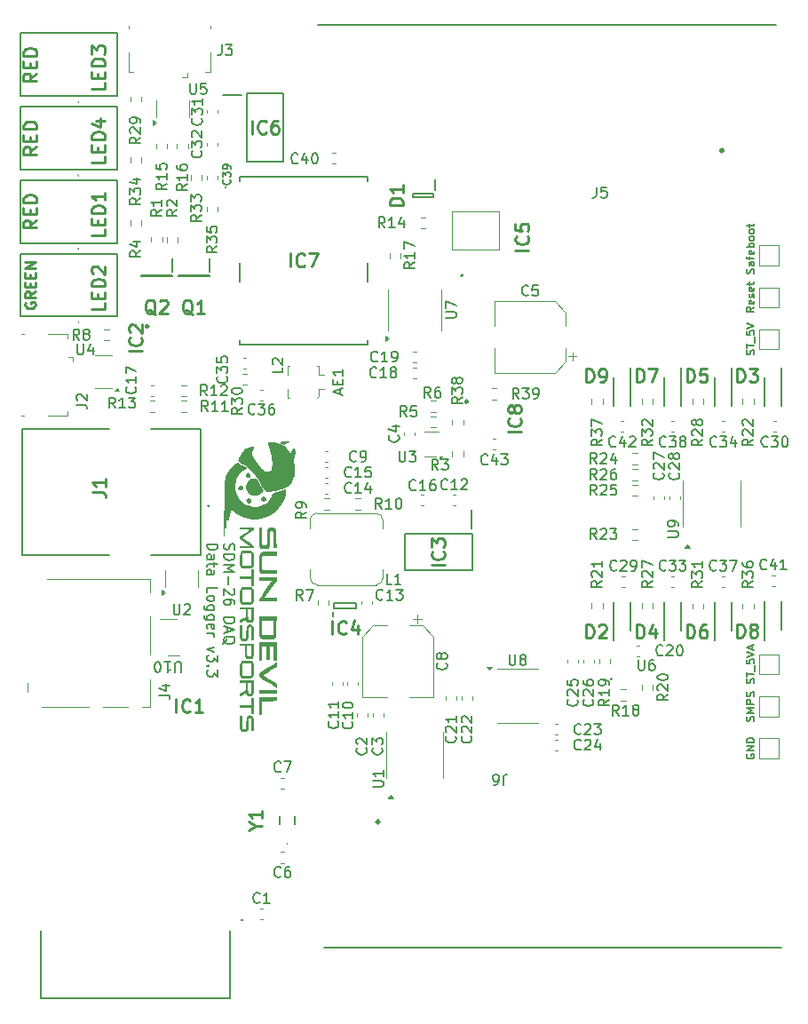
<source format=gbr>
%TF.GenerationSoftware,KiCad,Pcbnew,9.0.2*%
%TF.CreationDate,2025-06-15T01:14:31-07:00*%
%TF.ProjectId,SDM26LoggerV3.3,53444d32-364c-46f6-9767-657256332e33,rev?*%
%TF.SameCoordinates,Original*%
%TF.FileFunction,Legend,Top*%
%TF.FilePolarity,Positive*%
%FSLAX46Y46*%
G04 Gerber Fmt 4.6, Leading zero omitted, Abs format (unit mm)*
G04 Created by KiCad (PCBNEW 9.0.2) date 2025-06-15 01:14:31*
%MOMM*%
%LPD*%
G01*
G04 APERTURE LIST*
%ADD10C,0.150000*%
%ADD11C,0.254000*%
%ADD12C,0.250000*%
%ADD13C,0.120000*%
%ADD14C,0.200000*%
%ADD15C,0.100000*%
%ADD16C,0.000000*%
%ADD17C,0.152400*%
G04 APERTURE END LIST*
D10*
X108987744Y-119480846D02*
X108940124Y-119623703D01*
X108940124Y-119623703D02*
X108940124Y-119861798D01*
X108940124Y-119861798D02*
X108987744Y-119957036D01*
X108987744Y-119957036D02*
X109035363Y-120004655D01*
X109035363Y-120004655D02*
X109130601Y-120052274D01*
X109130601Y-120052274D02*
X109225839Y-120052274D01*
X109225839Y-120052274D02*
X109321077Y-120004655D01*
X109321077Y-120004655D02*
X109368696Y-119957036D01*
X109368696Y-119957036D02*
X109416315Y-119861798D01*
X109416315Y-119861798D02*
X109463934Y-119671322D01*
X109463934Y-119671322D02*
X109511553Y-119576084D01*
X109511553Y-119576084D02*
X109559172Y-119528465D01*
X109559172Y-119528465D02*
X109654410Y-119480846D01*
X109654410Y-119480846D02*
X109749648Y-119480846D01*
X109749648Y-119480846D02*
X109844886Y-119528465D01*
X109844886Y-119528465D02*
X109892505Y-119576084D01*
X109892505Y-119576084D02*
X109940124Y-119671322D01*
X109940124Y-119671322D02*
X109940124Y-119909417D01*
X109940124Y-119909417D02*
X109892505Y-120052274D01*
X108940124Y-120480846D02*
X109940124Y-120480846D01*
X109940124Y-120480846D02*
X109940124Y-120718941D01*
X109940124Y-120718941D02*
X109892505Y-120861798D01*
X109892505Y-120861798D02*
X109797267Y-120957036D01*
X109797267Y-120957036D02*
X109702029Y-121004655D01*
X109702029Y-121004655D02*
X109511553Y-121052274D01*
X109511553Y-121052274D02*
X109368696Y-121052274D01*
X109368696Y-121052274D02*
X109178220Y-121004655D01*
X109178220Y-121004655D02*
X109082982Y-120957036D01*
X109082982Y-120957036D02*
X108987744Y-120861798D01*
X108987744Y-120861798D02*
X108940124Y-120718941D01*
X108940124Y-120718941D02*
X108940124Y-120480846D01*
X108940124Y-121480846D02*
X109940124Y-121480846D01*
X109940124Y-121480846D02*
X109225839Y-121814179D01*
X109225839Y-121814179D02*
X109940124Y-122147512D01*
X109940124Y-122147512D02*
X108940124Y-122147512D01*
X109321077Y-122623703D02*
X109321077Y-123385608D01*
X109844886Y-123814179D02*
X109892505Y-123861798D01*
X109892505Y-123861798D02*
X109940124Y-123957036D01*
X109940124Y-123957036D02*
X109940124Y-124195131D01*
X109940124Y-124195131D02*
X109892505Y-124290369D01*
X109892505Y-124290369D02*
X109844886Y-124337988D01*
X109844886Y-124337988D02*
X109749648Y-124385607D01*
X109749648Y-124385607D02*
X109654410Y-124385607D01*
X109654410Y-124385607D02*
X109511553Y-124337988D01*
X109511553Y-124337988D02*
X108940124Y-123766560D01*
X108940124Y-123766560D02*
X108940124Y-124385607D01*
X109940124Y-125242750D02*
X109940124Y-125052274D01*
X109940124Y-125052274D02*
X109892505Y-124957036D01*
X109892505Y-124957036D02*
X109844886Y-124909417D01*
X109844886Y-124909417D02*
X109702029Y-124814179D01*
X109702029Y-124814179D02*
X109511553Y-124766560D01*
X109511553Y-124766560D02*
X109130601Y-124766560D01*
X109130601Y-124766560D02*
X109035363Y-124814179D01*
X109035363Y-124814179D02*
X108987744Y-124861798D01*
X108987744Y-124861798D02*
X108940124Y-124957036D01*
X108940124Y-124957036D02*
X108940124Y-125147512D01*
X108940124Y-125147512D02*
X108987744Y-125242750D01*
X108987744Y-125242750D02*
X109035363Y-125290369D01*
X109035363Y-125290369D02*
X109130601Y-125337988D01*
X109130601Y-125337988D02*
X109368696Y-125337988D01*
X109368696Y-125337988D02*
X109463934Y-125290369D01*
X109463934Y-125290369D02*
X109511553Y-125242750D01*
X109511553Y-125242750D02*
X109559172Y-125147512D01*
X109559172Y-125147512D02*
X109559172Y-124957036D01*
X109559172Y-124957036D02*
X109511553Y-124861798D01*
X109511553Y-124861798D02*
X109463934Y-124814179D01*
X109463934Y-124814179D02*
X109368696Y-124766560D01*
X108940124Y-126528465D02*
X109940124Y-126528465D01*
X109940124Y-126528465D02*
X109940124Y-126766560D01*
X109940124Y-126766560D02*
X109892505Y-126909417D01*
X109892505Y-126909417D02*
X109797267Y-127004655D01*
X109797267Y-127004655D02*
X109702029Y-127052274D01*
X109702029Y-127052274D02*
X109511553Y-127099893D01*
X109511553Y-127099893D02*
X109368696Y-127099893D01*
X109368696Y-127099893D02*
X109178220Y-127052274D01*
X109178220Y-127052274D02*
X109082982Y-127004655D01*
X109082982Y-127004655D02*
X108987744Y-126909417D01*
X108987744Y-126909417D02*
X108940124Y-126766560D01*
X108940124Y-126766560D02*
X108940124Y-126528465D01*
X109225839Y-127480846D02*
X109225839Y-127957036D01*
X108940124Y-127385608D02*
X109940124Y-127718941D01*
X109940124Y-127718941D02*
X108940124Y-128052274D01*
X108844886Y-129052274D02*
X108892505Y-128957036D01*
X108892505Y-128957036D02*
X108987744Y-128861798D01*
X108987744Y-128861798D02*
X109130601Y-128718941D01*
X109130601Y-128718941D02*
X109178220Y-128623703D01*
X109178220Y-128623703D02*
X109178220Y-128528465D01*
X108940124Y-128576084D02*
X108987744Y-128480846D01*
X108987744Y-128480846D02*
X109082982Y-128385608D01*
X109082982Y-128385608D02*
X109273458Y-128337989D01*
X109273458Y-128337989D02*
X109606791Y-128337989D01*
X109606791Y-128337989D02*
X109797267Y-128385608D01*
X109797267Y-128385608D02*
X109892505Y-128480846D01*
X109892505Y-128480846D02*
X109940124Y-128576084D01*
X109940124Y-128576084D02*
X109940124Y-128766560D01*
X109940124Y-128766560D02*
X109892505Y-128861798D01*
X109892505Y-128861798D02*
X109797267Y-128957036D01*
X109797267Y-128957036D02*
X109606791Y-129004655D01*
X109606791Y-129004655D02*
X109273458Y-129004655D01*
X109273458Y-129004655D02*
X109082982Y-128957036D01*
X109082982Y-128957036D02*
X108987744Y-128861798D01*
X108987744Y-128861798D02*
X108940124Y-128766560D01*
X108940124Y-128766560D02*
X108940124Y-128576084D01*
X107330180Y-119528465D02*
X108330180Y-119528465D01*
X108330180Y-119528465D02*
X108330180Y-119766560D01*
X108330180Y-119766560D02*
X108282561Y-119909417D01*
X108282561Y-119909417D02*
X108187323Y-120004655D01*
X108187323Y-120004655D02*
X108092085Y-120052274D01*
X108092085Y-120052274D02*
X107901609Y-120099893D01*
X107901609Y-120099893D02*
X107758752Y-120099893D01*
X107758752Y-120099893D02*
X107568276Y-120052274D01*
X107568276Y-120052274D02*
X107473038Y-120004655D01*
X107473038Y-120004655D02*
X107377800Y-119909417D01*
X107377800Y-119909417D02*
X107330180Y-119766560D01*
X107330180Y-119766560D02*
X107330180Y-119528465D01*
X107330180Y-120957036D02*
X107853990Y-120957036D01*
X107853990Y-120957036D02*
X107949228Y-120909417D01*
X107949228Y-120909417D02*
X107996847Y-120814179D01*
X107996847Y-120814179D02*
X107996847Y-120623703D01*
X107996847Y-120623703D02*
X107949228Y-120528465D01*
X107377800Y-120957036D02*
X107330180Y-120861798D01*
X107330180Y-120861798D02*
X107330180Y-120623703D01*
X107330180Y-120623703D02*
X107377800Y-120528465D01*
X107377800Y-120528465D02*
X107473038Y-120480846D01*
X107473038Y-120480846D02*
X107568276Y-120480846D01*
X107568276Y-120480846D02*
X107663514Y-120528465D01*
X107663514Y-120528465D02*
X107711133Y-120623703D01*
X107711133Y-120623703D02*
X107711133Y-120861798D01*
X107711133Y-120861798D02*
X107758752Y-120957036D01*
X107996847Y-121290370D02*
X107996847Y-121671322D01*
X108330180Y-121433227D02*
X107473038Y-121433227D01*
X107473038Y-121433227D02*
X107377800Y-121480846D01*
X107377800Y-121480846D02*
X107330180Y-121576084D01*
X107330180Y-121576084D02*
X107330180Y-121671322D01*
X107330180Y-122433227D02*
X107853990Y-122433227D01*
X107853990Y-122433227D02*
X107949228Y-122385608D01*
X107949228Y-122385608D02*
X107996847Y-122290370D01*
X107996847Y-122290370D02*
X107996847Y-122099894D01*
X107996847Y-122099894D02*
X107949228Y-122004656D01*
X107377800Y-122433227D02*
X107330180Y-122337989D01*
X107330180Y-122337989D02*
X107330180Y-122099894D01*
X107330180Y-122099894D02*
X107377800Y-122004656D01*
X107377800Y-122004656D02*
X107473038Y-121957037D01*
X107473038Y-121957037D02*
X107568276Y-121957037D01*
X107568276Y-121957037D02*
X107663514Y-122004656D01*
X107663514Y-122004656D02*
X107711133Y-122099894D01*
X107711133Y-122099894D02*
X107711133Y-122337989D01*
X107711133Y-122337989D02*
X107758752Y-122433227D01*
X107330180Y-124147513D02*
X107330180Y-123671323D01*
X107330180Y-123671323D02*
X108330180Y-123671323D01*
X107330180Y-124623704D02*
X107377800Y-124528466D01*
X107377800Y-124528466D02*
X107425419Y-124480847D01*
X107425419Y-124480847D02*
X107520657Y-124433228D01*
X107520657Y-124433228D02*
X107806371Y-124433228D01*
X107806371Y-124433228D02*
X107901609Y-124480847D01*
X107901609Y-124480847D02*
X107949228Y-124528466D01*
X107949228Y-124528466D02*
X107996847Y-124623704D01*
X107996847Y-124623704D02*
X107996847Y-124766561D01*
X107996847Y-124766561D02*
X107949228Y-124861799D01*
X107949228Y-124861799D02*
X107901609Y-124909418D01*
X107901609Y-124909418D02*
X107806371Y-124957037D01*
X107806371Y-124957037D02*
X107520657Y-124957037D01*
X107520657Y-124957037D02*
X107425419Y-124909418D01*
X107425419Y-124909418D02*
X107377800Y-124861799D01*
X107377800Y-124861799D02*
X107330180Y-124766561D01*
X107330180Y-124766561D02*
X107330180Y-124623704D01*
X107996847Y-125814180D02*
X107187323Y-125814180D01*
X107187323Y-125814180D02*
X107092085Y-125766561D01*
X107092085Y-125766561D02*
X107044466Y-125718942D01*
X107044466Y-125718942D02*
X106996847Y-125623704D01*
X106996847Y-125623704D02*
X106996847Y-125480847D01*
X106996847Y-125480847D02*
X107044466Y-125385609D01*
X107377800Y-125814180D02*
X107330180Y-125718942D01*
X107330180Y-125718942D02*
X107330180Y-125528466D01*
X107330180Y-125528466D02*
X107377800Y-125433228D01*
X107377800Y-125433228D02*
X107425419Y-125385609D01*
X107425419Y-125385609D02*
X107520657Y-125337990D01*
X107520657Y-125337990D02*
X107806371Y-125337990D01*
X107806371Y-125337990D02*
X107901609Y-125385609D01*
X107901609Y-125385609D02*
X107949228Y-125433228D01*
X107949228Y-125433228D02*
X107996847Y-125528466D01*
X107996847Y-125528466D02*
X107996847Y-125718942D01*
X107996847Y-125718942D02*
X107949228Y-125814180D01*
X107996847Y-126718942D02*
X107187323Y-126718942D01*
X107187323Y-126718942D02*
X107092085Y-126671323D01*
X107092085Y-126671323D02*
X107044466Y-126623704D01*
X107044466Y-126623704D02*
X106996847Y-126528466D01*
X106996847Y-126528466D02*
X106996847Y-126385609D01*
X106996847Y-126385609D02*
X107044466Y-126290371D01*
X107377800Y-126718942D02*
X107330180Y-126623704D01*
X107330180Y-126623704D02*
X107330180Y-126433228D01*
X107330180Y-126433228D02*
X107377800Y-126337990D01*
X107377800Y-126337990D02*
X107425419Y-126290371D01*
X107425419Y-126290371D02*
X107520657Y-126242752D01*
X107520657Y-126242752D02*
X107806371Y-126242752D01*
X107806371Y-126242752D02*
X107901609Y-126290371D01*
X107901609Y-126290371D02*
X107949228Y-126337990D01*
X107949228Y-126337990D02*
X107996847Y-126433228D01*
X107996847Y-126433228D02*
X107996847Y-126623704D01*
X107996847Y-126623704D02*
X107949228Y-126718942D01*
X107377800Y-127576085D02*
X107330180Y-127480847D01*
X107330180Y-127480847D02*
X107330180Y-127290371D01*
X107330180Y-127290371D02*
X107377800Y-127195133D01*
X107377800Y-127195133D02*
X107473038Y-127147514D01*
X107473038Y-127147514D02*
X107853990Y-127147514D01*
X107853990Y-127147514D02*
X107949228Y-127195133D01*
X107949228Y-127195133D02*
X107996847Y-127290371D01*
X107996847Y-127290371D02*
X107996847Y-127480847D01*
X107996847Y-127480847D02*
X107949228Y-127576085D01*
X107949228Y-127576085D02*
X107853990Y-127623704D01*
X107853990Y-127623704D02*
X107758752Y-127623704D01*
X107758752Y-127623704D02*
X107663514Y-127147514D01*
X107330180Y-128052276D02*
X107996847Y-128052276D01*
X107806371Y-128052276D02*
X107901609Y-128099895D01*
X107901609Y-128099895D02*
X107949228Y-128147514D01*
X107949228Y-128147514D02*
X107996847Y-128242752D01*
X107996847Y-128242752D02*
X107996847Y-128337990D01*
X107996847Y-129337991D02*
X107330180Y-129576086D01*
X107330180Y-129576086D02*
X107996847Y-129814181D01*
X108330180Y-130099896D02*
X108330180Y-130718943D01*
X108330180Y-130718943D02*
X107949228Y-130385610D01*
X107949228Y-130385610D02*
X107949228Y-130528467D01*
X107949228Y-130528467D02*
X107901609Y-130623705D01*
X107901609Y-130623705D02*
X107853990Y-130671324D01*
X107853990Y-130671324D02*
X107758752Y-130718943D01*
X107758752Y-130718943D02*
X107520657Y-130718943D01*
X107520657Y-130718943D02*
X107425419Y-130671324D01*
X107425419Y-130671324D02*
X107377800Y-130623705D01*
X107377800Y-130623705D02*
X107330180Y-130528467D01*
X107330180Y-130528467D02*
X107330180Y-130242753D01*
X107330180Y-130242753D02*
X107377800Y-130147515D01*
X107377800Y-130147515D02*
X107425419Y-130099896D01*
X107425419Y-131147515D02*
X107377800Y-131195134D01*
X107377800Y-131195134D02*
X107330180Y-131147515D01*
X107330180Y-131147515D02*
X107377800Y-131099896D01*
X107377800Y-131099896D02*
X107425419Y-131147515D01*
X107425419Y-131147515D02*
X107330180Y-131147515D01*
X108330180Y-131528467D02*
X108330180Y-132147514D01*
X108330180Y-132147514D02*
X107949228Y-131814181D01*
X107949228Y-131814181D02*
X107949228Y-131957038D01*
X107949228Y-131957038D02*
X107901609Y-132052276D01*
X107901609Y-132052276D02*
X107853990Y-132099895D01*
X107853990Y-132099895D02*
X107758752Y-132147514D01*
X107758752Y-132147514D02*
X107520657Y-132147514D01*
X107520657Y-132147514D02*
X107425419Y-132099895D01*
X107425419Y-132099895D02*
X107377800Y-132052276D01*
X107377800Y-132052276D02*
X107330180Y-131957038D01*
X107330180Y-131957038D02*
X107330180Y-131671324D01*
X107330180Y-131671324D02*
X107377800Y-131576086D01*
X107377800Y-131576086D02*
X107425419Y-131528467D01*
X123457142Y-103559580D02*
X123409523Y-103607200D01*
X123409523Y-103607200D02*
X123266666Y-103654819D01*
X123266666Y-103654819D02*
X123171428Y-103654819D01*
X123171428Y-103654819D02*
X123028571Y-103607200D01*
X123028571Y-103607200D02*
X122933333Y-103511961D01*
X122933333Y-103511961D02*
X122885714Y-103416723D01*
X122885714Y-103416723D02*
X122838095Y-103226247D01*
X122838095Y-103226247D02*
X122838095Y-103083390D01*
X122838095Y-103083390D02*
X122885714Y-102892914D01*
X122885714Y-102892914D02*
X122933333Y-102797676D01*
X122933333Y-102797676D02*
X123028571Y-102702438D01*
X123028571Y-102702438D02*
X123171428Y-102654819D01*
X123171428Y-102654819D02*
X123266666Y-102654819D01*
X123266666Y-102654819D02*
X123409523Y-102702438D01*
X123409523Y-102702438D02*
X123457142Y-102750057D01*
X124409523Y-103654819D02*
X123838095Y-103654819D01*
X124123809Y-103654819D02*
X124123809Y-102654819D01*
X124123809Y-102654819D02*
X124028571Y-102797676D01*
X124028571Y-102797676D02*
X123933333Y-102892914D01*
X123933333Y-102892914D02*
X123838095Y-102940533D01*
X124980952Y-103083390D02*
X124885714Y-103035771D01*
X124885714Y-103035771D02*
X124838095Y-102988152D01*
X124838095Y-102988152D02*
X124790476Y-102892914D01*
X124790476Y-102892914D02*
X124790476Y-102845295D01*
X124790476Y-102845295D02*
X124838095Y-102750057D01*
X124838095Y-102750057D02*
X124885714Y-102702438D01*
X124885714Y-102702438D02*
X124980952Y-102654819D01*
X124980952Y-102654819D02*
X125171428Y-102654819D01*
X125171428Y-102654819D02*
X125266666Y-102702438D01*
X125266666Y-102702438D02*
X125314285Y-102750057D01*
X125314285Y-102750057D02*
X125361904Y-102845295D01*
X125361904Y-102845295D02*
X125361904Y-102892914D01*
X125361904Y-102892914D02*
X125314285Y-102988152D01*
X125314285Y-102988152D02*
X125266666Y-103035771D01*
X125266666Y-103035771D02*
X125171428Y-103083390D01*
X125171428Y-103083390D02*
X124980952Y-103083390D01*
X124980952Y-103083390D02*
X124885714Y-103131009D01*
X124885714Y-103131009D02*
X124838095Y-103178628D01*
X124838095Y-103178628D02*
X124790476Y-103273866D01*
X124790476Y-103273866D02*
X124790476Y-103464342D01*
X124790476Y-103464342D02*
X124838095Y-103559580D01*
X124838095Y-103559580D02*
X124885714Y-103607200D01*
X124885714Y-103607200D02*
X124980952Y-103654819D01*
X124980952Y-103654819D02*
X125171428Y-103654819D01*
X125171428Y-103654819D02*
X125266666Y-103607200D01*
X125266666Y-103607200D02*
X125314285Y-103559580D01*
X125314285Y-103559580D02*
X125361904Y-103464342D01*
X125361904Y-103464342D02*
X125361904Y-103273866D01*
X125361904Y-103273866D02*
X125314285Y-103178628D01*
X125314285Y-103178628D02*
X125266666Y-103131009D01*
X125266666Y-103131009D02*
X125171428Y-103083390D01*
X122459580Y-138966666D02*
X122507200Y-139014285D01*
X122507200Y-139014285D02*
X122554819Y-139157142D01*
X122554819Y-139157142D02*
X122554819Y-139252380D01*
X122554819Y-139252380D02*
X122507200Y-139395237D01*
X122507200Y-139395237D02*
X122411961Y-139490475D01*
X122411961Y-139490475D02*
X122316723Y-139538094D01*
X122316723Y-139538094D02*
X122126247Y-139585713D01*
X122126247Y-139585713D02*
X121983390Y-139585713D01*
X121983390Y-139585713D02*
X121792914Y-139538094D01*
X121792914Y-139538094D02*
X121697676Y-139490475D01*
X121697676Y-139490475D02*
X121602438Y-139395237D01*
X121602438Y-139395237D02*
X121554819Y-139252380D01*
X121554819Y-139252380D02*
X121554819Y-139157142D01*
X121554819Y-139157142D02*
X121602438Y-139014285D01*
X121602438Y-139014285D02*
X121650057Y-138966666D01*
X121650057Y-138585713D02*
X121602438Y-138538094D01*
X121602438Y-138538094D02*
X121554819Y-138442856D01*
X121554819Y-138442856D02*
X121554819Y-138204761D01*
X121554819Y-138204761D02*
X121602438Y-138109523D01*
X121602438Y-138109523D02*
X121650057Y-138061904D01*
X121650057Y-138061904D02*
X121745295Y-138014285D01*
X121745295Y-138014285D02*
X121840533Y-138014285D01*
X121840533Y-138014285D02*
X121983390Y-138061904D01*
X121983390Y-138061904D02*
X122554819Y-138633332D01*
X122554819Y-138633332D02*
X122554819Y-138014285D01*
X148438095Y-130554819D02*
X148438095Y-131364342D01*
X148438095Y-131364342D02*
X148485714Y-131459580D01*
X148485714Y-131459580D02*
X148533333Y-131507200D01*
X148533333Y-131507200D02*
X148628571Y-131554819D01*
X148628571Y-131554819D02*
X148819047Y-131554819D01*
X148819047Y-131554819D02*
X148914285Y-131507200D01*
X148914285Y-131507200D02*
X148961904Y-131459580D01*
X148961904Y-131459580D02*
X149009523Y-131364342D01*
X149009523Y-131364342D02*
X149009523Y-130554819D01*
X149914285Y-130554819D02*
X149723809Y-130554819D01*
X149723809Y-130554819D02*
X149628571Y-130602438D01*
X149628571Y-130602438D02*
X149580952Y-130650057D01*
X149580952Y-130650057D02*
X149485714Y-130792914D01*
X149485714Y-130792914D02*
X149438095Y-130983390D01*
X149438095Y-130983390D02*
X149438095Y-131364342D01*
X149438095Y-131364342D02*
X149485714Y-131459580D01*
X149485714Y-131459580D02*
X149533333Y-131507200D01*
X149533333Y-131507200D02*
X149628571Y-131554819D01*
X149628571Y-131554819D02*
X149819047Y-131554819D01*
X149819047Y-131554819D02*
X149914285Y-131507200D01*
X149914285Y-131507200D02*
X149961904Y-131459580D01*
X149961904Y-131459580D02*
X150009523Y-131364342D01*
X150009523Y-131364342D02*
X150009523Y-131126247D01*
X150009523Y-131126247D02*
X149961904Y-131031009D01*
X149961904Y-131031009D02*
X149914285Y-130983390D01*
X149914285Y-130983390D02*
X149819047Y-130935771D01*
X149819047Y-130935771D02*
X149628571Y-130935771D01*
X149628571Y-130935771D02*
X149533333Y-130983390D01*
X149533333Y-130983390D02*
X149485714Y-131031009D01*
X149485714Y-131031009D02*
X149438095Y-131126247D01*
X145804580Y-132353220D02*
X145852200Y-132305601D01*
X145852200Y-132305601D02*
X145899819Y-132353220D01*
X145899819Y-132353220D02*
X145852200Y-132400839D01*
X145852200Y-132400839D02*
X145804580Y-132353220D01*
X145804580Y-132353220D02*
X145899819Y-132353220D01*
X110654819Y-106542857D02*
X110178628Y-106876190D01*
X110654819Y-107114285D02*
X109654819Y-107114285D01*
X109654819Y-107114285D02*
X109654819Y-106733333D01*
X109654819Y-106733333D02*
X109702438Y-106638095D01*
X109702438Y-106638095D02*
X109750057Y-106590476D01*
X109750057Y-106590476D02*
X109845295Y-106542857D01*
X109845295Y-106542857D02*
X109988152Y-106542857D01*
X109988152Y-106542857D02*
X110083390Y-106590476D01*
X110083390Y-106590476D02*
X110131009Y-106638095D01*
X110131009Y-106638095D02*
X110178628Y-106733333D01*
X110178628Y-106733333D02*
X110178628Y-107114285D01*
X109654819Y-106209523D02*
X109654819Y-105590476D01*
X109654819Y-105590476D02*
X110035771Y-105923809D01*
X110035771Y-105923809D02*
X110035771Y-105780952D01*
X110035771Y-105780952D02*
X110083390Y-105685714D01*
X110083390Y-105685714D02*
X110131009Y-105638095D01*
X110131009Y-105638095D02*
X110226247Y-105590476D01*
X110226247Y-105590476D02*
X110464342Y-105590476D01*
X110464342Y-105590476D02*
X110559580Y-105638095D01*
X110559580Y-105638095D02*
X110607200Y-105685714D01*
X110607200Y-105685714D02*
X110654819Y-105780952D01*
X110654819Y-105780952D02*
X110654819Y-106066666D01*
X110654819Y-106066666D02*
X110607200Y-106161904D01*
X110607200Y-106161904D02*
X110559580Y-106209523D01*
X109654819Y-104971428D02*
X109654819Y-104876190D01*
X109654819Y-104876190D02*
X109702438Y-104780952D01*
X109702438Y-104780952D02*
X109750057Y-104733333D01*
X109750057Y-104733333D02*
X109845295Y-104685714D01*
X109845295Y-104685714D02*
X110035771Y-104638095D01*
X110035771Y-104638095D02*
X110273866Y-104638095D01*
X110273866Y-104638095D02*
X110464342Y-104685714D01*
X110464342Y-104685714D02*
X110559580Y-104733333D01*
X110559580Y-104733333D02*
X110607200Y-104780952D01*
X110607200Y-104780952D02*
X110654819Y-104876190D01*
X110654819Y-104876190D02*
X110654819Y-104971428D01*
X110654819Y-104971428D02*
X110607200Y-105066666D01*
X110607200Y-105066666D02*
X110559580Y-105114285D01*
X110559580Y-105114285D02*
X110464342Y-105161904D01*
X110464342Y-105161904D02*
X110273866Y-105209523D01*
X110273866Y-105209523D02*
X110035771Y-105209523D01*
X110035771Y-105209523D02*
X109845295Y-105161904D01*
X109845295Y-105161904D02*
X109750057Y-105114285D01*
X109750057Y-105114285D02*
X109702438Y-105066666D01*
X109702438Y-105066666D02*
X109654819Y-104971428D01*
X100954819Y-91566666D02*
X100478628Y-91899999D01*
X100954819Y-92138094D02*
X99954819Y-92138094D01*
X99954819Y-92138094D02*
X99954819Y-91757142D01*
X99954819Y-91757142D02*
X100002438Y-91661904D01*
X100002438Y-91661904D02*
X100050057Y-91614285D01*
X100050057Y-91614285D02*
X100145295Y-91566666D01*
X100145295Y-91566666D02*
X100288152Y-91566666D01*
X100288152Y-91566666D02*
X100383390Y-91614285D01*
X100383390Y-91614285D02*
X100431009Y-91661904D01*
X100431009Y-91661904D02*
X100478628Y-91757142D01*
X100478628Y-91757142D02*
X100478628Y-92138094D01*
X100288152Y-90709523D02*
X100954819Y-90709523D01*
X99907200Y-90947618D02*
X100621485Y-91185713D01*
X100621485Y-91185713D02*
X100621485Y-90566666D01*
X124933333Y-123354819D02*
X124457143Y-123354819D01*
X124457143Y-123354819D02*
X124457143Y-122354819D01*
X125790476Y-123354819D02*
X125219048Y-123354819D01*
X125504762Y-123354819D02*
X125504762Y-122354819D01*
X125504762Y-122354819D02*
X125409524Y-122497676D01*
X125409524Y-122497676D02*
X125314286Y-122592914D01*
X125314286Y-122592914D02*
X125219048Y-122640533D01*
X159453450Y-132785714D02*
X159489164Y-132678572D01*
X159489164Y-132678572D02*
X159489164Y-132500000D01*
X159489164Y-132500000D02*
X159453450Y-132428572D01*
X159453450Y-132428572D02*
X159417735Y-132392857D01*
X159417735Y-132392857D02*
X159346307Y-132357143D01*
X159346307Y-132357143D02*
X159274878Y-132357143D01*
X159274878Y-132357143D02*
X159203450Y-132392857D01*
X159203450Y-132392857D02*
X159167735Y-132428572D01*
X159167735Y-132428572D02*
X159132021Y-132500000D01*
X159132021Y-132500000D02*
X159096307Y-132642857D01*
X159096307Y-132642857D02*
X159060592Y-132714286D01*
X159060592Y-132714286D02*
X159024878Y-132750000D01*
X159024878Y-132750000D02*
X158953450Y-132785714D01*
X158953450Y-132785714D02*
X158882021Y-132785714D01*
X158882021Y-132785714D02*
X158810592Y-132750000D01*
X158810592Y-132750000D02*
X158774878Y-132714286D01*
X158774878Y-132714286D02*
X158739164Y-132642857D01*
X158739164Y-132642857D02*
X158739164Y-132464286D01*
X158739164Y-132464286D02*
X158774878Y-132357143D01*
X158739164Y-132142857D02*
X158739164Y-131714286D01*
X159489164Y-131928571D02*
X158739164Y-131928571D01*
X159560592Y-131642857D02*
X159560592Y-131071428D01*
X158739164Y-130535713D02*
X158739164Y-130892856D01*
X158739164Y-130892856D02*
X159096307Y-130928570D01*
X159096307Y-130928570D02*
X159060592Y-130892856D01*
X159060592Y-130892856D02*
X159024878Y-130821428D01*
X159024878Y-130821428D02*
X159024878Y-130642856D01*
X159024878Y-130642856D02*
X159060592Y-130571428D01*
X159060592Y-130571428D02*
X159096307Y-130535713D01*
X159096307Y-130535713D02*
X159167735Y-130499999D01*
X159167735Y-130499999D02*
X159346307Y-130499999D01*
X159346307Y-130499999D02*
X159417735Y-130535713D01*
X159417735Y-130535713D02*
X159453450Y-130571428D01*
X159453450Y-130571428D02*
X159489164Y-130642856D01*
X159489164Y-130642856D02*
X159489164Y-130821428D01*
X159489164Y-130821428D02*
X159453450Y-130892856D01*
X159453450Y-130892856D02*
X159417735Y-130928570D01*
X158739164Y-130285713D02*
X159489164Y-130035713D01*
X159489164Y-130035713D02*
X158739164Y-129785713D01*
X159274878Y-129571427D02*
X159274878Y-129214285D01*
X159489164Y-129642856D02*
X158739164Y-129392856D01*
X158739164Y-129392856D02*
X159489164Y-129142856D01*
X146557142Y-135854819D02*
X146223809Y-135378628D01*
X145985714Y-135854819D02*
X145985714Y-134854819D01*
X145985714Y-134854819D02*
X146366666Y-134854819D01*
X146366666Y-134854819D02*
X146461904Y-134902438D01*
X146461904Y-134902438D02*
X146509523Y-134950057D01*
X146509523Y-134950057D02*
X146557142Y-135045295D01*
X146557142Y-135045295D02*
X146557142Y-135188152D01*
X146557142Y-135188152D02*
X146509523Y-135283390D01*
X146509523Y-135283390D02*
X146461904Y-135331009D01*
X146461904Y-135331009D02*
X146366666Y-135378628D01*
X146366666Y-135378628D02*
X145985714Y-135378628D01*
X147509523Y-135854819D02*
X146938095Y-135854819D01*
X147223809Y-135854819D02*
X147223809Y-134854819D01*
X147223809Y-134854819D02*
X147128571Y-134997676D01*
X147128571Y-134997676D02*
X147033333Y-135092914D01*
X147033333Y-135092914D02*
X146938095Y-135140533D01*
X148080952Y-135283390D02*
X147985714Y-135235771D01*
X147985714Y-135235771D02*
X147938095Y-135188152D01*
X147938095Y-135188152D02*
X147890476Y-135092914D01*
X147890476Y-135092914D02*
X147890476Y-135045295D01*
X147890476Y-135045295D02*
X147938095Y-134950057D01*
X147938095Y-134950057D02*
X147985714Y-134902438D01*
X147985714Y-134902438D02*
X148080952Y-134854819D01*
X148080952Y-134854819D02*
X148271428Y-134854819D01*
X148271428Y-134854819D02*
X148366666Y-134902438D01*
X148366666Y-134902438D02*
X148414285Y-134950057D01*
X148414285Y-134950057D02*
X148461904Y-135045295D01*
X148461904Y-135045295D02*
X148461904Y-135092914D01*
X148461904Y-135092914D02*
X148414285Y-135188152D01*
X148414285Y-135188152D02*
X148366666Y-135235771D01*
X148366666Y-135235771D02*
X148271428Y-135283390D01*
X148271428Y-135283390D02*
X148080952Y-135283390D01*
X148080952Y-135283390D02*
X147985714Y-135331009D01*
X147985714Y-135331009D02*
X147938095Y-135378628D01*
X147938095Y-135378628D02*
X147890476Y-135473866D01*
X147890476Y-135473866D02*
X147890476Y-135664342D01*
X147890476Y-135664342D02*
X147938095Y-135759580D01*
X147938095Y-135759580D02*
X147985714Y-135807200D01*
X147985714Y-135807200D02*
X148080952Y-135854819D01*
X148080952Y-135854819D02*
X148271428Y-135854819D01*
X148271428Y-135854819D02*
X148366666Y-135807200D01*
X148366666Y-135807200D02*
X148414285Y-135759580D01*
X148414285Y-135759580D02*
X148461904Y-135664342D01*
X148461904Y-135664342D02*
X148461904Y-135473866D01*
X148461904Y-135473866D02*
X148414285Y-135378628D01*
X148414285Y-135378628D02*
X148366666Y-135331009D01*
X148366666Y-135331009D02*
X148271428Y-135283390D01*
X155857142Y-121959580D02*
X155809523Y-122007200D01*
X155809523Y-122007200D02*
X155666666Y-122054819D01*
X155666666Y-122054819D02*
X155571428Y-122054819D01*
X155571428Y-122054819D02*
X155428571Y-122007200D01*
X155428571Y-122007200D02*
X155333333Y-121911961D01*
X155333333Y-121911961D02*
X155285714Y-121816723D01*
X155285714Y-121816723D02*
X155238095Y-121626247D01*
X155238095Y-121626247D02*
X155238095Y-121483390D01*
X155238095Y-121483390D02*
X155285714Y-121292914D01*
X155285714Y-121292914D02*
X155333333Y-121197676D01*
X155333333Y-121197676D02*
X155428571Y-121102438D01*
X155428571Y-121102438D02*
X155571428Y-121054819D01*
X155571428Y-121054819D02*
X155666666Y-121054819D01*
X155666666Y-121054819D02*
X155809523Y-121102438D01*
X155809523Y-121102438D02*
X155857142Y-121150057D01*
X156190476Y-121054819D02*
X156809523Y-121054819D01*
X156809523Y-121054819D02*
X156476190Y-121435771D01*
X156476190Y-121435771D02*
X156619047Y-121435771D01*
X156619047Y-121435771D02*
X156714285Y-121483390D01*
X156714285Y-121483390D02*
X156761904Y-121531009D01*
X156761904Y-121531009D02*
X156809523Y-121626247D01*
X156809523Y-121626247D02*
X156809523Y-121864342D01*
X156809523Y-121864342D02*
X156761904Y-121959580D01*
X156761904Y-121959580D02*
X156714285Y-122007200D01*
X156714285Y-122007200D02*
X156619047Y-122054819D01*
X156619047Y-122054819D02*
X156333333Y-122054819D01*
X156333333Y-122054819D02*
X156238095Y-122007200D01*
X156238095Y-122007200D02*
X156190476Y-121959580D01*
X157142857Y-121054819D02*
X157809523Y-121054819D01*
X157809523Y-121054819D02*
X157380952Y-122054819D01*
X144457142Y-111854819D02*
X144123809Y-111378628D01*
X143885714Y-111854819D02*
X143885714Y-110854819D01*
X143885714Y-110854819D02*
X144266666Y-110854819D01*
X144266666Y-110854819D02*
X144361904Y-110902438D01*
X144361904Y-110902438D02*
X144409523Y-110950057D01*
X144409523Y-110950057D02*
X144457142Y-111045295D01*
X144457142Y-111045295D02*
X144457142Y-111188152D01*
X144457142Y-111188152D02*
X144409523Y-111283390D01*
X144409523Y-111283390D02*
X144361904Y-111331009D01*
X144361904Y-111331009D02*
X144266666Y-111378628D01*
X144266666Y-111378628D02*
X143885714Y-111378628D01*
X144838095Y-110950057D02*
X144885714Y-110902438D01*
X144885714Y-110902438D02*
X144980952Y-110854819D01*
X144980952Y-110854819D02*
X145219047Y-110854819D01*
X145219047Y-110854819D02*
X145314285Y-110902438D01*
X145314285Y-110902438D02*
X145361904Y-110950057D01*
X145361904Y-110950057D02*
X145409523Y-111045295D01*
X145409523Y-111045295D02*
X145409523Y-111140533D01*
X145409523Y-111140533D02*
X145361904Y-111283390D01*
X145361904Y-111283390D02*
X144790476Y-111854819D01*
X144790476Y-111854819D02*
X145409523Y-111854819D01*
X146266666Y-111188152D02*
X146266666Y-111854819D01*
X146028571Y-110807200D02*
X145790476Y-111521485D01*
X145790476Y-111521485D02*
X146409523Y-111521485D01*
X94854819Y-106233333D02*
X95569104Y-106233333D01*
X95569104Y-106233333D02*
X95711961Y-106280952D01*
X95711961Y-106280952D02*
X95807200Y-106376190D01*
X95807200Y-106376190D02*
X95854819Y-106519047D01*
X95854819Y-106519047D02*
X95854819Y-106614285D01*
X94950057Y-105804761D02*
X94902438Y-105757142D01*
X94902438Y-105757142D02*
X94854819Y-105661904D01*
X94854819Y-105661904D02*
X94854819Y-105423809D01*
X94854819Y-105423809D02*
X94902438Y-105328571D01*
X94902438Y-105328571D02*
X94950057Y-105280952D01*
X94950057Y-105280952D02*
X95045295Y-105233333D01*
X95045295Y-105233333D02*
X95140533Y-105233333D01*
X95140533Y-105233333D02*
X95283390Y-105280952D01*
X95283390Y-105280952D02*
X95854819Y-105852380D01*
X95854819Y-105852380D02*
X95854819Y-105233333D01*
X127207142Y-114309580D02*
X127159523Y-114357200D01*
X127159523Y-114357200D02*
X127016666Y-114404819D01*
X127016666Y-114404819D02*
X126921428Y-114404819D01*
X126921428Y-114404819D02*
X126778571Y-114357200D01*
X126778571Y-114357200D02*
X126683333Y-114261961D01*
X126683333Y-114261961D02*
X126635714Y-114166723D01*
X126635714Y-114166723D02*
X126588095Y-113976247D01*
X126588095Y-113976247D02*
X126588095Y-113833390D01*
X126588095Y-113833390D02*
X126635714Y-113642914D01*
X126635714Y-113642914D02*
X126683333Y-113547676D01*
X126683333Y-113547676D02*
X126778571Y-113452438D01*
X126778571Y-113452438D02*
X126921428Y-113404819D01*
X126921428Y-113404819D02*
X127016666Y-113404819D01*
X127016666Y-113404819D02*
X127159523Y-113452438D01*
X127159523Y-113452438D02*
X127207142Y-113500057D01*
X128159523Y-114404819D02*
X127588095Y-114404819D01*
X127873809Y-114404819D02*
X127873809Y-113404819D01*
X127873809Y-113404819D02*
X127778571Y-113547676D01*
X127778571Y-113547676D02*
X127683333Y-113642914D01*
X127683333Y-113642914D02*
X127588095Y-113690533D01*
X129016666Y-113404819D02*
X128826190Y-113404819D01*
X128826190Y-113404819D02*
X128730952Y-113452438D01*
X128730952Y-113452438D02*
X128683333Y-113500057D01*
X128683333Y-113500057D02*
X128588095Y-113642914D01*
X128588095Y-113642914D02*
X128540476Y-113833390D01*
X128540476Y-113833390D02*
X128540476Y-114214342D01*
X128540476Y-114214342D02*
X128588095Y-114309580D01*
X128588095Y-114309580D02*
X128635714Y-114357200D01*
X128635714Y-114357200D02*
X128730952Y-114404819D01*
X128730952Y-114404819D02*
X128921428Y-114404819D01*
X128921428Y-114404819D02*
X129016666Y-114357200D01*
X129016666Y-114357200D02*
X129064285Y-114309580D01*
X129064285Y-114309580D02*
X129111904Y-114214342D01*
X129111904Y-114214342D02*
X129111904Y-113976247D01*
X129111904Y-113976247D02*
X129064285Y-113881009D01*
X129064285Y-113881009D02*
X129016666Y-113833390D01*
X129016666Y-113833390D02*
X128921428Y-113785771D01*
X128921428Y-113785771D02*
X128730952Y-113785771D01*
X128730952Y-113785771D02*
X128635714Y-113833390D01*
X128635714Y-113833390D02*
X128588095Y-113881009D01*
X128588095Y-113881009D02*
X128540476Y-113976247D01*
X159453450Y-93721426D02*
X159489164Y-93614284D01*
X159489164Y-93614284D02*
X159489164Y-93435712D01*
X159489164Y-93435712D02*
X159453450Y-93364284D01*
X159453450Y-93364284D02*
X159417735Y-93328569D01*
X159417735Y-93328569D02*
X159346307Y-93292855D01*
X159346307Y-93292855D02*
X159274878Y-93292855D01*
X159274878Y-93292855D02*
X159203450Y-93328569D01*
X159203450Y-93328569D02*
X159167735Y-93364284D01*
X159167735Y-93364284D02*
X159132021Y-93435712D01*
X159132021Y-93435712D02*
X159096307Y-93578569D01*
X159096307Y-93578569D02*
X159060592Y-93649998D01*
X159060592Y-93649998D02*
X159024878Y-93685712D01*
X159024878Y-93685712D02*
X158953450Y-93721426D01*
X158953450Y-93721426D02*
X158882021Y-93721426D01*
X158882021Y-93721426D02*
X158810592Y-93685712D01*
X158810592Y-93685712D02*
X158774878Y-93649998D01*
X158774878Y-93649998D02*
X158739164Y-93578569D01*
X158739164Y-93578569D02*
X158739164Y-93399998D01*
X158739164Y-93399998D02*
X158774878Y-93292855D01*
X159489164Y-92649998D02*
X159096307Y-92649998D01*
X159096307Y-92649998D02*
X159024878Y-92685712D01*
X159024878Y-92685712D02*
X158989164Y-92757140D01*
X158989164Y-92757140D02*
X158989164Y-92899998D01*
X158989164Y-92899998D02*
X159024878Y-92971426D01*
X159453450Y-92649998D02*
X159489164Y-92721426D01*
X159489164Y-92721426D02*
X159489164Y-92899998D01*
X159489164Y-92899998D02*
X159453450Y-92971426D01*
X159453450Y-92971426D02*
X159382021Y-93007140D01*
X159382021Y-93007140D02*
X159310592Y-93007140D01*
X159310592Y-93007140D02*
X159239164Y-92971426D01*
X159239164Y-92971426D02*
X159203450Y-92899998D01*
X159203450Y-92899998D02*
X159203450Y-92721426D01*
X159203450Y-92721426D02*
X159167735Y-92649998D01*
X158989164Y-92399998D02*
X158989164Y-92114284D01*
X159489164Y-92292855D02*
X158846307Y-92292855D01*
X158846307Y-92292855D02*
X158774878Y-92257141D01*
X158774878Y-92257141D02*
X158739164Y-92185712D01*
X158739164Y-92185712D02*
X158739164Y-92114284D01*
X159453450Y-91578570D02*
X159489164Y-91649998D01*
X159489164Y-91649998D02*
X159489164Y-91792856D01*
X159489164Y-91792856D02*
X159453450Y-91864284D01*
X159453450Y-91864284D02*
X159382021Y-91899998D01*
X159382021Y-91899998D02*
X159096307Y-91899998D01*
X159096307Y-91899998D02*
X159024878Y-91864284D01*
X159024878Y-91864284D02*
X158989164Y-91792856D01*
X158989164Y-91792856D02*
X158989164Y-91649998D01*
X158989164Y-91649998D02*
X159024878Y-91578570D01*
X159024878Y-91578570D02*
X159096307Y-91542856D01*
X159096307Y-91542856D02*
X159167735Y-91542856D01*
X159167735Y-91542856D02*
X159239164Y-91899998D01*
X159489164Y-91221427D02*
X158739164Y-91221427D01*
X159024878Y-91221427D02*
X158989164Y-91149999D01*
X158989164Y-91149999D02*
X158989164Y-91007141D01*
X158989164Y-91007141D02*
X159024878Y-90935713D01*
X159024878Y-90935713D02*
X159060592Y-90899999D01*
X159060592Y-90899999D02*
X159132021Y-90864284D01*
X159132021Y-90864284D02*
X159346307Y-90864284D01*
X159346307Y-90864284D02*
X159417735Y-90899999D01*
X159417735Y-90899999D02*
X159453450Y-90935713D01*
X159453450Y-90935713D02*
X159489164Y-91007141D01*
X159489164Y-91007141D02*
X159489164Y-91149999D01*
X159489164Y-91149999D02*
X159453450Y-91221427D01*
X159489164Y-90435713D02*
X159453450Y-90507142D01*
X159453450Y-90507142D02*
X159417735Y-90542856D01*
X159417735Y-90542856D02*
X159346307Y-90578570D01*
X159346307Y-90578570D02*
X159132021Y-90578570D01*
X159132021Y-90578570D02*
X159060592Y-90542856D01*
X159060592Y-90542856D02*
X159024878Y-90507142D01*
X159024878Y-90507142D02*
X158989164Y-90435713D01*
X158989164Y-90435713D02*
X158989164Y-90328570D01*
X158989164Y-90328570D02*
X159024878Y-90257142D01*
X159024878Y-90257142D02*
X159060592Y-90221428D01*
X159060592Y-90221428D02*
X159132021Y-90185713D01*
X159132021Y-90185713D02*
X159346307Y-90185713D01*
X159346307Y-90185713D02*
X159417735Y-90221428D01*
X159417735Y-90221428D02*
X159453450Y-90257142D01*
X159453450Y-90257142D02*
X159489164Y-90328570D01*
X159489164Y-90328570D02*
X159489164Y-90435713D01*
X159489164Y-89757142D02*
X159453450Y-89828571D01*
X159453450Y-89828571D02*
X159417735Y-89864285D01*
X159417735Y-89864285D02*
X159346307Y-89899999D01*
X159346307Y-89899999D02*
X159132021Y-89899999D01*
X159132021Y-89899999D02*
X159060592Y-89864285D01*
X159060592Y-89864285D02*
X159024878Y-89828571D01*
X159024878Y-89828571D02*
X158989164Y-89757142D01*
X158989164Y-89757142D02*
X158989164Y-89649999D01*
X158989164Y-89649999D02*
X159024878Y-89578571D01*
X159024878Y-89578571D02*
X159060592Y-89542857D01*
X159060592Y-89542857D02*
X159132021Y-89507142D01*
X159132021Y-89507142D02*
X159346307Y-89507142D01*
X159346307Y-89507142D02*
X159417735Y-89542857D01*
X159417735Y-89542857D02*
X159453450Y-89578571D01*
X159453450Y-89578571D02*
X159489164Y-89649999D01*
X159489164Y-89649999D02*
X159489164Y-89757142D01*
X158989164Y-89292857D02*
X158989164Y-89007143D01*
X158739164Y-89185714D02*
X159382021Y-89185714D01*
X159382021Y-89185714D02*
X159453450Y-89150000D01*
X159453450Y-89150000D02*
X159489164Y-89078571D01*
X159489164Y-89078571D02*
X159489164Y-89007143D01*
X102754819Y-133933333D02*
X103469104Y-133933333D01*
X103469104Y-133933333D02*
X103611961Y-133980952D01*
X103611961Y-133980952D02*
X103707200Y-134076190D01*
X103707200Y-134076190D02*
X103754819Y-134219047D01*
X103754819Y-134219047D02*
X103754819Y-134314285D01*
X103088152Y-133028571D02*
X103754819Y-133028571D01*
X102707200Y-133266666D02*
X103421485Y-133504761D01*
X103421485Y-133504761D02*
X103421485Y-132885714D01*
X124257142Y-89354819D02*
X123923809Y-88878628D01*
X123685714Y-89354819D02*
X123685714Y-88354819D01*
X123685714Y-88354819D02*
X124066666Y-88354819D01*
X124066666Y-88354819D02*
X124161904Y-88402438D01*
X124161904Y-88402438D02*
X124209523Y-88450057D01*
X124209523Y-88450057D02*
X124257142Y-88545295D01*
X124257142Y-88545295D02*
X124257142Y-88688152D01*
X124257142Y-88688152D02*
X124209523Y-88783390D01*
X124209523Y-88783390D02*
X124161904Y-88831009D01*
X124161904Y-88831009D02*
X124066666Y-88878628D01*
X124066666Y-88878628D02*
X123685714Y-88878628D01*
X125209523Y-89354819D02*
X124638095Y-89354819D01*
X124923809Y-89354819D02*
X124923809Y-88354819D01*
X124923809Y-88354819D02*
X124828571Y-88497676D01*
X124828571Y-88497676D02*
X124733333Y-88592914D01*
X124733333Y-88592914D02*
X124638095Y-88640533D01*
X126066666Y-88688152D02*
X126066666Y-89354819D01*
X125828571Y-88307200D02*
X125590476Y-89021485D01*
X125590476Y-89021485D02*
X126209523Y-89021485D01*
X105688095Y-75604819D02*
X105688095Y-76414342D01*
X105688095Y-76414342D02*
X105735714Y-76509580D01*
X105735714Y-76509580D02*
X105783333Y-76557200D01*
X105783333Y-76557200D02*
X105878571Y-76604819D01*
X105878571Y-76604819D02*
X106069047Y-76604819D01*
X106069047Y-76604819D02*
X106164285Y-76557200D01*
X106164285Y-76557200D02*
X106211904Y-76509580D01*
X106211904Y-76509580D02*
X106259523Y-76414342D01*
X106259523Y-76414342D02*
X106259523Y-75604819D01*
X107211904Y-75604819D02*
X106735714Y-75604819D01*
X106735714Y-75604819D02*
X106688095Y-76081009D01*
X106688095Y-76081009D02*
X106735714Y-76033390D01*
X106735714Y-76033390D02*
X106830952Y-75985771D01*
X106830952Y-75985771D02*
X107069047Y-75985771D01*
X107069047Y-75985771D02*
X107164285Y-76033390D01*
X107164285Y-76033390D02*
X107211904Y-76081009D01*
X107211904Y-76081009D02*
X107259523Y-76176247D01*
X107259523Y-76176247D02*
X107259523Y-76414342D01*
X107259523Y-76414342D02*
X107211904Y-76509580D01*
X107211904Y-76509580D02*
X107164285Y-76557200D01*
X107164285Y-76557200D02*
X107069047Y-76604819D01*
X107069047Y-76604819D02*
X106830952Y-76604819D01*
X106830952Y-76604819D02*
X106735714Y-76557200D01*
X106735714Y-76557200D02*
X106688095Y-76509580D01*
X104454819Y-87666666D02*
X103978628Y-87999999D01*
X104454819Y-88238094D02*
X103454819Y-88238094D01*
X103454819Y-88238094D02*
X103454819Y-87857142D01*
X103454819Y-87857142D02*
X103502438Y-87761904D01*
X103502438Y-87761904D02*
X103550057Y-87714285D01*
X103550057Y-87714285D02*
X103645295Y-87666666D01*
X103645295Y-87666666D02*
X103788152Y-87666666D01*
X103788152Y-87666666D02*
X103883390Y-87714285D01*
X103883390Y-87714285D02*
X103931009Y-87761904D01*
X103931009Y-87761904D02*
X103978628Y-87857142D01*
X103978628Y-87857142D02*
X103978628Y-88238094D01*
X103550057Y-87285713D02*
X103502438Y-87238094D01*
X103502438Y-87238094D02*
X103454819Y-87142856D01*
X103454819Y-87142856D02*
X103454819Y-86904761D01*
X103454819Y-86904761D02*
X103502438Y-86809523D01*
X103502438Y-86809523D02*
X103550057Y-86761904D01*
X103550057Y-86761904D02*
X103645295Y-86714285D01*
X103645295Y-86714285D02*
X103740533Y-86714285D01*
X103740533Y-86714285D02*
X103883390Y-86761904D01*
X103883390Y-86761904D02*
X104454819Y-87333332D01*
X104454819Y-87333332D02*
X104454819Y-86714285D01*
D11*
X101124318Y-101139762D02*
X99854318Y-101139762D01*
X101003365Y-99809285D02*
X101063842Y-99869761D01*
X101063842Y-99869761D02*
X101124318Y-100051190D01*
X101124318Y-100051190D02*
X101124318Y-100172142D01*
X101124318Y-100172142D02*
X101063842Y-100353571D01*
X101063842Y-100353571D02*
X100942889Y-100474523D01*
X100942889Y-100474523D02*
X100821937Y-100535000D01*
X100821937Y-100535000D02*
X100580032Y-100595476D01*
X100580032Y-100595476D02*
X100398603Y-100595476D01*
X100398603Y-100595476D02*
X100156699Y-100535000D01*
X100156699Y-100535000D02*
X100035746Y-100474523D01*
X100035746Y-100474523D02*
X99914794Y-100353571D01*
X99914794Y-100353571D02*
X99854318Y-100172142D01*
X99854318Y-100172142D02*
X99854318Y-100051190D01*
X99854318Y-100051190D02*
X99914794Y-99869761D01*
X99914794Y-99869761D02*
X99975270Y-99809285D01*
X99975270Y-99325476D02*
X99914794Y-99265000D01*
X99914794Y-99265000D02*
X99854318Y-99144047D01*
X99854318Y-99144047D02*
X99854318Y-98841666D01*
X99854318Y-98841666D02*
X99914794Y-98720714D01*
X99914794Y-98720714D02*
X99975270Y-98660238D01*
X99975270Y-98660238D02*
X100096222Y-98599761D01*
X100096222Y-98599761D02*
X100217175Y-98599761D01*
X100217175Y-98599761D02*
X100398603Y-98660238D01*
X100398603Y-98660238D02*
X101124318Y-99385952D01*
X101124318Y-99385952D02*
X101124318Y-98599761D01*
X96356008Y-114578502D02*
X97263151Y-114578502D01*
X97263151Y-114578502D02*
X97444579Y-114638979D01*
X97444579Y-114638979D02*
X97565532Y-114759931D01*
X97565532Y-114759931D02*
X97626008Y-114941360D01*
X97626008Y-114941360D02*
X97626008Y-115062312D01*
X97626008Y-113308502D02*
X97626008Y-114034217D01*
X97626008Y-113671360D02*
X96356008Y-113671360D01*
X96356008Y-113671360D02*
X96537436Y-113792312D01*
X96537436Y-113792312D02*
X96658389Y-113913264D01*
X96658389Y-113913264D02*
X96718865Y-114034217D01*
X115260237Y-93074318D02*
X115260237Y-91804318D01*
X116590714Y-92953365D02*
X116530238Y-93013842D01*
X116530238Y-93013842D02*
X116348809Y-93074318D01*
X116348809Y-93074318D02*
X116227857Y-93074318D01*
X116227857Y-93074318D02*
X116046428Y-93013842D01*
X116046428Y-93013842D02*
X115925476Y-92892889D01*
X115925476Y-92892889D02*
X115864999Y-92771937D01*
X115864999Y-92771937D02*
X115804523Y-92530032D01*
X115804523Y-92530032D02*
X115804523Y-92348603D01*
X115804523Y-92348603D02*
X115864999Y-92106699D01*
X115864999Y-92106699D02*
X115925476Y-91985746D01*
X115925476Y-91985746D02*
X116046428Y-91864794D01*
X116046428Y-91864794D02*
X116227857Y-91804318D01*
X116227857Y-91804318D02*
X116348809Y-91804318D01*
X116348809Y-91804318D02*
X116530238Y-91864794D01*
X116530238Y-91864794D02*
X116590714Y-91925270D01*
X117014047Y-91804318D02*
X117860714Y-91804318D01*
X117860714Y-91804318D02*
X117316428Y-93074318D01*
X119260237Y-128124318D02*
X119260237Y-126854318D01*
X120590714Y-128003365D02*
X120530238Y-128063842D01*
X120530238Y-128063842D02*
X120348809Y-128124318D01*
X120348809Y-128124318D02*
X120227857Y-128124318D01*
X120227857Y-128124318D02*
X120046428Y-128063842D01*
X120046428Y-128063842D02*
X119925476Y-127942889D01*
X119925476Y-127942889D02*
X119864999Y-127821937D01*
X119864999Y-127821937D02*
X119804523Y-127580032D01*
X119804523Y-127580032D02*
X119804523Y-127398603D01*
X119804523Y-127398603D02*
X119864999Y-127156699D01*
X119864999Y-127156699D02*
X119925476Y-127035746D01*
X119925476Y-127035746D02*
X120046428Y-126914794D01*
X120046428Y-126914794D02*
X120227857Y-126854318D01*
X120227857Y-126854318D02*
X120348809Y-126854318D01*
X120348809Y-126854318D02*
X120530238Y-126914794D01*
X120530238Y-126914794D02*
X120590714Y-126975270D01*
X121679285Y-127277651D02*
X121679285Y-128124318D01*
X121376904Y-126793842D02*
X121074523Y-127700984D01*
X121074523Y-127700984D02*
X121860714Y-127700984D01*
D10*
X154554819Y-109542857D02*
X154078628Y-109876190D01*
X154554819Y-110114285D02*
X153554819Y-110114285D01*
X153554819Y-110114285D02*
X153554819Y-109733333D01*
X153554819Y-109733333D02*
X153602438Y-109638095D01*
X153602438Y-109638095D02*
X153650057Y-109590476D01*
X153650057Y-109590476D02*
X153745295Y-109542857D01*
X153745295Y-109542857D02*
X153888152Y-109542857D01*
X153888152Y-109542857D02*
X153983390Y-109590476D01*
X153983390Y-109590476D02*
X154031009Y-109638095D01*
X154031009Y-109638095D02*
X154078628Y-109733333D01*
X154078628Y-109733333D02*
X154078628Y-110114285D01*
X153650057Y-109161904D02*
X153602438Y-109114285D01*
X153602438Y-109114285D02*
X153554819Y-109019047D01*
X153554819Y-109019047D02*
X153554819Y-108780952D01*
X153554819Y-108780952D02*
X153602438Y-108685714D01*
X153602438Y-108685714D02*
X153650057Y-108638095D01*
X153650057Y-108638095D02*
X153745295Y-108590476D01*
X153745295Y-108590476D02*
X153840533Y-108590476D01*
X153840533Y-108590476D02*
X153983390Y-108638095D01*
X153983390Y-108638095D02*
X154554819Y-109209523D01*
X154554819Y-109209523D02*
X154554819Y-108590476D01*
X153983390Y-108019047D02*
X153935771Y-108114285D01*
X153935771Y-108114285D02*
X153888152Y-108161904D01*
X153888152Y-108161904D02*
X153792914Y-108209523D01*
X153792914Y-108209523D02*
X153745295Y-108209523D01*
X153745295Y-108209523D02*
X153650057Y-108161904D01*
X153650057Y-108161904D02*
X153602438Y-108114285D01*
X153602438Y-108114285D02*
X153554819Y-108019047D01*
X153554819Y-108019047D02*
X153554819Y-107828571D01*
X153554819Y-107828571D02*
X153602438Y-107733333D01*
X153602438Y-107733333D02*
X153650057Y-107685714D01*
X153650057Y-107685714D02*
X153745295Y-107638095D01*
X153745295Y-107638095D02*
X153792914Y-107638095D01*
X153792914Y-107638095D02*
X153888152Y-107685714D01*
X153888152Y-107685714D02*
X153935771Y-107733333D01*
X153935771Y-107733333D02*
X153983390Y-107828571D01*
X153983390Y-107828571D02*
X153983390Y-108019047D01*
X153983390Y-108019047D02*
X154031009Y-108114285D01*
X154031009Y-108114285D02*
X154078628Y-108161904D01*
X154078628Y-108161904D02*
X154173866Y-108209523D01*
X154173866Y-108209523D02*
X154364342Y-108209523D01*
X154364342Y-108209523D02*
X154459580Y-108161904D01*
X154459580Y-108161904D02*
X154507200Y-108114285D01*
X154507200Y-108114285D02*
X154554819Y-108019047D01*
X154554819Y-108019047D02*
X154554819Y-107828571D01*
X154554819Y-107828571D02*
X154507200Y-107733333D01*
X154507200Y-107733333D02*
X154459580Y-107685714D01*
X154459580Y-107685714D02*
X154364342Y-107638095D01*
X154364342Y-107638095D02*
X154173866Y-107638095D01*
X154173866Y-107638095D02*
X154078628Y-107685714D01*
X154078628Y-107685714D02*
X154031009Y-107733333D01*
X154031009Y-107733333D02*
X153983390Y-107828571D01*
D11*
X97574318Y-75521190D02*
X97574318Y-76125952D01*
X97574318Y-76125952D02*
X96304318Y-76125952D01*
X96909080Y-75097857D02*
X96909080Y-74674523D01*
X97574318Y-74493095D02*
X97574318Y-75097857D01*
X97574318Y-75097857D02*
X96304318Y-75097857D01*
X96304318Y-75097857D02*
X96304318Y-74493095D01*
X97574318Y-73948809D02*
X96304318Y-73948809D01*
X96304318Y-73948809D02*
X96304318Y-73646428D01*
X96304318Y-73646428D02*
X96364794Y-73464999D01*
X96364794Y-73464999D02*
X96485746Y-73344047D01*
X96485746Y-73344047D02*
X96606699Y-73283570D01*
X96606699Y-73283570D02*
X96848603Y-73223094D01*
X96848603Y-73223094D02*
X97030032Y-73223094D01*
X97030032Y-73223094D02*
X97271937Y-73283570D01*
X97271937Y-73283570D02*
X97392889Y-73344047D01*
X97392889Y-73344047D02*
X97513842Y-73464999D01*
X97513842Y-73464999D02*
X97574318Y-73646428D01*
X97574318Y-73646428D02*
X97574318Y-73948809D01*
X96304318Y-72799761D02*
X96304318Y-72013570D01*
X96304318Y-72013570D02*
X96788127Y-72436904D01*
X96788127Y-72436904D02*
X96788127Y-72255475D01*
X96788127Y-72255475D02*
X96848603Y-72134523D01*
X96848603Y-72134523D02*
X96909080Y-72074047D01*
X96909080Y-72074047D02*
X97030032Y-72013570D01*
X97030032Y-72013570D02*
X97332413Y-72013570D01*
X97332413Y-72013570D02*
X97453365Y-72074047D01*
X97453365Y-72074047D02*
X97513842Y-72134523D01*
X97513842Y-72134523D02*
X97574318Y-72255475D01*
X97574318Y-72255475D02*
X97574318Y-72618332D01*
X97574318Y-72618332D02*
X97513842Y-72739285D01*
X97513842Y-72739285D02*
X97453365Y-72799761D01*
X91074318Y-74646428D02*
X90469556Y-75069762D01*
X91074318Y-75372143D02*
X89804318Y-75372143D01*
X89804318Y-75372143D02*
X89804318Y-74888333D01*
X89804318Y-74888333D02*
X89864794Y-74767381D01*
X89864794Y-74767381D02*
X89925270Y-74706904D01*
X89925270Y-74706904D02*
X90046222Y-74646428D01*
X90046222Y-74646428D02*
X90227651Y-74646428D01*
X90227651Y-74646428D02*
X90348603Y-74706904D01*
X90348603Y-74706904D02*
X90409080Y-74767381D01*
X90409080Y-74767381D02*
X90469556Y-74888333D01*
X90469556Y-74888333D02*
X90469556Y-75372143D01*
X90409080Y-74102143D02*
X90409080Y-73678809D01*
X91074318Y-73497381D02*
X91074318Y-74102143D01*
X91074318Y-74102143D02*
X89804318Y-74102143D01*
X89804318Y-74102143D02*
X89804318Y-73497381D01*
X91074318Y-72953095D02*
X89804318Y-72953095D01*
X89804318Y-72953095D02*
X89804318Y-72650714D01*
X89804318Y-72650714D02*
X89864794Y-72469285D01*
X89864794Y-72469285D02*
X89985746Y-72348333D01*
X89985746Y-72348333D02*
X90106699Y-72287856D01*
X90106699Y-72287856D02*
X90348603Y-72227380D01*
X90348603Y-72227380D02*
X90530032Y-72227380D01*
X90530032Y-72227380D02*
X90771937Y-72287856D01*
X90771937Y-72287856D02*
X90892889Y-72348333D01*
X90892889Y-72348333D02*
X91013842Y-72469285D01*
X91013842Y-72469285D02*
X91074318Y-72650714D01*
X91074318Y-72650714D02*
X91074318Y-72953095D01*
D10*
X137933333Y-95759580D02*
X137885714Y-95807200D01*
X137885714Y-95807200D02*
X137742857Y-95854819D01*
X137742857Y-95854819D02*
X137647619Y-95854819D01*
X137647619Y-95854819D02*
X137504762Y-95807200D01*
X137504762Y-95807200D02*
X137409524Y-95711961D01*
X137409524Y-95711961D02*
X137361905Y-95616723D01*
X137361905Y-95616723D02*
X137314286Y-95426247D01*
X137314286Y-95426247D02*
X137314286Y-95283390D01*
X137314286Y-95283390D02*
X137361905Y-95092914D01*
X137361905Y-95092914D02*
X137409524Y-94997676D01*
X137409524Y-94997676D02*
X137504762Y-94902438D01*
X137504762Y-94902438D02*
X137647619Y-94854819D01*
X137647619Y-94854819D02*
X137742857Y-94854819D01*
X137742857Y-94854819D02*
X137885714Y-94902438D01*
X137885714Y-94902438D02*
X137933333Y-94950057D01*
X138838095Y-94854819D02*
X138361905Y-94854819D01*
X138361905Y-94854819D02*
X138314286Y-95331009D01*
X138314286Y-95331009D02*
X138361905Y-95283390D01*
X138361905Y-95283390D02*
X138457143Y-95235771D01*
X138457143Y-95235771D02*
X138695238Y-95235771D01*
X138695238Y-95235771D02*
X138790476Y-95283390D01*
X138790476Y-95283390D02*
X138838095Y-95331009D01*
X138838095Y-95331009D02*
X138885714Y-95426247D01*
X138885714Y-95426247D02*
X138885714Y-95664342D01*
X138885714Y-95664342D02*
X138838095Y-95759580D01*
X138838095Y-95759580D02*
X138790476Y-95807200D01*
X138790476Y-95807200D02*
X138695238Y-95854819D01*
X138695238Y-95854819D02*
X138457143Y-95854819D01*
X138457143Y-95854819D02*
X138361905Y-95807200D01*
X138361905Y-95807200D02*
X138314286Y-95759580D01*
X123104819Y-142661904D02*
X123914342Y-142661904D01*
X123914342Y-142661904D02*
X124009580Y-142614285D01*
X124009580Y-142614285D02*
X124057200Y-142566666D01*
X124057200Y-142566666D02*
X124104819Y-142471428D01*
X124104819Y-142471428D02*
X124104819Y-142280952D01*
X124104819Y-142280952D02*
X124057200Y-142185714D01*
X124057200Y-142185714D02*
X124009580Y-142138095D01*
X124009580Y-142138095D02*
X123914342Y-142090476D01*
X123914342Y-142090476D02*
X123104819Y-142090476D01*
X124104819Y-141090476D02*
X124104819Y-141661904D01*
X124104819Y-141376190D02*
X123104819Y-141376190D01*
X123104819Y-141376190D02*
X123247676Y-141471428D01*
X123247676Y-141471428D02*
X123342914Y-141566666D01*
X123342914Y-141566666D02*
X123390533Y-141661904D01*
X98557142Y-106554819D02*
X98223809Y-106078628D01*
X97985714Y-106554819D02*
X97985714Y-105554819D01*
X97985714Y-105554819D02*
X98366666Y-105554819D01*
X98366666Y-105554819D02*
X98461904Y-105602438D01*
X98461904Y-105602438D02*
X98509523Y-105650057D01*
X98509523Y-105650057D02*
X98557142Y-105745295D01*
X98557142Y-105745295D02*
X98557142Y-105888152D01*
X98557142Y-105888152D02*
X98509523Y-105983390D01*
X98509523Y-105983390D02*
X98461904Y-106031009D01*
X98461904Y-106031009D02*
X98366666Y-106078628D01*
X98366666Y-106078628D02*
X97985714Y-106078628D01*
X99509523Y-106554819D02*
X98938095Y-106554819D01*
X99223809Y-106554819D02*
X99223809Y-105554819D01*
X99223809Y-105554819D02*
X99128571Y-105697676D01*
X99128571Y-105697676D02*
X99033333Y-105792914D01*
X99033333Y-105792914D02*
X98938095Y-105840533D01*
X99842857Y-105554819D02*
X100461904Y-105554819D01*
X100461904Y-105554819D02*
X100128571Y-105935771D01*
X100128571Y-105935771D02*
X100271428Y-105935771D01*
X100271428Y-105935771D02*
X100366666Y-105983390D01*
X100366666Y-105983390D02*
X100414285Y-106031009D01*
X100414285Y-106031009D02*
X100461904Y-106126247D01*
X100461904Y-106126247D02*
X100461904Y-106364342D01*
X100461904Y-106364342D02*
X100414285Y-106459580D01*
X100414285Y-106459580D02*
X100366666Y-106507200D01*
X100366666Y-106507200D02*
X100271428Y-106554819D01*
X100271428Y-106554819D02*
X99985714Y-106554819D01*
X99985714Y-106554819D02*
X99890476Y-106507200D01*
X99890476Y-106507200D02*
X99842857Y-106459580D01*
X119759580Y-136442857D02*
X119807200Y-136490476D01*
X119807200Y-136490476D02*
X119854819Y-136633333D01*
X119854819Y-136633333D02*
X119854819Y-136728571D01*
X119854819Y-136728571D02*
X119807200Y-136871428D01*
X119807200Y-136871428D02*
X119711961Y-136966666D01*
X119711961Y-136966666D02*
X119616723Y-137014285D01*
X119616723Y-137014285D02*
X119426247Y-137061904D01*
X119426247Y-137061904D02*
X119283390Y-137061904D01*
X119283390Y-137061904D02*
X119092914Y-137014285D01*
X119092914Y-137014285D02*
X118997676Y-136966666D01*
X118997676Y-136966666D02*
X118902438Y-136871428D01*
X118902438Y-136871428D02*
X118854819Y-136728571D01*
X118854819Y-136728571D02*
X118854819Y-136633333D01*
X118854819Y-136633333D02*
X118902438Y-136490476D01*
X118902438Y-136490476D02*
X118950057Y-136442857D01*
X119854819Y-135490476D02*
X119854819Y-136061904D01*
X119854819Y-135776190D02*
X118854819Y-135776190D01*
X118854819Y-135776190D02*
X118997676Y-135871428D01*
X118997676Y-135871428D02*
X119092914Y-135966666D01*
X119092914Y-135966666D02*
X119140533Y-136061904D01*
X119854819Y-134538095D02*
X119854819Y-135109523D01*
X119854819Y-134823809D02*
X118854819Y-134823809D01*
X118854819Y-134823809D02*
X118997676Y-134919047D01*
X118997676Y-134919047D02*
X119092914Y-135014285D01*
X119092914Y-135014285D02*
X119140533Y-135109523D01*
X131654819Y-105542857D02*
X131178628Y-105876190D01*
X131654819Y-106114285D02*
X130654819Y-106114285D01*
X130654819Y-106114285D02*
X130654819Y-105733333D01*
X130654819Y-105733333D02*
X130702438Y-105638095D01*
X130702438Y-105638095D02*
X130750057Y-105590476D01*
X130750057Y-105590476D02*
X130845295Y-105542857D01*
X130845295Y-105542857D02*
X130988152Y-105542857D01*
X130988152Y-105542857D02*
X131083390Y-105590476D01*
X131083390Y-105590476D02*
X131131009Y-105638095D01*
X131131009Y-105638095D02*
X131178628Y-105733333D01*
X131178628Y-105733333D02*
X131178628Y-106114285D01*
X130654819Y-105209523D02*
X130654819Y-104590476D01*
X130654819Y-104590476D02*
X131035771Y-104923809D01*
X131035771Y-104923809D02*
X131035771Y-104780952D01*
X131035771Y-104780952D02*
X131083390Y-104685714D01*
X131083390Y-104685714D02*
X131131009Y-104638095D01*
X131131009Y-104638095D02*
X131226247Y-104590476D01*
X131226247Y-104590476D02*
X131464342Y-104590476D01*
X131464342Y-104590476D02*
X131559580Y-104638095D01*
X131559580Y-104638095D02*
X131607200Y-104685714D01*
X131607200Y-104685714D02*
X131654819Y-104780952D01*
X131654819Y-104780952D02*
X131654819Y-105066666D01*
X131654819Y-105066666D02*
X131607200Y-105161904D01*
X131607200Y-105161904D02*
X131559580Y-105209523D01*
X131083390Y-104019047D02*
X131035771Y-104114285D01*
X131035771Y-104114285D02*
X130988152Y-104161904D01*
X130988152Y-104161904D02*
X130892914Y-104209523D01*
X130892914Y-104209523D02*
X130845295Y-104209523D01*
X130845295Y-104209523D02*
X130750057Y-104161904D01*
X130750057Y-104161904D02*
X130702438Y-104114285D01*
X130702438Y-104114285D02*
X130654819Y-104019047D01*
X130654819Y-104019047D02*
X130654819Y-103828571D01*
X130654819Y-103828571D02*
X130702438Y-103733333D01*
X130702438Y-103733333D02*
X130750057Y-103685714D01*
X130750057Y-103685714D02*
X130845295Y-103638095D01*
X130845295Y-103638095D02*
X130892914Y-103638095D01*
X130892914Y-103638095D02*
X130988152Y-103685714D01*
X130988152Y-103685714D02*
X131035771Y-103733333D01*
X131035771Y-103733333D02*
X131083390Y-103828571D01*
X131083390Y-103828571D02*
X131083390Y-104019047D01*
X131083390Y-104019047D02*
X131131009Y-104114285D01*
X131131009Y-104114285D02*
X131178628Y-104161904D01*
X131178628Y-104161904D02*
X131273866Y-104209523D01*
X131273866Y-104209523D02*
X131464342Y-104209523D01*
X131464342Y-104209523D02*
X131559580Y-104161904D01*
X131559580Y-104161904D02*
X131607200Y-104114285D01*
X131607200Y-104114285D02*
X131654819Y-104019047D01*
X131654819Y-104019047D02*
X131654819Y-103828571D01*
X131654819Y-103828571D02*
X131607200Y-103733333D01*
X131607200Y-103733333D02*
X131559580Y-103685714D01*
X131559580Y-103685714D02*
X131464342Y-103638095D01*
X131464342Y-103638095D02*
X131273866Y-103638095D01*
X131273866Y-103638095D02*
X131178628Y-103685714D01*
X131178628Y-103685714D02*
X131131009Y-103733333D01*
X131131009Y-103733333D02*
X131083390Y-103828571D01*
D11*
X104360237Y-135574318D02*
X104360237Y-134304318D01*
X105690714Y-135453365D02*
X105630238Y-135513842D01*
X105630238Y-135513842D02*
X105448809Y-135574318D01*
X105448809Y-135574318D02*
X105327857Y-135574318D01*
X105327857Y-135574318D02*
X105146428Y-135513842D01*
X105146428Y-135513842D02*
X105025476Y-135392889D01*
X105025476Y-135392889D02*
X104964999Y-135271937D01*
X104964999Y-135271937D02*
X104904523Y-135030032D01*
X104904523Y-135030032D02*
X104904523Y-134848603D01*
X104904523Y-134848603D02*
X104964999Y-134606699D01*
X104964999Y-134606699D02*
X105025476Y-134485746D01*
X105025476Y-134485746D02*
X105146428Y-134364794D01*
X105146428Y-134364794D02*
X105327857Y-134304318D01*
X105327857Y-134304318D02*
X105448809Y-134304318D01*
X105448809Y-134304318D02*
X105630238Y-134364794D01*
X105630238Y-134364794D02*
X105690714Y-134425270D01*
X106900238Y-135574318D02*
X106174523Y-135574318D01*
X106537380Y-135574318D02*
X106537380Y-134304318D01*
X106537380Y-134304318D02*
X106416428Y-134485746D01*
X106416428Y-134485746D02*
X106295476Y-134606699D01*
X106295476Y-134606699D02*
X106174523Y-134667175D01*
D10*
X144954819Y-109542857D02*
X144478628Y-109876190D01*
X144954819Y-110114285D02*
X143954819Y-110114285D01*
X143954819Y-110114285D02*
X143954819Y-109733333D01*
X143954819Y-109733333D02*
X144002438Y-109638095D01*
X144002438Y-109638095D02*
X144050057Y-109590476D01*
X144050057Y-109590476D02*
X144145295Y-109542857D01*
X144145295Y-109542857D02*
X144288152Y-109542857D01*
X144288152Y-109542857D02*
X144383390Y-109590476D01*
X144383390Y-109590476D02*
X144431009Y-109638095D01*
X144431009Y-109638095D02*
X144478628Y-109733333D01*
X144478628Y-109733333D02*
X144478628Y-110114285D01*
X143954819Y-109209523D02*
X143954819Y-108590476D01*
X143954819Y-108590476D02*
X144335771Y-108923809D01*
X144335771Y-108923809D02*
X144335771Y-108780952D01*
X144335771Y-108780952D02*
X144383390Y-108685714D01*
X144383390Y-108685714D02*
X144431009Y-108638095D01*
X144431009Y-108638095D02*
X144526247Y-108590476D01*
X144526247Y-108590476D02*
X144764342Y-108590476D01*
X144764342Y-108590476D02*
X144859580Y-108638095D01*
X144859580Y-108638095D02*
X144907200Y-108685714D01*
X144907200Y-108685714D02*
X144954819Y-108780952D01*
X144954819Y-108780952D02*
X144954819Y-109066666D01*
X144954819Y-109066666D02*
X144907200Y-109161904D01*
X144907200Y-109161904D02*
X144859580Y-109209523D01*
X143954819Y-108257142D02*
X143954819Y-107590476D01*
X143954819Y-107590476D02*
X144954819Y-108019047D01*
X144457142Y-119054819D02*
X144123809Y-118578628D01*
X143885714Y-119054819D02*
X143885714Y-118054819D01*
X143885714Y-118054819D02*
X144266666Y-118054819D01*
X144266666Y-118054819D02*
X144361904Y-118102438D01*
X144361904Y-118102438D02*
X144409523Y-118150057D01*
X144409523Y-118150057D02*
X144457142Y-118245295D01*
X144457142Y-118245295D02*
X144457142Y-118388152D01*
X144457142Y-118388152D02*
X144409523Y-118483390D01*
X144409523Y-118483390D02*
X144361904Y-118531009D01*
X144361904Y-118531009D02*
X144266666Y-118578628D01*
X144266666Y-118578628D02*
X143885714Y-118578628D01*
X144838095Y-118150057D02*
X144885714Y-118102438D01*
X144885714Y-118102438D02*
X144980952Y-118054819D01*
X144980952Y-118054819D02*
X145219047Y-118054819D01*
X145219047Y-118054819D02*
X145314285Y-118102438D01*
X145314285Y-118102438D02*
X145361904Y-118150057D01*
X145361904Y-118150057D02*
X145409523Y-118245295D01*
X145409523Y-118245295D02*
X145409523Y-118340533D01*
X145409523Y-118340533D02*
X145361904Y-118483390D01*
X145361904Y-118483390D02*
X144790476Y-119054819D01*
X144790476Y-119054819D02*
X145409523Y-119054819D01*
X145742857Y-118054819D02*
X146361904Y-118054819D01*
X146361904Y-118054819D02*
X146028571Y-118435771D01*
X146028571Y-118435771D02*
X146171428Y-118435771D01*
X146171428Y-118435771D02*
X146266666Y-118483390D01*
X146266666Y-118483390D02*
X146314285Y-118531009D01*
X146314285Y-118531009D02*
X146361904Y-118626247D01*
X146361904Y-118626247D02*
X146361904Y-118864342D01*
X146361904Y-118864342D02*
X146314285Y-118959580D01*
X146314285Y-118959580D02*
X146266666Y-119007200D01*
X146266666Y-119007200D02*
X146171428Y-119054819D01*
X146171428Y-119054819D02*
X145885714Y-119054819D01*
X145885714Y-119054819D02*
X145790476Y-119007200D01*
X145790476Y-119007200D02*
X145742857Y-118959580D01*
D11*
X148262618Y-104074318D02*
X148262618Y-102804318D01*
X148262618Y-102804318D02*
X148564999Y-102804318D01*
X148564999Y-102804318D02*
X148746428Y-102864794D01*
X148746428Y-102864794D02*
X148867380Y-102985746D01*
X148867380Y-102985746D02*
X148927857Y-103106699D01*
X148927857Y-103106699D02*
X148988333Y-103348603D01*
X148988333Y-103348603D02*
X148988333Y-103530032D01*
X148988333Y-103530032D02*
X148927857Y-103771937D01*
X148927857Y-103771937D02*
X148867380Y-103892889D01*
X148867380Y-103892889D02*
X148746428Y-104013842D01*
X148746428Y-104013842D02*
X148564999Y-104074318D01*
X148564999Y-104074318D02*
X148262618Y-104074318D01*
X149411666Y-102804318D02*
X150258333Y-102804318D01*
X150258333Y-102804318D02*
X149714047Y-104074318D01*
D10*
X136138095Y-130054819D02*
X136138095Y-130864342D01*
X136138095Y-130864342D02*
X136185714Y-130959580D01*
X136185714Y-130959580D02*
X136233333Y-131007200D01*
X136233333Y-131007200D02*
X136328571Y-131054819D01*
X136328571Y-131054819D02*
X136519047Y-131054819D01*
X136519047Y-131054819D02*
X136614285Y-131007200D01*
X136614285Y-131007200D02*
X136661904Y-130959580D01*
X136661904Y-130959580D02*
X136709523Y-130864342D01*
X136709523Y-130864342D02*
X136709523Y-130054819D01*
X137328571Y-130483390D02*
X137233333Y-130435771D01*
X137233333Y-130435771D02*
X137185714Y-130388152D01*
X137185714Y-130388152D02*
X137138095Y-130292914D01*
X137138095Y-130292914D02*
X137138095Y-130245295D01*
X137138095Y-130245295D02*
X137185714Y-130150057D01*
X137185714Y-130150057D02*
X137233333Y-130102438D01*
X137233333Y-130102438D02*
X137328571Y-130054819D01*
X137328571Y-130054819D02*
X137519047Y-130054819D01*
X137519047Y-130054819D02*
X137614285Y-130102438D01*
X137614285Y-130102438D02*
X137661904Y-130150057D01*
X137661904Y-130150057D02*
X137709523Y-130245295D01*
X137709523Y-130245295D02*
X137709523Y-130292914D01*
X137709523Y-130292914D02*
X137661904Y-130388152D01*
X137661904Y-130388152D02*
X137614285Y-130435771D01*
X137614285Y-130435771D02*
X137519047Y-130483390D01*
X137519047Y-130483390D02*
X137328571Y-130483390D01*
X137328571Y-130483390D02*
X137233333Y-130531009D01*
X137233333Y-130531009D02*
X137185714Y-130578628D01*
X137185714Y-130578628D02*
X137138095Y-130673866D01*
X137138095Y-130673866D02*
X137138095Y-130864342D01*
X137138095Y-130864342D02*
X137185714Y-130959580D01*
X137185714Y-130959580D02*
X137233333Y-131007200D01*
X137233333Y-131007200D02*
X137328571Y-131054819D01*
X137328571Y-131054819D02*
X137519047Y-131054819D01*
X137519047Y-131054819D02*
X137614285Y-131007200D01*
X137614285Y-131007200D02*
X137661904Y-130959580D01*
X137661904Y-130959580D02*
X137709523Y-130864342D01*
X137709523Y-130864342D02*
X137709523Y-130673866D01*
X137709523Y-130673866D02*
X137661904Y-130578628D01*
X137661904Y-130578628D02*
X137614285Y-130531009D01*
X137614285Y-130531009D02*
X137519047Y-130483390D01*
X121109580Y-136492857D02*
X121157200Y-136540476D01*
X121157200Y-136540476D02*
X121204819Y-136683333D01*
X121204819Y-136683333D02*
X121204819Y-136778571D01*
X121204819Y-136778571D02*
X121157200Y-136921428D01*
X121157200Y-136921428D02*
X121061961Y-137016666D01*
X121061961Y-137016666D02*
X120966723Y-137064285D01*
X120966723Y-137064285D02*
X120776247Y-137111904D01*
X120776247Y-137111904D02*
X120633390Y-137111904D01*
X120633390Y-137111904D02*
X120442914Y-137064285D01*
X120442914Y-137064285D02*
X120347676Y-137016666D01*
X120347676Y-137016666D02*
X120252438Y-136921428D01*
X120252438Y-136921428D02*
X120204819Y-136778571D01*
X120204819Y-136778571D02*
X120204819Y-136683333D01*
X120204819Y-136683333D02*
X120252438Y-136540476D01*
X120252438Y-136540476D02*
X120300057Y-136492857D01*
X121204819Y-135540476D02*
X121204819Y-136111904D01*
X121204819Y-135826190D02*
X120204819Y-135826190D01*
X120204819Y-135826190D02*
X120347676Y-135921428D01*
X120347676Y-135921428D02*
X120442914Y-136016666D01*
X120442914Y-136016666D02*
X120490533Y-136111904D01*
X120204819Y-134921428D02*
X120204819Y-134826190D01*
X120204819Y-134826190D02*
X120252438Y-134730952D01*
X120252438Y-134730952D02*
X120300057Y-134683333D01*
X120300057Y-134683333D02*
X120395295Y-134635714D01*
X120395295Y-134635714D02*
X120585771Y-134588095D01*
X120585771Y-134588095D02*
X120823866Y-134588095D01*
X120823866Y-134588095D02*
X121014342Y-134635714D01*
X121014342Y-134635714D02*
X121109580Y-134683333D01*
X121109580Y-134683333D02*
X121157200Y-134730952D01*
X121157200Y-134730952D02*
X121204819Y-134826190D01*
X121204819Y-134826190D02*
X121204819Y-134921428D01*
X121204819Y-134921428D02*
X121157200Y-135016666D01*
X121157200Y-135016666D02*
X121109580Y-135064285D01*
X121109580Y-135064285D02*
X121014342Y-135111904D01*
X121014342Y-135111904D02*
X120823866Y-135159523D01*
X120823866Y-135159523D02*
X120585771Y-135159523D01*
X120585771Y-135159523D02*
X120395295Y-135111904D01*
X120395295Y-135111904D02*
X120300057Y-135064285D01*
X120300057Y-135064285D02*
X120252438Y-135016666D01*
X120252438Y-135016666D02*
X120204819Y-134921428D01*
X146257142Y-110159580D02*
X146209523Y-110207200D01*
X146209523Y-110207200D02*
X146066666Y-110254819D01*
X146066666Y-110254819D02*
X145971428Y-110254819D01*
X145971428Y-110254819D02*
X145828571Y-110207200D01*
X145828571Y-110207200D02*
X145733333Y-110111961D01*
X145733333Y-110111961D02*
X145685714Y-110016723D01*
X145685714Y-110016723D02*
X145638095Y-109826247D01*
X145638095Y-109826247D02*
X145638095Y-109683390D01*
X145638095Y-109683390D02*
X145685714Y-109492914D01*
X145685714Y-109492914D02*
X145733333Y-109397676D01*
X145733333Y-109397676D02*
X145828571Y-109302438D01*
X145828571Y-109302438D02*
X145971428Y-109254819D01*
X145971428Y-109254819D02*
X146066666Y-109254819D01*
X146066666Y-109254819D02*
X146209523Y-109302438D01*
X146209523Y-109302438D02*
X146257142Y-109350057D01*
X147114285Y-109588152D02*
X147114285Y-110254819D01*
X146876190Y-109207200D02*
X146638095Y-109921485D01*
X146638095Y-109921485D02*
X147257142Y-109921485D01*
X147590476Y-109350057D02*
X147638095Y-109302438D01*
X147638095Y-109302438D02*
X147733333Y-109254819D01*
X147733333Y-109254819D02*
X147971428Y-109254819D01*
X147971428Y-109254819D02*
X148066666Y-109302438D01*
X148066666Y-109302438D02*
X148114285Y-109350057D01*
X148114285Y-109350057D02*
X148161904Y-109445295D01*
X148161904Y-109445295D02*
X148161904Y-109540533D01*
X148161904Y-109540533D02*
X148114285Y-109683390D01*
X148114285Y-109683390D02*
X147542857Y-110254819D01*
X147542857Y-110254819D02*
X148161904Y-110254819D01*
X103454819Y-85142857D02*
X102978628Y-85476190D01*
X103454819Y-85714285D02*
X102454819Y-85714285D01*
X102454819Y-85714285D02*
X102454819Y-85333333D01*
X102454819Y-85333333D02*
X102502438Y-85238095D01*
X102502438Y-85238095D02*
X102550057Y-85190476D01*
X102550057Y-85190476D02*
X102645295Y-85142857D01*
X102645295Y-85142857D02*
X102788152Y-85142857D01*
X102788152Y-85142857D02*
X102883390Y-85190476D01*
X102883390Y-85190476D02*
X102931009Y-85238095D01*
X102931009Y-85238095D02*
X102978628Y-85333333D01*
X102978628Y-85333333D02*
X102978628Y-85714285D01*
X103454819Y-84190476D02*
X103454819Y-84761904D01*
X103454819Y-84476190D02*
X102454819Y-84476190D01*
X102454819Y-84476190D02*
X102597676Y-84571428D01*
X102597676Y-84571428D02*
X102692914Y-84666666D01*
X102692914Y-84666666D02*
X102740533Y-84761904D01*
X102454819Y-83285714D02*
X102454819Y-83761904D01*
X102454819Y-83761904D02*
X102931009Y-83809523D01*
X102931009Y-83809523D02*
X102883390Y-83761904D01*
X102883390Y-83761904D02*
X102835771Y-83666666D01*
X102835771Y-83666666D02*
X102835771Y-83428571D01*
X102835771Y-83428571D02*
X102883390Y-83333333D01*
X102883390Y-83333333D02*
X102931009Y-83285714D01*
X102931009Y-83285714D02*
X103026247Y-83238095D01*
X103026247Y-83238095D02*
X103264342Y-83238095D01*
X103264342Y-83238095D02*
X103359580Y-83285714D01*
X103359580Y-83285714D02*
X103407200Y-83333333D01*
X103407200Y-83333333D02*
X103454819Y-83428571D01*
X103454819Y-83428571D02*
X103454819Y-83666666D01*
X103454819Y-83666666D02*
X103407200Y-83761904D01*
X103407200Y-83761904D02*
X103359580Y-83809523D01*
X102954819Y-87641666D02*
X102478628Y-87974999D01*
X102954819Y-88213094D02*
X101954819Y-88213094D01*
X101954819Y-88213094D02*
X101954819Y-87832142D01*
X101954819Y-87832142D02*
X102002438Y-87736904D01*
X102002438Y-87736904D02*
X102050057Y-87689285D01*
X102050057Y-87689285D02*
X102145295Y-87641666D01*
X102145295Y-87641666D02*
X102288152Y-87641666D01*
X102288152Y-87641666D02*
X102383390Y-87689285D01*
X102383390Y-87689285D02*
X102431009Y-87736904D01*
X102431009Y-87736904D02*
X102478628Y-87832142D01*
X102478628Y-87832142D02*
X102478628Y-88213094D01*
X102954819Y-86689285D02*
X102954819Y-87260713D01*
X102954819Y-86974999D02*
X101954819Y-86974999D01*
X101954819Y-86974999D02*
X102097676Y-87070237D01*
X102097676Y-87070237D02*
X102192914Y-87165475D01*
X102192914Y-87165475D02*
X102240533Y-87260713D01*
X144059580Y-134342857D02*
X144107200Y-134390476D01*
X144107200Y-134390476D02*
X144154819Y-134533333D01*
X144154819Y-134533333D02*
X144154819Y-134628571D01*
X144154819Y-134628571D02*
X144107200Y-134771428D01*
X144107200Y-134771428D02*
X144011961Y-134866666D01*
X144011961Y-134866666D02*
X143916723Y-134914285D01*
X143916723Y-134914285D02*
X143726247Y-134961904D01*
X143726247Y-134961904D02*
X143583390Y-134961904D01*
X143583390Y-134961904D02*
X143392914Y-134914285D01*
X143392914Y-134914285D02*
X143297676Y-134866666D01*
X143297676Y-134866666D02*
X143202438Y-134771428D01*
X143202438Y-134771428D02*
X143154819Y-134628571D01*
X143154819Y-134628571D02*
X143154819Y-134533333D01*
X143154819Y-134533333D02*
X143202438Y-134390476D01*
X143202438Y-134390476D02*
X143250057Y-134342857D01*
X143250057Y-133961904D02*
X143202438Y-133914285D01*
X143202438Y-133914285D02*
X143154819Y-133819047D01*
X143154819Y-133819047D02*
X143154819Y-133580952D01*
X143154819Y-133580952D02*
X143202438Y-133485714D01*
X143202438Y-133485714D02*
X143250057Y-133438095D01*
X143250057Y-133438095D02*
X143345295Y-133390476D01*
X143345295Y-133390476D02*
X143440533Y-133390476D01*
X143440533Y-133390476D02*
X143583390Y-133438095D01*
X143583390Y-133438095D02*
X144154819Y-134009523D01*
X144154819Y-134009523D02*
X144154819Y-133390476D01*
X143154819Y-132533333D02*
X143154819Y-132723809D01*
X143154819Y-132723809D02*
X143202438Y-132819047D01*
X143202438Y-132819047D02*
X143250057Y-132866666D01*
X143250057Y-132866666D02*
X143392914Y-132961904D01*
X143392914Y-132961904D02*
X143583390Y-133009523D01*
X143583390Y-133009523D02*
X143964342Y-133009523D01*
X143964342Y-133009523D02*
X144059580Y-132961904D01*
X144059580Y-132961904D02*
X144107200Y-132914285D01*
X144107200Y-132914285D02*
X144154819Y-132819047D01*
X144154819Y-132819047D02*
X144154819Y-132628571D01*
X144154819Y-132628571D02*
X144107200Y-132533333D01*
X144107200Y-132533333D02*
X144059580Y-132485714D01*
X144059580Y-132485714D02*
X143964342Y-132438095D01*
X143964342Y-132438095D02*
X143726247Y-132438095D01*
X143726247Y-132438095D02*
X143631009Y-132485714D01*
X143631009Y-132485714D02*
X143583390Y-132533333D01*
X143583390Y-132533333D02*
X143535771Y-132628571D01*
X143535771Y-132628571D02*
X143535771Y-132819047D01*
X143535771Y-132819047D02*
X143583390Y-132914285D01*
X143583390Y-132914285D02*
X143631009Y-132961904D01*
X143631009Y-132961904D02*
X143726247Y-133009523D01*
X159453450Y-136374999D02*
X159489164Y-136267857D01*
X159489164Y-136267857D02*
X159489164Y-136089285D01*
X159489164Y-136089285D02*
X159453450Y-136017857D01*
X159453450Y-136017857D02*
X159417735Y-135982142D01*
X159417735Y-135982142D02*
X159346307Y-135946428D01*
X159346307Y-135946428D02*
X159274878Y-135946428D01*
X159274878Y-135946428D02*
X159203450Y-135982142D01*
X159203450Y-135982142D02*
X159167735Y-136017857D01*
X159167735Y-136017857D02*
X159132021Y-136089285D01*
X159132021Y-136089285D02*
X159096307Y-136232142D01*
X159096307Y-136232142D02*
X159060592Y-136303571D01*
X159060592Y-136303571D02*
X159024878Y-136339285D01*
X159024878Y-136339285D02*
X158953450Y-136374999D01*
X158953450Y-136374999D02*
X158882021Y-136374999D01*
X158882021Y-136374999D02*
X158810592Y-136339285D01*
X158810592Y-136339285D02*
X158774878Y-136303571D01*
X158774878Y-136303571D02*
X158739164Y-136232142D01*
X158739164Y-136232142D02*
X158739164Y-136053571D01*
X158739164Y-136053571D02*
X158774878Y-135946428D01*
X159489164Y-135624999D02*
X158739164Y-135624999D01*
X158739164Y-135624999D02*
X159274878Y-135374999D01*
X159274878Y-135374999D02*
X158739164Y-135124999D01*
X158739164Y-135124999D02*
X159489164Y-135124999D01*
X159489164Y-134767856D02*
X158739164Y-134767856D01*
X158739164Y-134767856D02*
X158739164Y-134482142D01*
X158739164Y-134482142D02*
X158774878Y-134410713D01*
X158774878Y-134410713D02*
X158810592Y-134374999D01*
X158810592Y-134374999D02*
X158882021Y-134339285D01*
X158882021Y-134339285D02*
X158989164Y-134339285D01*
X158989164Y-134339285D02*
X159060592Y-134374999D01*
X159060592Y-134374999D02*
X159096307Y-134410713D01*
X159096307Y-134410713D02*
X159132021Y-134482142D01*
X159132021Y-134482142D02*
X159132021Y-134767856D01*
X159453450Y-134053570D02*
X159489164Y-133946428D01*
X159489164Y-133946428D02*
X159489164Y-133767856D01*
X159489164Y-133767856D02*
X159453450Y-133696428D01*
X159453450Y-133696428D02*
X159417735Y-133660713D01*
X159417735Y-133660713D02*
X159346307Y-133624999D01*
X159346307Y-133624999D02*
X159274878Y-133624999D01*
X159274878Y-133624999D02*
X159203450Y-133660713D01*
X159203450Y-133660713D02*
X159167735Y-133696428D01*
X159167735Y-133696428D02*
X159132021Y-133767856D01*
X159132021Y-133767856D02*
X159096307Y-133910713D01*
X159096307Y-133910713D02*
X159060592Y-133982142D01*
X159060592Y-133982142D02*
X159024878Y-134017856D01*
X159024878Y-134017856D02*
X158953450Y-134053570D01*
X158953450Y-134053570D02*
X158882021Y-134053570D01*
X158882021Y-134053570D02*
X158810592Y-134017856D01*
X158810592Y-134017856D02*
X158774878Y-133982142D01*
X158774878Y-133982142D02*
X158739164Y-133910713D01*
X158739164Y-133910713D02*
X158739164Y-133732142D01*
X158739164Y-133732142D02*
X158774878Y-133624999D01*
D11*
X129974318Y-121539762D02*
X128704318Y-121539762D01*
X129853365Y-120209285D02*
X129913842Y-120269761D01*
X129913842Y-120269761D02*
X129974318Y-120451190D01*
X129974318Y-120451190D02*
X129974318Y-120572142D01*
X129974318Y-120572142D02*
X129913842Y-120753571D01*
X129913842Y-120753571D02*
X129792889Y-120874523D01*
X129792889Y-120874523D02*
X129671937Y-120935000D01*
X129671937Y-120935000D02*
X129430032Y-120995476D01*
X129430032Y-120995476D02*
X129248603Y-120995476D01*
X129248603Y-120995476D02*
X129006699Y-120935000D01*
X129006699Y-120935000D02*
X128885746Y-120874523D01*
X128885746Y-120874523D02*
X128764794Y-120753571D01*
X128764794Y-120753571D02*
X128704318Y-120572142D01*
X128704318Y-120572142D02*
X128704318Y-120451190D01*
X128704318Y-120451190D02*
X128764794Y-120269761D01*
X128764794Y-120269761D02*
X128825270Y-120209285D01*
X128704318Y-119785952D02*
X128704318Y-118999761D01*
X128704318Y-118999761D02*
X129188127Y-119423095D01*
X129188127Y-119423095D02*
X129188127Y-119241666D01*
X129188127Y-119241666D02*
X129248603Y-119120714D01*
X129248603Y-119120714D02*
X129309080Y-119060238D01*
X129309080Y-119060238D02*
X129430032Y-118999761D01*
X129430032Y-118999761D02*
X129732413Y-118999761D01*
X129732413Y-118999761D02*
X129853365Y-119060238D01*
X129853365Y-119060238D02*
X129913842Y-119120714D01*
X129913842Y-119120714D02*
X129974318Y-119241666D01*
X129974318Y-119241666D02*
X129974318Y-119604523D01*
X129974318Y-119604523D02*
X129913842Y-119725476D01*
X129913842Y-119725476D02*
X129853365Y-119785952D01*
D10*
X150757142Y-130059580D02*
X150709523Y-130107200D01*
X150709523Y-130107200D02*
X150566666Y-130154819D01*
X150566666Y-130154819D02*
X150471428Y-130154819D01*
X150471428Y-130154819D02*
X150328571Y-130107200D01*
X150328571Y-130107200D02*
X150233333Y-130011961D01*
X150233333Y-130011961D02*
X150185714Y-129916723D01*
X150185714Y-129916723D02*
X150138095Y-129726247D01*
X150138095Y-129726247D02*
X150138095Y-129583390D01*
X150138095Y-129583390D02*
X150185714Y-129392914D01*
X150185714Y-129392914D02*
X150233333Y-129297676D01*
X150233333Y-129297676D02*
X150328571Y-129202438D01*
X150328571Y-129202438D02*
X150471428Y-129154819D01*
X150471428Y-129154819D02*
X150566666Y-129154819D01*
X150566666Y-129154819D02*
X150709523Y-129202438D01*
X150709523Y-129202438D02*
X150757142Y-129250057D01*
X151138095Y-129250057D02*
X151185714Y-129202438D01*
X151185714Y-129202438D02*
X151280952Y-129154819D01*
X151280952Y-129154819D02*
X151519047Y-129154819D01*
X151519047Y-129154819D02*
X151614285Y-129202438D01*
X151614285Y-129202438D02*
X151661904Y-129250057D01*
X151661904Y-129250057D02*
X151709523Y-129345295D01*
X151709523Y-129345295D02*
X151709523Y-129440533D01*
X151709523Y-129440533D02*
X151661904Y-129583390D01*
X151661904Y-129583390D02*
X151090476Y-130154819D01*
X151090476Y-130154819D02*
X151709523Y-130154819D01*
X152328571Y-129154819D02*
X152423809Y-129154819D01*
X152423809Y-129154819D02*
X152519047Y-129202438D01*
X152519047Y-129202438D02*
X152566666Y-129250057D01*
X152566666Y-129250057D02*
X152614285Y-129345295D01*
X152614285Y-129345295D02*
X152661904Y-129535771D01*
X152661904Y-129535771D02*
X152661904Y-129773866D01*
X152661904Y-129773866D02*
X152614285Y-129964342D01*
X152614285Y-129964342D02*
X152566666Y-130059580D01*
X152566666Y-130059580D02*
X152519047Y-130107200D01*
X152519047Y-130107200D02*
X152423809Y-130154819D01*
X152423809Y-130154819D02*
X152328571Y-130154819D01*
X152328571Y-130154819D02*
X152233333Y-130107200D01*
X152233333Y-130107200D02*
X152185714Y-130059580D01*
X152185714Y-130059580D02*
X152138095Y-129964342D01*
X152138095Y-129964342D02*
X152090476Y-129773866D01*
X152090476Y-129773866D02*
X152090476Y-129535771D01*
X152090476Y-129535771D02*
X152138095Y-129345295D01*
X152138095Y-129345295D02*
X152185714Y-129250057D01*
X152185714Y-129250057D02*
X152233333Y-129202438D01*
X152233333Y-129202438D02*
X152328571Y-129154819D01*
X151254819Y-133842857D02*
X150778628Y-134176190D01*
X151254819Y-134414285D02*
X150254819Y-134414285D01*
X150254819Y-134414285D02*
X150254819Y-134033333D01*
X150254819Y-134033333D02*
X150302438Y-133938095D01*
X150302438Y-133938095D02*
X150350057Y-133890476D01*
X150350057Y-133890476D02*
X150445295Y-133842857D01*
X150445295Y-133842857D02*
X150588152Y-133842857D01*
X150588152Y-133842857D02*
X150683390Y-133890476D01*
X150683390Y-133890476D02*
X150731009Y-133938095D01*
X150731009Y-133938095D02*
X150778628Y-134033333D01*
X150778628Y-134033333D02*
X150778628Y-134414285D01*
X150350057Y-133461904D02*
X150302438Y-133414285D01*
X150302438Y-133414285D02*
X150254819Y-133319047D01*
X150254819Y-133319047D02*
X150254819Y-133080952D01*
X150254819Y-133080952D02*
X150302438Y-132985714D01*
X150302438Y-132985714D02*
X150350057Y-132938095D01*
X150350057Y-132938095D02*
X150445295Y-132890476D01*
X150445295Y-132890476D02*
X150540533Y-132890476D01*
X150540533Y-132890476D02*
X150683390Y-132938095D01*
X150683390Y-132938095D02*
X151254819Y-133509523D01*
X151254819Y-133509523D02*
X151254819Y-132890476D01*
X150254819Y-132271428D02*
X150254819Y-132176190D01*
X150254819Y-132176190D02*
X150302438Y-132080952D01*
X150302438Y-132080952D02*
X150350057Y-132033333D01*
X150350057Y-132033333D02*
X150445295Y-131985714D01*
X150445295Y-131985714D02*
X150635771Y-131938095D01*
X150635771Y-131938095D02*
X150873866Y-131938095D01*
X150873866Y-131938095D02*
X151064342Y-131985714D01*
X151064342Y-131985714D02*
X151159580Y-132033333D01*
X151159580Y-132033333D02*
X151207200Y-132080952D01*
X151207200Y-132080952D02*
X151254819Y-132176190D01*
X151254819Y-132176190D02*
X151254819Y-132271428D01*
X151254819Y-132271428D02*
X151207200Y-132366666D01*
X151207200Y-132366666D02*
X151159580Y-132414285D01*
X151159580Y-132414285D02*
X151064342Y-132461904D01*
X151064342Y-132461904D02*
X150873866Y-132509523D01*
X150873866Y-132509523D02*
X150635771Y-132509523D01*
X150635771Y-132509523D02*
X150445295Y-132461904D01*
X150445295Y-132461904D02*
X150350057Y-132414285D01*
X150350057Y-132414285D02*
X150302438Y-132366666D01*
X150302438Y-132366666D02*
X150254819Y-132271428D01*
D11*
X137274318Y-108839762D02*
X136004318Y-108839762D01*
X137153365Y-107509285D02*
X137213842Y-107569761D01*
X137213842Y-107569761D02*
X137274318Y-107751190D01*
X137274318Y-107751190D02*
X137274318Y-107872142D01*
X137274318Y-107872142D02*
X137213842Y-108053571D01*
X137213842Y-108053571D02*
X137092889Y-108174523D01*
X137092889Y-108174523D02*
X136971937Y-108235000D01*
X136971937Y-108235000D02*
X136730032Y-108295476D01*
X136730032Y-108295476D02*
X136548603Y-108295476D01*
X136548603Y-108295476D02*
X136306699Y-108235000D01*
X136306699Y-108235000D02*
X136185746Y-108174523D01*
X136185746Y-108174523D02*
X136064794Y-108053571D01*
X136064794Y-108053571D02*
X136004318Y-107872142D01*
X136004318Y-107872142D02*
X136004318Y-107751190D01*
X136004318Y-107751190D02*
X136064794Y-107569761D01*
X136064794Y-107569761D02*
X136125270Y-107509285D01*
X136548603Y-106783571D02*
X136488127Y-106904523D01*
X136488127Y-106904523D02*
X136427651Y-106965000D01*
X136427651Y-106965000D02*
X136306699Y-107025476D01*
X136306699Y-107025476D02*
X136246222Y-107025476D01*
X136246222Y-107025476D02*
X136125270Y-106965000D01*
X136125270Y-106965000D02*
X136064794Y-106904523D01*
X136064794Y-106904523D02*
X136004318Y-106783571D01*
X136004318Y-106783571D02*
X136004318Y-106541666D01*
X136004318Y-106541666D02*
X136064794Y-106420714D01*
X136064794Y-106420714D02*
X136125270Y-106360238D01*
X136125270Y-106360238D02*
X136246222Y-106299761D01*
X136246222Y-106299761D02*
X136306699Y-106299761D01*
X136306699Y-106299761D02*
X136427651Y-106360238D01*
X136427651Y-106360238D02*
X136488127Y-106420714D01*
X136488127Y-106420714D02*
X136548603Y-106541666D01*
X136548603Y-106541666D02*
X136548603Y-106783571D01*
X136548603Y-106783571D02*
X136609080Y-106904523D01*
X136609080Y-106904523D02*
X136669556Y-106965000D01*
X136669556Y-106965000D02*
X136790508Y-107025476D01*
X136790508Y-107025476D02*
X137032413Y-107025476D01*
X137032413Y-107025476D02*
X137153365Y-106965000D01*
X137153365Y-106965000D02*
X137213842Y-106904523D01*
X137213842Y-106904523D02*
X137274318Y-106783571D01*
X137274318Y-106783571D02*
X137274318Y-106541666D01*
X137274318Y-106541666D02*
X137213842Y-106420714D01*
X137213842Y-106420714D02*
X137153365Y-106360238D01*
X137153365Y-106360238D02*
X137032413Y-106299761D01*
X137032413Y-106299761D02*
X136790508Y-106299761D01*
X136790508Y-106299761D02*
X136669556Y-106360238D01*
X136669556Y-106360238D02*
X136609080Y-106420714D01*
X136609080Y-106420714D02*
X136548603Y-106541666D01*
X97574318Y-82521190D02*
X97574318Y-83125952D01*
X97574318Y-83125952D02*
X96304318Y-83125952D01*
X96909080Y-82097857D02*
X96909080Y-81674523D01*
X97574318Y-81493095D02*
X97574318Y-82097857D01*
X97574318Y-82097857D02*
X96304318Y-82097857D01*
X96304318Y-82097857D02*
X96304318Y-81493095D01*
X97574318Y-80948809D02*
X96304318Y-80948809D01*
X96304318Y-80948809D02*
X96304318Y-80646428D01*
X96304318Y-80646428D02*
X96364794Y-80464999D01*
X96364794Y-80464999D02*
X96485746Y-80344047D01*
X96485746Y-80344047D02*
X96606699Y-80283570D01*
X96606699Y-80283570D02*
X96848603Y-80223094D01*
X96848603Y-80223094D02*
X97030032Y-80223094D01*
X97030032Y-80223094D02*
X97271937Y-80283570D01*
X97271937Y-80283570D02*
X97392889Y-80344047D01*
X97392889Y-80344047D02*
X97513842Y-80464999D01*
X97513842Y-80464999D02*
X97574318Y-80646428D01*
X97574318Y-80646428D02*
X97574318Y-80948809D01*
X96727651Y-79134523D02*
X97574318Y-79134523D01*
X96243842Y-79436904D02*
X97150984Y-79739285D01*
X97150984Y-79739285D02*
X97150984Y-78953094D01*
X91074318Y-81646428D02*
X90469556Y-82069762D01*
X91074318Y-82372143D02*
X89804318Y-82372143D01*
X89804318Y-82372143D02*
X89804318Y-81888333D01*
X89804318Y-81888333D02*
X89864794Y-81767381D01*
X89864794Y-81767381D02*
X89925270Y-81706904D01*
X89925270Y-81706904D02*
X90046222Y-81646428D01*
X90046222Y-81646428D02*
X90227651Y-81646428D01*
X90227651Y-81646428D02*
X90348603Y-81706904D01*
X90348603Y-81706904D02*
X90409080Y-81767381D01*
X90409080Y-81767381D02*
X90469556Y-81888333D01*
X90469556Y-81888333D02*
X90469556Y-82372143D01*
X90409080Y-81102143D02*
X90409080Y-80678809D01*
X91074318Y-80497381D02*
X91074318Y-81102143D01*
X91074318Y-81102143D02*
X89804318Y-81102143D01*
X89804318Y-81102143D02*
X89804318Y-80497381D01*
X91074318Y-79953095D02*
X89804318Y-79953095D01*
X89804318Y-79953095D02*
X89804318Y-79650714D01*
X89804318Y-79650714D02*
X89864794Y-79469285D01*
X89864794Y-79469285D02*
X89985746Y-79348333D01*
X89985746Y-79348333D02*
X90106699Y-79287856D01*
X90106699Y-79287856D02*
X90348603Y-79227380D01*
X90348603Y-79227380D02*
X90530032Y-79227380D01*
X90530032Y-79227380D02*
X90771937Y-79287856D01*
X90771937Y-79287856D02*
X90892889Y-79348333D01*
X90892889Y-79348333D02*
X91013842Y-79469285D01*
X91013842Y-79469285D02*
X91074318Y-79650714D01*
X91074318Y-79650714D02*
X91074318Y-79953095D01*
D10*
X121057142Y-114559580D02*
X121009523Y-114607200D01*
X121009523Y-114607200D02*
X120866666Y-114654819D01*
X120866666Y-114654819D02*
X120771428Y-114654819D01*
X120771428Y-114654819D02*
X120628571Y-114607200D01*
X120628571Y-114607200D02*
X120533333Y-114511961D01*
X120533333Y-114511961D02*
X120485714Y-114416723D01*
X120485714Y-114416723D02*
X120438095Y-114226247D01*
X120438095Y-114226247D02*
X120438095Y-114083390D01*
X120438095Y-114083390D02*
X120485714Y-113892914D01*
X120485714Y-113892914D02*
X120533333Y-113797676D01*
X120533333Y-113797676D02*
X120628571Y-113702438D01*
X120628571Y-113702438D02*
X120771428Y-113654819D01*
X120771428Y-113654819D02*
X120866666Y-113654819D01*
X120866666Y-113654819D02*
X121009523Y-113702438D01*
X121009523Y-113702438D02*
X121057142Y-113750057D01*
X122009523Y-114654819D02*
X121438095Y-114654819D01*
X121723809Y-114654819D02*
X121723809Y-113654819D01*
X121723809Y-113654819D02*
X121628571Y-113797676D01*
X121628571Y-113797676D02*
X121533333Y-113892914D01*
X121533333Y-113892914D02*
X121438095Y-113940533D01*
X122866666Y-113988152D02*
X122866666Y-114654819D01*
X122628571Y-113607200D02*
X122390476Y-114321485D01*
X122390476Y-114321485D02*
X123009523Y-114321485D01*
X116754819Y-116466666D02*
X116278628Y-116799999D01*
X116754819Y-117038094D02*
X115754819Y-117038094D01*
X115754819Y-117038094D02*
X115754819Y-116657142D01*
X115754819Y-116657142D02*
X115802438Y-116561904D01*
X115802438Y-116561904D02*
X115850057Y-116514285D01*
X115850057Y-116514285D02*
X115945295Y-116466666D01*
X115945295Y-116466666D02*
X116088152Y-116466666D01*
X116088152Y-116466666D02*
X116183390Y-116514285D01*
X116183390Y-116514285D02*
X116231009Y-116561904D01*
X116231009Y-116561904D02*
X116278628Y-116657142D01*
X116278628Y-116657142D02*
X116278628Y-117038094D01*
X116754819Y-115990475D02*
X116754819Y-115799999D01*
X116754819Y-115799999D02*
X116707200Y-115704761D01*
X116707200Y-115704761D02*
X116659580Y-115657142D01*
X116659580Y-115657142D02*
X116516723Y-115561904D01*
X116516723Y-115561904D02*
X116326247Y-115514285D01*
X116326247Y-115514285D02*
X115945295Y-115514285D01*
X115945295Y-115514285D02*
X115850057Y-115561904D01*
X115850057Y-115561904D02*
X115802438Y-115609523D01*
X115802438Y-115609523D02*
X115754819Y-115704761D01*
X115754819Y-115704761D02*
X115754819Y-115895237D01*
X115754819Y-115895237D02*
X115802438Y-115990475D01*
X115802438Y-115990475D02*
X115850057Y-116038094D01*
X115850057Y-116038094D02*
X115945295Y-116085713D01*
X115945295Y-116085713D02*
X116183390Y-116085713D01*
X116183390Y-116085713D02*
X116278628Y-116038094D01*
X116278628Y-116038094D02*
X116326247Y-115990475D01*
X116326247Y-115990475D02*
X116373866Y-115895237D01*
X116373866Y-115895237D02*
X116373866Y-115704761D01*
X116373866Y-115704761D02*
X116326247Y-115609523D01*
X116326247Y-115609523D02*
X116278628Y-115561904D01*
X116278628Y-115561904D02*
X116183390Y-115514285D01*
X125529580Y-109166666D02*
X125577200Y-109214285D01*
X125577200Y-109214285D02*
X125624819Y-109357142D01*
X125624819Y-109357142D02*
X125624819Y-109452380D01*
X125624819Y-109452380D02*
X125577200Y-109595237D01*
X125577200Y-109595237D02*
X125481961Y-109690475D01*
X125481961Y-109690475D02*
X125386723Y-109738094D01*
X125386723Y-109738094D02*
X125196247Y-109785713D01*
X125196247Y-109785713D02*
X125053390Y-109785713D01*
X125053390Y-109785713D02*
X124862914Y-109738094D01*
X124862914Y-109738094D02*
X124767676Y-109690475D01*
X124767676Y-109690475D02*
X124672438Y-109595237D01*
X124672438Y-109595237D02*
X124624819Y-109452380D01*
X124624819Y-109452380D02*
X124624819Y-109357142D01*
X124624819Y-109357142D02*
X124672438Y-109214285D01*
X124672438Y-109214285D02*
X124720057Y-109166666D01*
X124958152Y-108309523D02*
X125624819Y-108309523D01*
X124577200Y-108547618D02*
X125291485Y-108785713D01*
X125291485Y-108785713D02*
X125291485Y-108166666D01*
X149754819Y-123042857D02*
X149278628Y-123376190D01*
X149754819Y-123614285D02*
X148754819Y-123614285D01*
X148754819Y-123614285D02*
X148754819Y-123233333D01*
X148754819Y-123233333D02*
X148802438Y-123138095D01*
X148802438Y-123138095D02*
X148850057Y-123090476D01*
X148850057Y-123090476D02*
X148945295Y-123042857D01*
X148945295Y-123042857D02*
X149088152Y-123042857D01*
X149088152Y-123042857D02*
X149183390Y-123090476D01*
X149183390Y-123090476D02*
X149231009Y-123138095D01*
X149231009Y-123138095D02*
X149278628Y-123233333D01*
X149278628Y-123233333D02*
X149278628Y-123614285D01*
X148850057Y-122661904D02*
X148802438Y-122614285D01*
X148802438Y-122614285D02*
X148754819Y-122519047D01*
X148754819Y-122519047D02*
X148754819Y-122280952D01*
X148754819Y-122280952D02*
X148802438Y-122185714D01*
X148802438Y-122185714D02*
X148850057Y-122138095D01*
X148850057Y-122138095D02*
X148945295Y-122090476D01*
X148945295Y-122090476D02*
X149040533Y-122090476D01*
X149040533Y-122090476D02*
X149183390Y-122138095D01*
X149183390Y-122138095D02*
X149754819Y-122709523D01*
X149754819Y-122709523D02*
X149754819Y-122090476D01*
X148754819Y-121757142D02*
X148754819Y-121090476D01*
X148754819Y-121090476D02*
X149754819Y-121519047D01*
X114333333Y-141159580D02*
X114285714Y-141207200D01*
X114285714Y-141207200D02*
X114142857Y-141254819D01*
X114142857Y-141254819D02*
X114047619Y-141254819D01*
X114047619Y-141254819D02*
X113904762Y-141207200D01*
X113904762Y-141207200D02*
X113809524Y-141111961D01*
X113809524Y-141111961D02*
X113761905Y-141016723D01*
X113761905Y-141016723D02*
X113714286Y-140826247D01*
X113714286Y-140826247D02*
X113714286Y-140683390D01*
X113714286Y-140683390D02*
X113761905Y-140492914D01*
X113761905Y-140492914D02*
X113809524Y-140397676D01*
X113809524Y-140397676D02*
X113904762Y-140302438D01*
X113904762Y-140302438D02*
X114047619Y-140254819D01*
X114047619Y-140254819D02*
X114142857Y-140254819D01*
X114142857Y-140254819D02*
X114285714Y-140302438D01*
X114285714Y-140302438D02*
X114333333Y-140350057D01*
X114666667Y-140254819D02*
X115333333Y-140254819D01*
X115333333Y-140254819D02*
X114904762Y-141254819D01*
X95133333Y-100054819D02*
X94800000Y-99578628D01*
X94561905Y-100054819D02*
X94561905Y-99054819D01*
X94561905Y-99054819D02*
X94942857Y-99054819D01*
X94942857Y-99054819D02*
X95038095Y-99102438D01*
X95038095Y-99102438D02*
X95085714Y-99150057D01*
X95085714Y-99150057D02*
X95133333Y-99245295D01*
X95133333Y-99245295D02*
X95133333Y-99388152D01*
X95133333Y-99388152D02*
X95085714Y-99483390D01*
X95085714Y-99483390D02*
X95038095Y-99531009D01*
X95038095Y-99531009D02*
X94942857Y-99578628D01*
X94942857Y-99578628D02*
X94561905Y-99578628D01*
X95704762Y-99483390D02*
X95609524Y-99435771D01*
X95609524Y-99435771D02*
X95561905Y-99388152D01*
X95561905Y-99388152D02*
X95514286Y-99292914D01*
X95514286Y-99292914D02*
X95514286Y-99245295D01*
X95514286Y-99245295D02*
X95561905Y-99150057D01*
X95561905Y-99150057D02*
X95609524Y-99102438D01*
X95609524Y-99102438D02*
X95704762Y-99054819D01*
X95704762Y-99054819D02*
X95895238Y-99054819D01*
X95895238Y-99054819D02*
X95990476Y-99102438D01*
X95990476Y-99102438D02*
X96038095Y-99150057D01*
X96038095Y-99150057D02*
X96085714Y-99245295D01*
X96085714Y-99245295D02*
X96085714Y-99292914D01*
X96085714Y-99292914D02*
X96038095Y-99388152D01*
X96038095Y-99388152D02*
X95990476Y-99435771D01*
X95990476Y-99435771D02*
X95895238Y-99483390D01*
X95895238Y-99483390D02*
X95704762Y-99483390D01*
X95704762Y-99483390D02*
X95609524Y-99531009D01*
X95609524Y-99531009D02*
X95561905Y-99578628D01*
X95561905Y-99578628D02*
X95514286Y-99673866D01*
X95514286Y-99673866D02*
X95514286Y-99864342D01*
X95514286Y-99864342D02*
X95561905Y-99959580D01*
X95561905Y-99959580D02*
X95609524Y-100007200D01*
X95609524Y-100007200D02*
X95704762Y-100054819D01*
X95704762Y-100054819D02*
X95895238Y-100054819D01*
X95895238Y-100054819D02*
X95990476Y-100007200D01*
X95990476Y-100007200D02*
X96038095Y-99959580D01*
X96038095Y-99959580D02*
X96085714Y-99864342D01*
X96085714Y-99864342D02*
X96085714Y-99673866D01*
X96085714Y-99673866D02*
X96038095Y-99578628D01*
X96038095Y-99578628D02*
X95990476Y-99531009D01*
X95990476Y-99531009D02*
X95895238Y-99483390D01*
X134057142Y-111859580D02*
X134009523Y-111907200D01*
X134009523Y-111907200D02*
X133866666Y-111954819D01*
X133866666Y-111954819D02*
X133771428Y-111954819D01*
X133771428Y-111954819D02*
X133628571Y-111907200D01*
X133628571Y-111907200D02*
X133533333Y-111811961D01*
X133533333Y-111811961D02*
X133485714Y-111716723D01*
X133485714Y-111716723D02*
X133438095Y-111526247D01*
X133438095Y-111526247D02*
X133438095Y-111383390D01*
X133438095Y-111383390D02*
X133485714Y-111192914D01*
X133485714Y-111192914D02*
X133533333Y-111097676D01*
X133533333Y-111097676D02*
X133628571Y-111002438D01*
X133628571Y-111002438D02*
X133771428Y-110954819D01*
X133771428Y-110954819D02*
X133866666Y-110954819D01*
X133866666Y-110954819D02*
X134009523Y-111002438D01*
X134009523Y-111002438D02*
X134057142Y-111050057D01*
X134914285Y-111288152D02*
X134914285Y-111954819D01*
X134676190Y-110907200D02*
X134438095Y-111621485D01*
X134438095Y-111621485D02*
X135057142Y-111621485D01*
X135342857Y-110954819D02*
X135961904Y-110954819D01*
X135961904Y-110954819D02*
X135628571Y-111335771D01*
X135628571Y-111335771D02*
X135771428Y-111335771D01*
X135771428Y-111335771D02*
X135866666Y-111383390D01*
X135866666Y-111383390D02*
X135914285Y-111431009D01*
X135914285Y-111431009D02*
X135961904Y-111526247D01*
X135961904Y-111526247D02*
X135961904Y-111764342D01*
X135961904Y-111764342D02*
X135914285Y-111859580D01*
X135914285Y-111859580D02*
X135866666Y-111907200D01*
X135866666Y-111907200D02*
X135771428Y-111954819D01*
X135771428Y-111954819D02*
X135485714Y-111954819D01*
X135485714Y-111954819D02*
X135390476Y-111907200D01*
X135390476Y-111907200D02*
X135342857Y-111859580D01*
X125638095Y-110654819D02*
X125638095Y-111464342D01*
X125638095Y-111464342D02*
X125685714Y-111559580D01*
X125685714Y-111559580D02*
X125733333Y-111607200D01*
X125733333Y-111607200D02*
X125828571Y-111654819D01*
X125828571Y-111654819D02*
X126019047Y-111654819D01*
X126019047Y-111654819D02*
X126114285Y-111607200D01*
X126114285Y-111607200D02*
X126161904Y-111559580D01*
X126161904Y-111559580D02*
X126209523Y-111464342D01*
X126209523Y-111464342D02*
X126209523Y-110654819D01*
X126590476Y-110654819D02*
X127209523Y-110654819D01*
X127209523Y-110654819D02*
X126876190Y-111035771D01*
X126876190Y-111035771D02*
X127019047Y-111035771D01*
X127019047Y-111035771D02*
X127114285Y-111083390D01*
X127114285Y-111083390D02*
X127161904Y-111131009D01*
X127161904Y-111131009D02*
X127209523Y-111226247D01*
X127209523Y-111226247D02*
X127209523Y-111464342D01*
X127209523Y-111464342D02*
X127161904Y-111559580D01*
X127161904Y-111559580D02*
X127114285Y-111607200D01*
X127114285Y-111607200D02*
X127019047Y-111654819D01*
X127019047Y-111654819D02*
X126733333Y-111654819D01*
X126733333Y-111654819D02*
X126638095Y-111607200D01*
X126638095Y-111607200D02*
X126590476Y-111559580D01*
D11*
X143462618Y-128474318D02*
X143462618Y-127204318D01*
X143462618Y-127204318D02*
X143764999Y-127204318D01*
X143764999Y-127204318D02*
X143946428Y-127264794D01*
X143946428Y-127264794D02*
X144067380Y-127385746D01*
X144067380Y-127385746D02*
X144127857Y-127506699D01*
X144127857Y-127506699D02*
X144188333Y-127748603D01*
X144188333Y-127748603D02*
X144188333Y-127930032D01*
X144188333Y-127930032D02*
X144127857Y-128171937D01*
X144127857Y-128171937D02*
X144067380Y-128292889D01*
X144067380Y-128292889D02*
X143946428Y-128413842D01*
X143946428Y-128413842D02*
X143764999Y-128474318D01*
X143764999Y-128474318D02*
X143462618Y-128474318D01*
X144672142Y-127325270D02*
X144732618Y-127264794D01*
X144732618Y-127264794D02*
X144853571Y-127204318D01*
X144853571Y-127204318D02*
X145155952Y-127204318D01*
X145155952Y-127204318D02*
X145276904Y-127264794D01*
X145276904Y-127264794D02*
X145337380Y-127325270D01*
X145337380Y-127325270D02*
X145397857Y-127446222D01*
X145397857Y-127446222D02*
X145397857Y-127567175D01*
X145397857Y-127567175D02*
X145337380Y-127748603D01*
X145337380Y-127748603D02*
X144611666Y-128474318D01*
X144611666Y-128474318D02*
X145397857Y-128474318D01*
D10*
X144457142Y-113354819D02*
X144123809Y-112878628D01*
X143885714Y-113354819D02*
X143885714Y-112354819D01*
X143885714Y-112354819D02*
X144266666Y-112354819D01*
X144266666Y-112354819D02*
X144361904Y-112402438D01*
X144361904Y-112402438D02*
X144409523Y-112450057D01*
X144409523Y-112450057D02*
X144457142Y-112545295D01*
X144457142Y-112545295D02*
X144457142Y-112688152D01*
X144457142Y-112688152D02*
X144409523Y-112783390D01*
X144409523Y-112783390D02*
X144361904Y-112831009D01*
X144361904Y-112831009D02*
X144266666Y-112878628D01*
X144266666Y-112878628D02*
X143885714Y-112878628D01*
X144838095Y-112450057D02*
X144885714Y-112402438D01*
X144885714Y-112402438D02*
X144980952Y-112354819D01*
X144980952Y-112354819D02*
X145219047Y-112354819D01*
X145219047Y-112354819D02*
X145314285Y-112402438D01*
X145314285Y-112402438D02*
X145361904Y-112450057D01*
X145361904Y-112450057D02*
X145409523Y-112545295D01*
X145409523Y-112545295D02*
X145409523Y-112640533D01*
X145409523Y-112640533D02*
X145361904Y-112783390D01*
X145361904Y-112783390D02*
X144790476Y-113354819D01*
X144790476Y-113354819D02*
X145409523Y-113354819D01*
X146266666Y-112354819D02*
X146076190Y-112354819D01*
X146076190Y-112354819D02*
X145980952Y-112402438D01*
X145980952Y-112402438D02*
X145933333Y-112450057D01*
X145933333Y-112450057D02*
X145838095Y-112592914D01*
X145838095Y-112592914D02*
X145790476Y-112783390D01*
X145790476Y-112783390D02*
X145790476Y-113164342D01*
X145790476Y-113164342D02*
X145838095Y-113259580D01*
X145838095Y-113259580D02*
X145885714Y-113307200D01*
X145885714Y-113307200D02*
X145980952Y-113354819D01*
X145980952Y-113354819D02*
X146171428Y-113354819D01*
X146171428Y-113354819D02*
X146266666Y-113307200D01*
X146266666Y-113307200D02*
X146314285Y-113259580D01*
X146314285Y-113259580D02*
X146361904Y-113164342D01*
X146361904Y-113164342D02*
X146361904Y-112926247D01*
X146361904Y-112926247D02*
X146314285Y-112831009D01*
X146314285Y-112831009D02*
X146266666Y-112783390D01*
X146266666Y-112783390D02*
X146171428Y-112735771D01*
X146171428Y-112735771D02*
X145980952Y-112735771D01*
X145980952Y-112735771D02*
X145885714Y-112783390D01*
X145885714Y-112783390D02*
X145838095Y-112831009D01*
X145838095Y-112831009D02*
X145790476Y-112926247D01*
X106750398Y-78943137D02*
X106798018Y-78990756D01*
X106798018Y-78990756D02*
X106845637Y-79133613D01*
X106845637Y-79133613D02*
X106845637Y-79228851D01*
X106845637Y-79228851D02*
X106798018Y-79371708D01*
X106798018Y-79371708D02*
X106702779Y-79466946D01*
X106702779Y-79466946D02*
X106607541Y-79514565D01*
X106607541Y-79514565D02*
X106417065Y-79562184D01*
X106417065Y-79562184D02*
X106274208Y-79562184D01*
X106274208Y-79562184D02*
X106083732Y-79514565D01*
X106083732Y-79514565D02*
X105988494Y-79466946D01*
X105988494Y-79466946D02*
X105893256Y-79371708D01*
X105893256Y-79371708D02*
X105845637Y-79228851D01*
X105845637Y-79228851D02*
X105845637Y-79133613D01*
X105845637Y-79133613D02*
X105893256Y-78990756D01*
X105893256Y-78990756D02*
X105940875Y-78943137D01*
X105845637Y-78609803D02*
X105845637Y-77990756D01*
X105845637Y-77990756D02*
X106226589Y-78324089D01*
X106226589Y-78324089D02*
X106226589Y-78181232D01*
X106226589Y-78181232D02*
X106274208Y-78085994D01*
X106274208Y-78085994D02*
X106321827Y-78038375D01*
X106321827Y-78038375D02*
X106417065Y-77990756D01*
X106417065Y-77990756D02*
X106655160Y-77990756D01*
X106655160Y-77990756D02*
X106750398Y-78038375D01*
X106750398Y-78038375D02*
X106798018Y-78085994D01*
X106798018Y-78085994D02*
X106845637Y-78181232D01*
X106845637Y-78181232D02*
X106845637Y-78466946D01*
X106845637Y-78466946D02*
X106798018Y-78562184D01*
X106798018Y-78562184D02*
X106750398Y-78609803D01*
X106845637Y-77038375D02*
X106845637Y-77609803D01*
X106845637Y-77324089D02*
X105845637Y-77324089D01*
X105845637Y-77324089D02*
X105988494Y-77419327D01*
X105988494Y-77419327D02*
X106083732Y-77514565D01*
X106083732Y-77514565D02*
X106131351Y-77609803D01*
X159453450Y-101464285D02*
X159489164Y-101357143D01*
X159489164Y-101357143D02*
X159489164Y-101178571D01*
X159489164Y-101178571D02*
X159453450Y-101107143D01*
X159453450Y-101107143D02*
X159417735Y-101071428D01*
X159417735Y-101071428D02*
X159346307Y-101035714D01*
X159346307Y-101035714D02*
X159274878Y-101035714D01*
X159274878Y-101035714D02*
X159203450Y-101071428D01*
X159203450Y-101071428D02*
X159167735Y-101107143D01*
X159167735Y-101107143D02*
X159132021Y-101178571D01*
X159132021Y-101178571D02*
X159096307Y-101321428D01*
X159096307Y-101321428D02*
X159060592Y-101392857D01*
X159060592Y-101392857D02*
X159024878Y-101428571D01*
X159024878Y-101428571D02*
X158953450Y-101464285D01*
X158953450Y-101464285D02*
X158882021Y-101464285D01*
X158882021Y-101464285D02*
X158810592Y-101428571D01*
X158810592Y-101428571D02*
X158774878Y-101392857D01*
X158774878Y-101392857D02*
X158739164Y-101321428D01*
X158739164Y-101321428D02*
X158739164Y-101142857D01*
X158739164Y-101142857D02*
X158774878Y-101035714D01*
X158739164Y-100821428D02*
X158739164Y-100392857D01*
X159489164Y-100607142D02*
X158739164Y-100607142D01*
X159560592Y-100321428D02*
X159560592Y-99749999D01*
X158739164Y-99214284D02*
X158739164Y-99571427D01*
X158739164Y-99571427D02*
X159096307Y-99607141D01*
X159096307Y-99607141D02*
X159060592Y-99571427D01*
X159060592Y-99571427D02*
X159024878Y-99499999D01*
X159024878Y-99499999D02*
X159024878Y-99321427D01*
X159024878Y-99321427D02*
X159060592Y-99249999D01*
X159060592Y-99249999D02*
X159096307Y-99214284D01*
X159096307Y-99214284D02*
X159167735Y-99178570D01*
X159167735Y-99178570D02*
X159346307Y-99178570D01*
X159346307Y-99178570D02*
X159417735Y-99214284D01*
X159417735Y-99214284D02*
X159453450Y-99249999D01*
X159453450Y-99249999D02*
X159489164Y-99321427D01*
X159489164Y-99321427D02*
X159489164Y-99499999D01*
X159489164Y-99499999D02*
X159453450Y-99571427D01*
X159453450Y-99571427D02*
X159417735Y-99607141D01*
X158739164Y-98964284D02*
X159489164Y-98714284D01*
X159489164Y-98714284D02*
X158739164Y-98464284D01*
X132459580Y-137842857D02*
X132507200Y-137890476D01*
X132507200Y-137890476D02*
X132554819Y-138033333D01*
X132554819Y-138033333D02*
X132554819Y-138128571D01*
X132554819Y-138128571D02*
X132507200Y-138271428D01*
X132507200Y-138271428D02*
X132411961Y-138366666D01*
X132411961Y-138366666D02*
X132316723Y-138414285D01*
X132316723Y-138414285D02*
X132126247Y-138461904D01*
X132126247Y-138461904D02*
X131983390Y-138461904D01*
X131983390Y-138461904D02*
X131792914Y-138414285D01*
X131792914Y-138414285D02*
X131697676Y-138366666D01*
X131697676Y-138366666D02*
X131602438Y-138271428D01*
X131602438Y-138271428D02*
X131554819Y-138128571D01*
X131554819Y-138128571D02*
X131554819Y-138033333D01*
X131554819Y-138033333D02*
X131602438Y-137890476D01*
X131602438Y-137890476D02*
X131650057Y-137842857D01*
X131650057Y-137461904D02*
X131602438Y-137414285D01*
X131602438Y-137414285D02*
X131554819Y-137319047D01*
X131554819Y-137319047D02*
X131554819Y-137080952D01*
X131554819Y-137080952D02*
X131602438Y-136985714D01*
X131602438Y-136985714D02*
X131650057Y-136938095D01*
X131650057Y-136938095D02*
X131745295Y-136890476D01*
X131745295Y-136890476D02*
X131840533Y-136890476D01*
X131840533Y-136890476D02*
X131983390Y-136938095D01*
X131983390Y-136938095D02*
X132554819Y-137509523D01*
X132554819Y-137509523D02*
X132554819Y-136890476D01*
X131650057Y-136509523D02*
X131602438Y-136461904D01*
X131602438Y-136461904D02*
X131554819Y-136366666D01*
X131554819Y-136366666D02*
X131554819Y-136128571D01*
X131554819Y-136128571D02*
X131602438Y-136033333D01*
X131602438Y-136033333D02*
X131650057Y-135985714D01*
X131650057Y-135985714D02*
X131745295Y-135938095D01*
X131745295Y-135938095D02*
X131840533Y-135938095D01*
X131840533Y-135938095D02*
X131983390Y-135985714D01*
X131983390Y-135985714D02*
X132554819Y-136557142D01*
X132554819Y-136557142D02*
X132554819Y-135938095D01*
X142957142Y-139059580D02*
X142909523Y-139107200D01*
X142909523Y-139107200D02*
X142766666Y-139154819D01*
X142766666Y-139154819D02*
X142671428Y-139154819D01*
X142671428Y-139154819D02*
X142528571Y-139107200D01*
X142528571Y-139107200D02*
X142433333Y-139011961D01*
X142433333Y-139011961D02*
X142385714Y-138916723D01*
X142385714Y-138916723D02*
X142338095Y-138726247D01*
X142338095Y-138726247D02*
X142338095Y-138583390D01*
X142338095Y-138583390D02*
X142385714Y-138392914D01*
X142385714Y-138392914D02*
X142433333Y-138297676D01*
X142433333Y-138297676D02*
X142528571Y-138202438D01*
X142528571Y-138202438D02*
X142671428Y-138154819D01*
X142671428Y-138154819D02*
X142766666Y-138154819D01*
X142766666Y-138154819D02*
X142909523Y-138202438D01*
X142909523Y-138202438D02*
X142957142Y-138250057D01*
X143338095Y-138250057D02*
X143385714Y-138202438D01*
X143385714Y-138202438D02*
X143480952Y-138154819D01*
X143480952Y-138154819D02*
X143719047Y-138154819D01*
X143719047Y-138154819D02*
X143814285Y-138202438D01*
X143814285Y-138202438D02*
X143861904Y-138250057D01*
X143861904Y-138250057D02*
X143909523Y-138345295D01*
X143909523Y-138345295D02*
X143909523Y-138440533D01*
X143909523Y-138440533D02*
X143861904Y-138583390D01*
X143861904Y-138583390D02*
X143290476Y-139154819D01*
X143290476Y-139154819D02*
X143909523Y-139154819D01*
X144766666Y-138488152D02*
X144766666Y-139154819D01*
X144528571Y-138107200D02*
X144290476Y-138821485D01*
X144290476Y-138821485D02*
X144909523Y-138821485D01*
X146357142Y-121959580D02*
X146309523Y-122007200D01*
X146309523Y-122007200D02*
X146166666Y-122054819D01*
X146166666Y-122054819D02*
X146071428Y-122054819D01*
X146071428Y-122054819D02*
X145928571Y-122007200D01*
X145928571Y-122007200D02*
X145833333Y-121911961D01*
X145833333Y-121911961D02*
X145785714Y-121816723D01*
X145785714Y-121816723D02*
X145738095Y-121626247D01*
X145738095Y-121626247D02*
X145738095Y-121483390D01*
X145738095Y-121483390D02*
X145785714Y-121292914D01*
X145785714Y-121292914D02*
X145833333Y-121197676D01*
X145833333Y-121197676D02*
X145928571Y-121102438D01*
X145928571Y-121102438D02*
X146071428Y-121054819D01*
X146071428Y-121054819D02*
X146166666Y-121054819D01*
X146166666Y-121054819D02*
X146309523Y-121102438D01*
X146309523Y-121102438D02*
X146357142Y-121150057D01*
X146738095Y-121150057D02*
X146785714Y-121102438D01*
X146785714Y-121102438D02*
X146880952Y-121054819D01*
X146880952Y-121054819D02*
X147119047Y-121054819D01*
X147119047Y-121054819D02*
X147214285Y-121102438D01*
X147214285Y-121102438D02*
X147261904Y-121150057D01*
X147261904Y-121150057D02*
X147309523Y-121245295D01*
X147309523Y-121245295D02*
X147309523Y-121340533D01*
X147309523Y-121340533D02*
X147261904Y-121483390D01*
X147261904Y-121483390D02*
X146690476Y-122054819D01*
X146690476Y-122054819D02*
X147309523Y-122054819D01*
X147785714Y-122054819D02*
X147976190Y-122054819D01*
X147976190Y-122054819D02*
X148071428Y-122007200D01*
X148071428Y-122007200D02*
X148119047Y-121959580D01*
X148119047Y-121959580D02*
X148214285Y-121816723D01*
X148214285Y-121816723D02*
X148261904Y-121626247D01*
X148261904Y-121626247D02*
X148261904Y-121245295D01*
X148261904Y-121245295D02*
X148214285Y-121150057D01*
X148214285Y-121150057D02*
X148166666Y-121102438D01*
X148166666Y-121102438D02*
X148071428Y-121054819D01*
X148071428Y-121054819D02*
X147880952Y-121054819D01*
X147880952Y-121054819D02*
X147785714Y-121102438D01*
X147785714Y-121102438D02*
X147738095Y-121150057D01*
X147738095Y-121150057D02*
X147690476Y-121245295D01*
X147690476Y-121245295D02*
X147690476Y-121483390D01*
X147690476Y-121483390D02*
X147738095Y-121578628D01*
X147738095Y-121578628D02*
X147785714Y-121626247D01*
X147785714Y-121626247D02*
X147880952Y-121673866D01*
X147880952Y-121673866D02*
X148071428Y-121673866D01*
X148071428Y-121673866D02*
X148166666Y-121626247D01*
X148166666Y-121626247D02*
X148214285Y-121578628D01*
X148214285Y-121578628D02*
X148261904Y-121483390D01*
X144446666Y-85494819D02*
X144446666Y-86209104D01*
X144446666Y-86209104D02*
X144399047Y-86351961D01*
X144399047Y-86351961D02*
X144303809Y-86447200D01*
X144303809Y-86447200D02*
X144160952Y-86494819D01*
X144160952Y-86494819D02*
X144065714Y-86494819D01*
X145399047Y-85494819D02*
X144922857Y-85494819D01*
X144922857Y-85494819D02*
X144875238Y-85971009D01*
X144875238Y-85971009D02*
X144922857Y-85923390D01*
X144922857Y-85923390D02*
X145018095Y-85875771D01*
X145018095Y-85875771D02*
X145256190Y-85875771D01*
X145256190Y-85875771D02*
X145351428Y-85923390D01*
X145351428Y-85923390D02*
X145399047Y-85971009D01*
X145399047Y-85971009D02*
X145446666Y-86066247D01*
X145446666Y-86066247D02*
X145446666Y-86304342D01*
X145446666Y-86304342D02*
X145399047Y-86399580D01*
X145399047Y-86399580D02*
X145351428Y-86447200D01*
X145351428Y-86447200D02*
X145256190Y-86494819D01*
X145256190Y-86494819D02*
X145018095Y-86494819D01*
X145018095Y-86494819D02*
X144922857Y-86447200D01*
X144922857Y-86447200D02*
X144875238Y-86399580D01*
X154554819Y-123067857D02*
X154078628Y-123401190D01*
X154554819Y-123639285D02*
X153554819Y-123639285D01*
X153554819Y-123639285D02*
X153554819Y-123258333D01*
X153554819Y-123258333D02*
X153602438Y-123163095D01*
X153602438Y-123163095D02*
X153650057Y-123115476D01*
X153650057Y-123115476D02*
X153745295Y-123067857D01*
X153745295Y-123067857D02*
X153888152Y-123067857D01*
X153888152Y-123067857D02*
X153983390Y-123115476D01*
X153983390Y-123115476D02*
X154031009Y-123163095D01*
X154031009Y-123163095D02*
X154078628Y-123258333D01*
X154078628Y-123258333D02*
X154078628Y-123639285D01*
X153554819Y-122734523D02*
X153554819Y-122115476D01*
X153554819Y-122115476D02*
X153935771Y-122448809D01*
X153935771Y-122448809D02*
X153935771Y-122305952D01*
X153935771Y-122305952D02*
X153983390Y-122210714D01*
X153983390Y-122210714D02*
X154031009Y-122163095D01*
X154031009Y-122163095D02*
X154126247Y-122115476D01*
X154126247Y-122115476D02*
X154364342Y-122115476D01*
X154364342Y-122115476D02*
X154459580Y-122163095D01*
X154459580Y-122163095D02*
X154507200Y-122210714D01*
X154507200Y-122210714D02*
X154554819Y-122305952D01*
X154554819Y-122305952D02*
X154554819Y-122591666D01*
X154554819Y-122591666D02*
X154507200Y-122686904D01*
X154507200Y-122686904D02*
X154459580Y-122734523D01*
X154554819Y-121163095D02*
X154554819Y-121734523D01*
X154554819Y-121448809D02*
X153554819Y-121448809D01*
X153554819Y-121448809D02*
X153697676Y-121544047D01*
X153697676Y-121544047D02*
X153792914Y-121639285D01*
X153792914Y-121639285D02*
X153840533Y-121734523D01*
X115957142Y-83159580D02*
X115909523Y-83207200D01*
X115909523Y-83207200D02*
X115766666Y-83254819D01*
X115766666Y-83254819D02*
X115671428Y-83254819D01*
X115671428Y-83254819D02*
X115528571Y-83207200D01*
X115528571Y-83207200D02*
X115433333Y-83111961D01*
X115433333Y-83111961D02*
X115385714Y-83016723D01*
X115385714Y-83016723D02*
X115338095Y-82826247D01*
X115338095Y-82826247D02*
X115338095Y-82683390D01*
X115338095Y-82683390D02*
X115385714Y-82492914D01*
X115385714Y-82492914D02*
X115433333Y-82397676D01*
X115433333Y-82397676D02*
X115528571Y-82302438D01*
X115528571Y-82302438D02*
X115671428Y-82254819D01*
X115671428Y-82254819D02*
X115766666Y-82254819D01*
X115766666Y-82254819D02*
X115909523Y-82302438D01*
X115909523Y-82302438D02*
X115957142Y-82350057D01*
X116814285Y-82588152D02*
X116814285Y-83254819D01*
X116576190Y-82207200D02*
X116338095Y-82921485D01*
X116338095Y-82921485D02*
X116957142Y-82921485D01*
X117528571Y-82254819D02*
X117623809Y-82254819D01*
X117623809Y-82254819D02*
X117719047Y-82302438D01*
X117719047Y-82302438D02*
X117766666Y-82350057D01*
X117766666Y-82350057D02*
X117814285Y-82445295D01*
X117814285Y-82445295D02*
X117861904Y-82635771D01*
X117861904Y-82635771D02*
X117861904Y-82873866D01*
X117861904Y-82873866D02*
X117814285Y-83064342D01*
X117814285Y-83064342D02*
X117766666Y-83159580D01*
X117766666Y-83159580D02*
X117719047Y-83207200D01*
X117719047Y-83207200D02*
X117623809Y-83254819D01*
X117623809Y-83254819D02*
X117528571Y-83254819D01*
X117528571Y-83254819D02*
X117433333Y-83207200D01*
X117433333Y-83207200D02*
X117385714Y-83159580D01*
X117385714Y-83159580D02*
X117338095Y-83064342D01*
X117338095Y-83064342D02*
X117290476Y-82873866D01*
X117290476Y-82873866D02*
X117290476Y-82635771D01*
X117290476Y-82635771D02*
X117338095Y-82445295D01*
X117338095Y-82445295D02*
X117385714Y-82350057D01*
X117385714Y-82350057D02*
X117433333Y-82302438D01*
X117433333Y-82302438D02*
X117528571Y-82254819D01*
X151254819Y-118861904D02*
X152064342Y-118861904D01*
X152064342Y-118861904D02*
X152159580Y-118814285D01*
X152159580Y-118814285D02*
X152207200Y-118766666D01*
X152207200Y-118766666D02*
X152254819Y-118671428D01*
X152254819Y-118671428D02*
X152254819Y-118480952D01*
X152254819Y-118480952D02*
X152207200Y-118385714D01*
X152207200Y-118385714D02*
X152159580Y-118338095D01*
X152159580Y-118338095D02*
X152064342Y-118290476D01*
X152064342Y-118290476D02*
X151254819Y-118290476D01*
X152254819Y-117766666D02*
X152254819Y-117576190D01*
X152254819Y-117576190D02*
X152207200Y-117480952D01*
X152207200Y-117480952D02*
X152159580Y-117433333D01*
X152159580Y-117433333D02*
X152016723Y-117338095D01*
X152016723Y-117338095D02*
X151826247Y-117290476D01*
X151826247Y-117290476D02*
X151445295Y-117290476D01*
X151445295Y-117290476D02*
X151350057Y-117338095D01*
X151350057Y-117338095D02*
X151302438Y-117385714D01*
X151302438Y-117385714D02*
X151254819Y-117480952D01*
X151254819Y-117480952D02*
X151254819Y-117671428D01*
X151254819Y-117671428D02*
X151302438Y-117766666D01*
X151302438Y-117766666D02*
X151350057Y-117814285D01*
X151350057Y-117814285D02*
X151445295Y-117861904D01*
X151445295Y-117861904D02*
X151683390Y-117861904D01*
X151683390Y-117861904D02*
X151778628Y-117814285D01*
X151778628Y-117814285D02*
X151826247Y-117766666D01*
X151826247Y-117766666D02*
X151873866Y-117671428D01*
X151873866Y-117671428D02*
X151873866Y-117480952D01*
X151873866Y-117480952D02*
X151826247Y-117385714D01*
X151826247Y-117385714D02*
X151778628Y-117338095D01*
X151778628Y-117338095D02*
X151683390Y-117290476D01*
X151057142Y-110159580D02*
X151009523Y-110207200D01*
X151009523Y-110207200D02*
X150866666Y-110254819D01*
X150866666Y-110254819D02*
X150771428Y-110254819D01*
X150771428Y-110254819D02*
X150628571Y-110207200D01*
X150628571Y-110207200D02*
X150533333Y-110111961D01*
X150533333Y-110111961D02*
X150485714Y-110016723D01*
X150485714Y-110016723D02*
X150438095Y-109826247D01*
X150438095Y-109826247D02*
X150438095Y-109683390D01*
X150438095Y-109683390D02*
X150485714Y-109492914D01*
X150485714Y-109492914D02*
X150533333Y-109397676D01*
X150533333Y-109397676D02*
X150628571Y-109302438D01*
X150628571Y-109302438D02*
X150771428Y-109254819D01*
X150771428Y-109254819D02*
X150866666Y-109254819D01*
X150866666Y-109254819D02*
X151009523Y-109302438D01*
X151009523Y-109302438D02*
X151057142Y-109350057D01*
X151390476Y-109254819D02*
X152009523Y-109254819D01*
X152009523Y-109254819D02*
X151676190Y-109635771D01*
X151676190Y-109635771D02*
X151819047Y-109635771D01*
X151819047Y-109635771D02*
X151914285Y-109683390D01*
X151914285Y-109683390D02*
X151961904Y-109731009D01*
X151961904Y-109731009D02*
X152009523Y-109826247D01*
X152009523Y-109826247D02*
X152009523Y-110064342D01*
X152009523Y-110064342D02*
X151961904Y-110159580D01*
X151961904Y-110159580D02*
X151914285Y-110207200D01*
X151914285Y-110207200D02*
X151819047Y-110254819D01*
X151819047Y-110254819D02*
X151533333Y-110254819D01*
X151533333Y-110254819D02*
X151438095Y-110207200D01*
X151438095Y-110207200D02*
X151390476Y-110159580D01*
X152580952Y-109683390D02*
X152485714Y-109635771D01*
X152485714Y-109635771D02*
X152438095Y-109588152D01*
X152438095Y-109588152D02*
X152390476Y-109492914D01*
X152390476Y-109492914D02*
X152390476Y-109445295D01*
X152390476Y-109445295D02*
X152438095Y-109350057D01*
X152438095Y-109350057D02*
X152485714Y-109302438D01*
X152485714Y-109302438D02*
X152580952Y-109254819D01*
X152580952Y-109254819D02*
X152771428Y-109254819D01*
X152771428Y-109254819D02*
X152866666Y-109302438D01*
X152866666Y-109302438D02*
X152914285Y-109350057D01*
X152914285Y-109350057D02*
X152961904Y-109445295D01*
X152961904Y-109445295D02*
X152961904Y-109492914D01*
X152961904Y-109492914D02*
X152914285Y-109588152D01*
X152914285Y-109588152D02*
X152866666Y-109635771D01*
X152866666Y-109635771D02*
X152771428Y-109683390D01*
X152771428Y-109683390D02*
X152580952Y-109683390D01*
X152580952Y-109683390D02*
X152485714Y-109731009D01*
X152485714Y-109731009D02*
X152438095Y-109778628D01*
X152438095Y-109778628D02*
X152390476Y-109873866D01*
X152390476Y-109873866D02*
X152390476Y-110064342D01*
X152390476Y-110064342D02*
X152438095Y-110159580D01*
X152438095Y-110159580D02*
X152485714Y-110207200D01*
X152485714Y-110207200D02*
X152580952Y-110254819D01*
X152580952Y-110254819D02*
X152771428Y-110254819D01*
X152771428Y-110254819D02*
X152866666Y-110207200D01*
X152866666Y-110207200D02*
X152914285Y-110159580D01*
X152914285Y-110159580D02*
X152961904Y-110064342D01*
X152961904Y-110064342D02*
X152961904Y-109873866D01*
X152961904Y-109873866D02*
X152914285Y-109778628D01*
X152914285Y-109778628D02*
X152866666Y-109731009D01*
X152866666Y-109731009D02*
X152771428Y-109683390D01*
X126333333Y-107354819D02*
X126000000Y-106878628D01*
X125761905Y-107354819D02*
X125761905Y-106354819D01*
X125761905Y-106354819D02*
X126142857Y-106354819D01*
X126142857Y-106354819D02*
X126238095Y-106402438D01*
X126238095Y-106402438D02*
X126285714Y-106450057D01*
X126285714Y-106450057D02*
X126333333Y-106545295D01*
X126333333Y-106545295D02*
X126333333Y-106688152D01*
X126333333Y-106688152D02*
X126285714Y-106783390D01*
X126285714Y-106783390D02*
X126238095Y-106831009D01*
X126238095Y-106831009D02*
X126142857Y-106878628D01*
X126142857Y-106878628D02*
X125761905Y-106878628D01*
X127238095Y-106354819D02*
X126761905Y-106354819D01*
X126761905Y-106354819D02*
X126714286Y-106831009D01*
X126714286Y-106831009D02*
X126761905Y-106783390D01*
X126761905Y-106783390D02*
X126857143Y-106735771D01*
X126857143Y-106735771D02*
X127095238Y-106735771D01*
X127095238Y-106735771D02*
X127190476Y-106783390D01*
X127190476Y-106783390D02*
X127238095Y-106831009D01*
X127238095Y-106831009D02*
X127285714Y-106926247D01*
X127285714Y-106926247D02*
X127285714Y-107164342D01*
X127285714Y-107164342D02*
X127238095Y-107259580D01*
X127238095Y-107259580D02*
X127190476Y-107307200D01*
X127190476Y-107307200D02*
X127095238Y-107354819D01*
X127095238Y-107354819D02*
X126857143Y-107354819D01*
X126857143Y-107354819D02*
X126761905Y-107307200D01*
X126761905Y-107307200D02*
X126714286Y-107259580D01*
X160657142Y-121859580D02*
X160609523Y-121907200D01*
X160609523Y-121907200D02*
X160466666Y-121954819D01*
X160466666Y-121954819D02*
X160371428Y-121954819D01*
X160371428Y-121954819D02*
X160228571Y-121907200D01*
X160228571Y-121907200D02*
X160133333Y-121811961D01*
X160133333Y-121811961D02*
X160085714Y-121716723D01*
X160085714Y-121716723D02*
X160038095Y-121526247D01*
X160038095Y-121526247D02*
X160038095Y-121383390D01*
X160038095Y-121383390D02*
X160085714Y-121192914D01*
X160085714Y-121192914D02*
X160133333Y-121097676D01*
X160133333Y-121097676D02*
X160228571Y-121002438D01*
X160228571Y-121002438D02*
X160371428Y-120954819D01*
X160371428Y-120954819D02*
X160466666Y-120954819D01*
X160466666Y-120954819D02*
X160609523Y-121002438D01*
X160609523Y-121002438D02*
X160657142Y-121050057D01*
X161514285Y-121288152D02*
X161514285Y-121954819D01*
X161276190Y-120907200D02*
X161038095Y-121621485D01*
X161038095Y-121621485D02*
X161657142Y-121621485D01*
X162561904Y-121954819D02*
X161990476Y-121954819D01*
X162276190Y-121954819D02*
X162276190Y-120954819D01*
X162276190Y-120954819D02*
X162180952Y-121097676D01*
X162180952Y-121097676D02*
X162085714Y-121192914D01*
X162085714Y-121192914D02*
X161990476Y-121240533D01*
X107307142Y-105354819D02*
X106973809Y-104878628D01*
X106735714Y-105354819D02*
X106735714Y-104354819D01*
X106735714Y-104354819D02*
X107116666Y-104354819D01*
X107116666Y-104354819D02*
X107211904Y-104402438D01*
X107211904Y-104402438D02*
X107259523Y-104450057D01*
X107259523Y-104450057D02*
X107307142Y-104545295D01*
X107307142Y-104545295D02*
X107307142Y-104688152D01*
X107307142Y-104688152D02*
X107259523Y-104783390D01*
X107259523Y-104783390D02*
X107211904Y-104831009D01*
X107211904Y-104831009D02*
X107116666Y-104878628D01*
X107116666Y-104878628D02*
X106735714Y-104878628D01*
X108259523Y-105354819D02*
X107688095Y-105354819D01*
X107973809Y-105354819D02*
X107973809Y-104354819D01*
X107973809Y-104354819D02*
X107878571Y-104497676D01*
X107878571Y-104497676D02*
X107783333Y-104592914D01*
X107783333Y-104592914D02*
X107688095Y-104640533D01*
X108640476Y-104450057D02*
X108688095Y-104402438D01*
X108688095Y-104402438D02*
X108783333Y-104354819D01*
X108783333Y-104354819D02*
X109021428Y-104354819D01*
X109021428Y-104354819D02*
X109116666Y-104402438D01*
X109116666Y-104402438D02*
X109164285Y-104450057D01*
X109164285Y-104450057D02*
X109211904Y-104545295D01*
X109211904Y-104545295D02*
X109211904Y-104640533D01*
X109211904Y-104640533D02*
X109164285Y-104783390D01*
X109164285Y-104783390D02*
X108592857Y-105354819D01*
X108592857Y-105354819D02*
X109211904Y-105354819D01*
X149754819Y-109542857D02*
X149278628Y-109876190D01*
X149754819Y-110114285D02*
X148754819Y-110114285D01*
X148754819Y-110114285D02*
X148754819Y-109733333D01*
X148754819Y-109733333D02*
X148802438Y-109638095D01*
X148802438Y-109638095D02*
X148850057Y-109590476D01*
X148850057Y-109590476D02*
X148945295Y-109542857D01*
X148945295Y-109542857D02*
X149088152Y-109542857D01*
X149088152Y-109542857D02*
X149183390Y-109590476D01*
X149183390Y-109590476D02*
X149231009Y-109638095D01*
X149231009Y-109638095D02*
X149278628Y-109733333D01*
X149278628Y-109733333D02*
X149278628Y-110114285D01*
X148754819Y-109209523D02*
X148754819Y-108590476D01*
X148754819Y-108590476D02*
X149135771Y-108923809D01*
X149135771Y-108923809D02*
X149135771Y-108780952D01*
X149135771Y-108780952D02*
X149183390Y-108685714D01*
X149183390Y-108685714D02*
X149231009Y-108638095D01*
X149231009Y-108638095D02*
X149326247Y-108590476D01*
X149326247Y-108590476D02*
X149564342Y-108590476D01*
X149564342Y-108590476D02*
X149659580Y-108638095D01*
X149659580Y-108638095D02*
X149707200Y-108685714D01*
X149707200Y-108685714D02*
X149754819Y-108780952D01*
X149754819Y-108780952D02*
X149754819Y-109066666D01*
X149754819Y-109066666D02*
X149707200Y-109161904D01*
X149707200Y-109161904D02*
X149659580Y-109209523D01*
X148850057Y-108209523D02*
X148802438Y-108161904D01*
X148802438Y-108161904D02*
X148754819Y-108066666D01*
X148754819Y-108066666D02*
X148754819Y-107828571D01*
X148754819Y-107828571D02*
X148802438Y-107733333D01*
X148802438Y-107733333D02*
X148850057Y-107685714D01*
X148850057Y-107685714D02*
X148945295Y-107638095D01*
X148945295Y-107638095D02*
X149040533Y-107638095D01*
X149040533Y-107638095D02*
X149183390Y-107685714D01*
X149183390Y-107685714D02*
X149754819Y-108257142D01*
X149754819Y-108257142D02*
X149754819Y-107638095D01*
D11*
X111611055Y-80404598D02*
X111611055Y-79134598D01*
X112941532Y-80283645D02*
X112881056Y-80344122D01*
X112881056Y-80344122D02*
X112699627Y-80404598D01*
X112699627Y-80404598D02*
X112578675Y-80404598D01*
X112578675Y-80404598D02*
X112397246Y-80344122D01*
X112397246Y-80344122D02*
X112276294Y-80223169D01*
X112276294Y-80223169D02*
X112215817Y-80102217D01*
X112215817Y-80102217D02*
X112155341Y-79860312D01*
X112155341Y-79860312D02*
X112155341Y-79678883D01*
X112155341Y-79678883D02*
X112215817Y-79436979D01*
X112215817Y-79436979D02*
X112276294Y-79316026D01*
X112276294Y-79316026D02*
X112397246Y-79195074D01*
X112397246Y-79195074D02*
X112578675Y-79134598D01*
X112578675Y-79134598D02*
X112699627Y-79134598D01*
X112699627Y-79134598D02*
X112881056Y-79195074D01*
X112881056Y-79195074D02*
X112941532Y-79255550D01*
X114030103Y-79134598D02*
X113788198Y-79134598D01*
X113788198Y-79134598D02*
X113667246Y-79195074D01*
X113667246Y-79195074D02*
X113606770Y-79255550D01*
X113606770Y-79255550D02*
X113485817Y-79436979D01*
X113485817Y-79436979D02*
X113425341Y-79678883D01*
X113425341Y-79678883D02*
X113425341Y-80162693D01*
X113425341Y-80162693D02*
X113485817Y-80283645D01*
X113485817Y-80283645D02*
X113546294Y-80344122D01*
X113546294Y-80344122D02*
X113667246Y-80404598D01*
X113667246Y-80404598D02*
X113909151Y-80404598D01*
X113909151Y-80404598D02*
X114030103Y-80344122D01*
X114030103Y-80344122D02*
X114090579Y-80283645D01*
X114090579Y-80283645D02*
X114151056Y-80162693D01*
X114151056Y-80162693D02*
X114151056Y-79860312D01*
X114151056Y-79860312D02*
X114090579Y-79739360D01*
X114090579Y-79739360D02*
X114030103Y-79678883D01*
X114030103Y-79678883D02*
X113909151Y-79618407D01*
X113909151Y-79618407D02*
X113667246Y-79618407D01*
X113667246Y-79618407D02*
X113546294Y-79678883D01*
X113546294Y-79678883D02*
X113485817Y-79739360D01*
X113485817Y-79739360D02*
X113425341Y-79860312D01*
D10*
X106754819Y-88142857D02*
X106278628Y-88476190D01*
X106754819Y-88714285D02*
X105754819Y-88714285D01*
X105754819Y-88714285D02*
X105754819Y-88333333D01*
X105754819Y-88333333D02*
X105802438Y-88238095D01*
X105802438Y-88238095D02*
X105850057Y-88190476D01*
X105850057Y-88190476D02*
X105945295Y-88142857D01*
X105945295Y-88142857D02*
X106088152Y-88142857D01*
X106088152Y-88142857D02*
X106183390Y-88190476D01*
X106183390Y-88190476D02*
X106231009Y-88238095D01*
X106231009Y-88238095D02*
X106278628Y-88333333D01*
X106278628Y-88333333D02*
X106278628Y-88714285D01*
X105754819Y-87809523D02*
X105754819Y-87190476D01*
X105754819Y-87190476D02*
X106135771Y-87523809D01*
X106135771Y-87523809D02*
X106135771Y-87380952D01*
X106135771Y-87380952D02*
X106183390Y-87285714D01*
X106183390Y-87285714D02*
X106231009Y-87238095D01*
X106231009Y-87238095D02*
X106326247Y-87190476D01*
X106326247Y-87190476D02*
X106564342Y-87190476D01*
X106564342Y-87190476D02*
X106659580Y-87238095D01*
X106659580Y-87238095D02*
X106707200Y-87285714D01*
X106707200Y-87285714D02*
X106754819Y-87380952D01*
X106754819Y-87380952D02*
X106754819Y-87666666D01*
X106754819Y-87666666D02*
X106707200Y-87761904D01*
X106707200Y-87761904D02*
X106659580Y-87809523D01*
X105754819Y-86857142D02*
X105754819Y-86238095D01*
X105754819Y-86238095D02*
X106135771Y-86571428D01*
X106135771Y-86571428D02*
X106135771Y-86428571D01*
X106135771Y-86428571D02*
X106183390Y-86333333D01*
X106183390Y-86333333D02*
X106231009Y-86285714D01*
X106231009Y-86285714D02*
X106326247Y-86238095D01*
X106326247Y-86238095D02*
X106564342Y-86238095D01*
X106564342Y-86238095D02*
X106659580Y-86285714D01*
X106659580Y-86285714D02*
X106707200Y-86333333D01*
X106707200Y-86333333D02*
X106754819Y-86428571D01*
X106754819Y-86428571D02*
X106754819Y-86714285D01*
X106754819Y-86714285D02*
X106707200Y-86809523D01*
X106707200Y-86809523D02*
X106659580Y-86857142D01*
X104138095Y-125254819D02*
X104138095Y-126064342D01*
X104138095Y-126064342D02*
X104185714Y-126159580D01*
X104185714Y-126159580D02*
X104233333Y-126207200D01*
X104233333Y-126207200D02*
X104328571Y-126254819D01*
X104328571Y-126254819D02*
X104519047Y-126254819D01*
X104519047Y-126254819D02*
X104614285Y-126207200D01*
X104614285Y-126207200D02*
X104661904Y-126159580D01*
X104661904Y-126159580D02*
X104709523Y-126064342D01*
X104709523Y-126064342D02*
X104709523Y-125254819D01*
X105138095Y-125350057D02*
X105185714Y-125302438D01*
X105185714Y-125302438D02*
X105280952Y-125254819D01*
X105280952Y-125254819D02*
X105519047Y-125254819D01*
X105519047Y-125254819D02*
X105614285Y-125302438D01*
X105614285Y-125302438D02*
X105661904Y-125350057D01*
X105661904Y-125350057D02*
X105709523Y-125445295D01*
X105709523Y-125445295D02*
X105709523Y-125540533D01*
X105709523Y-125540533D02*
X105661904Y-125683390D01*
X105661904Y-125683390D02*
X105090476Y-126254819D01*
X105090476Y-126254819D02*
X105709523Y-126254819D01*
X152259580Y-112742857D02*
X152307200Y-112790476D01*
X152307200Y-112790476D02*
X152354819Y-112933333D01*
X152354819Y-112933333D02*
X152354819Y-113028571D01*
X152354819Y-113028571D02*
X152307200Y-113171428D01*
X152307200Y-113171428D02*
X152211961Y-113266666D01*
X152211961Y-113266666D02*
X152116723Y-113314285D01*
X152116723Y-113314285D02*
X151926247Y-113361904D01*
X151926247Y-113361904D02*
X151783390Y-113361904D01*
X151783390Y-113361904D02*
X151592914Y-113314285D01*
X151592914Y-113314285D02*
X151497676Y-113266666D01*
X151497676Y-113266666D02*
X151402438Y-113171428D01*
X151402438Y-113171428D02*
X151354819Y-113028571D01*
X151354819Y-113028571D02*
X151354819Y-112933333D01*
X151354819Y-112933333D02*
X151402438Y-112790476D01*
X151402438Y-112790476D02*
X151450057Y-112742857D01*
X151450057Y-112361904D02*
X151402438Y-112314285D01*
X151402438Y-112314285D02*
X151354819Y-112219047D01*
X151354819Y-112219047D02*
X151354819Y-111980952D01*
X151354819Y-111980952D02*
X151402438Y-111885714D01*
X151402438Y-111885714D02*
X151450057Y-111838095D01*
X151450057Y-111838095D02*
X151545295Y-111790476D01*
X151545295Y-111790476D02*
X151640533Y-111790476D01*
X151640533Y-111790476D02*
X151783390Y-111838095D01*
X151783390Y-111838095D02*
X152354819Y-112409523D01*
X152354819Y-112409523D02*
X152354819Y-111790476D01*
X151783390Y-111219047D02*
X151735771Y-111314285D01*
X151735771Y-111314285D02*
X151688152Y-111361904D01*
X151688152Y-111361904D02*
X151592914Y-111409523D01*
X151592914Y-111409523D02*
X151545295Y-111409523D01*
X151545295Y-111409523D02*
X151450057Y-111361904D01*
X151450057Y-111361904D02*
X151402438Y-111314285D01*
X151402438Y-111314285D02*
X151354819Y-111219047D01*
X151354819Y-111219047D02*
X151354819Y-111028571D01*
X151354819Y-111028571D02*
X151402438Y-110933333D01*
X151402438Y-110933333D02*
X151450057Y-110885714D01*
X151450057Y-110885714D02*
X151545295Y-110838095D01*
X151545295Y-110838095D02*
X151592914Y-110838095D01*
X151592914Y-110838095D02*
X151688152Y-110885714D01*
X151688152Y-110885714D02*
X151735771Y-110933333D01*
X151735771Y-110933333D02*
X151783390Y-111028571D01*
X151783390Y-111028571D02*
X151783390Y-111219047D01*
X151783390Y-111219047D02*
X151831009Y-111314285D01*
X151831009Y-111314285D02*
X151878628Y-111361904D01*
X151878628Y-111361904D02*
X151973866Y-111409523D01*
X151973866Y-111409523D02*
X152164342Y-111409523D01*
X152164342Y-111409523D02*
X152259580Y-111361904D01*
X152259580Y-111361904D02*
X152307200Y-111314285D01*
X152307200Y-111314285D02*
X152354819Y-111219047D01*
X152354819Y-111219047D02*
X152354819Y-111028571D01*
X152354819Y-111028571D02*
X152307200Y-110933333D01*
X152307200Y-110933333D02*
X152259580Y-110885714D01*
X152259580Y-110885714D02*
X152164342Y-110838095D01*
X152164342Y-110838095D02*
X151973866Y-110838095D01*
X151973866Y-110838095D02*
X151878628Y-110885714D01*
X151878628Y-110885714D02*
X151831009Y-110933333D01*
X151831009Y-110933333D02*
X151783390Y-111028571D01*
X150759580Y-112742857D02*
X150807200Y-112790476D01*
X150807200Y-112790476D02*
X150854819Y-112933333D01*
X150854819Y-112933333D02*
X150854819Y-113028571D01*
X150854819Y-113028571D02*
X150807200Y-113171428D01*
X150807200Y-113171428D02*
X150711961Y-113266666D01*
X150711961Y-113266666D02*
X150616723Y-113314285D01*
X150616723Y-113314285D02*
X150426247Y-113361904D01*
X150426247Y-113361904D02*
X150283390Y-113361904D01*
X150283390Y-113361904D02*
X150092914Y-113314285D01*
X150092914Y-113314285D02*
X149997676Y-113266666D01*
X149997676Y-113266666D02*
X149902438Y-113171428D01*
X149902438Y-113171428D02*
X149854819Y-113028571D01*
X149854819Y-113028571D02*
X149854819Y-112933333D01*
X149854819Y-112933333D02*
X149902438Y-112790476D01*
X149902438Y-112790476D02*
X149950057Y-112742857D01*
X149950057Y-112361904D02*
X149902438Y-112314285D01*
X149902438Y-112314285D02*
X149854819Y-112219047D01*
X149854819Y-112219047D02*
X149854819Y-111980952D01*
X149854819Y-111980952D02*
X149902438Y-111885714D01*
X149902438Y-111885714D02*
X149950057Y-111838095D01*
X149950057Y-111838095D02*
X150045295Y-111790476D01*
X150045295Y-111790476D02*
X150140533Y-111790476D01*
X150140533Y-111790476D02*
X150283390Y-111838095D01*
X150283390Y-111838095D02*
X150854819Y-112409523D01*
X150854819Y-112409523D02*
X150854819Y-111790476D01*
X149854819Y-111457142D02*
X149854819Y-110790476D01*
X149854819Y-110790476D02*
X150854819Y-111219047D01*
D11*
X105929047Y-97645270D02*
X105808095Y-97584794D01*
X105808095Y-97584794D02*
X105687142Y-97463842D01*
X105687142Y-97463842D02*
X105505714Y-97282413D01*
X105505714Y-97282413D02*
X105384761Y-97221937D01*
X105384761Y-97221937D02*
X105263809Y-97221937D01*
X105324285Y-97524318D02*
X105203333Y-97463842D01*
X105203333Y-97463842D02*
X105082380Y-97342889D01*
X105082380Y-97342889D02*
X105021904Y-97100984D01*
X105021904Y-97100984D02*
X105021904Y-96677651D01*
X105021904Y-96677651D02*
X105082380Y-96435746D01*
X105082380Y-96435746D02*
X105203333Y-96314794D01*
X105203333Y-96314794D02*
X105324285Y-96254318D01*
X105324285Y-96254318D02*
X105566190Y-96254318D01*
X105566190Y-96254318D02*
X105687142Y-96314794D01*
X105687142Y-96314794D02*
X105808095Y-96435746D01*
X105808095Y-96435746D02*
X105868571Y-96677651D01*
X105868571Y-96677651D02*
X105868571Y-97100984D01*
X105868571Y-97100984D02*
X105808095Y-97342889D01*
X105808095Y-97342889D02*
X105687142Y-97463842D01*
X105687142Y-97463842D02*
X105566190Y-97524318D01*
X105566190Y-97524318D02*
X105324285Y-97524318D01*
X107078095Y-97524318D02*
X106352380Y-97524318D01*
X106715237Y-97524318D02*
X106715237Y-96254318D01*
X106715237Y-96254318D02*
X106594285Y-96435746D01*
X106594285Y-96435746D02*
X106473333Y-96556699D01*
X106473333Y-96556699D02*
X106352380Y-96617175D01*
D10*
X100954819Y-86542857D02*
X100478628Y-86876190D01*
X100954819Y-87114285D02*
X99954819Y-87114285D01*
X99954819Y-87114285D02*
X99954819Y-86733333D01*
X99954819Y-86733333D02*
X100002438Y-86638095D01*
X100002438Y-86638095D02*
X100050057Y-86590476D01*
X100050057Y-86590476D02*
X100145295Y-86542857D01*
X100145295Y-86542857D02*
X100288152Y-86542857D01*
X100288152Y-86542857D02*
X100383390Y-86590476D01*
X100383390Y-86590476D02*
X100431009Y-86638095D01*
X100431009Y-86638095D02*
X100478628Y-86733333D01*
X100478628Y-86733333D02*
X100478628Y-87114285D01*
X99954819Y-86209523D02*
X99954819Y-85590476D01*
X99954819Y-85590476D02*
X100335771Y-85923809D01*
X100335771Y-85923809D02*
X100335771Y-85780952D01*
X100335771Y-85780952D02*
X100383390Y-85685714D01*
X100383390Y-85685714D02*
X100431009Y-85638095D01*
X100431009Y-85638095D02*
X100526247Y-85590476D01*
X100526247Y-85590476D02*
X100764342Y-85590476D01*
X100764342Y-85590476D02*
X100859580Y-85638095D01*
X100859580Y-85638095D02*
X100907200Y-85685714D01*
X100907200Y-85685714D02*
X100954819Y-85780952D01*
X100954819Y-85780952D02*
X100954819Y-86066666D01*
X100954819Y-86066666D02*
X100907200Y-86161904D01*
X100907200Y-86161904D02*
X100859580Y-86209523D01*
X100288152Y-84733333D02*
X100954819Y-84733333D01*
X99907200Y-84971428D02*
X100621485Y-85209523D01*
X100621485Y-85209523D02*
X100621485Y-84590476D01*
X144954819Y-123042857D02*
X144478628Y-123376190D01*
X144954819Y-123614285D02*
X143954819Y-123614285D01*
X143954819Y-123614285D02*
X143954819Y-123233333D01*
X143954819Y-123233333D02*
X144002438Y-123138095D01*
X144002438Y-123138095D02*
X144050057Y-123090476D01*
X144050057Y-123090476D02*
X144145295Y-123042857D01*
X144145295Y-123042857D02*
X144288152Y-123042857D01*
X144288152Y-123042857D02*
X144383390Y-123090476D01*
X144383390Y-123090476D02*
X144431009Y-123138095D01*
X144431009Y-123138095D02*
X144478628Y-123233333D01*
X144478628Y-123233333D02*
X144478628Y-123614285D01*
X144050057Y-122661904D02*
X144002438Y-122614285D01*
X144002438Y-122614285D02*
X143954819Y-122519047D01*
X143954819Y-122519047D02*
X143954819Y-122280952D01*
X143954819Y-122280952D02*
X144002438Y-122185714D01*
X144002438Y-122185714D02*
X144050057Y-122138095D01*
X144050057Y-122138095D02*
X144145295Y-122090476D01*
X144145295Y-122090476D02*
X144240533Y-122090476D01*
X144240533Y-122090476D02*
X144383390Y-122138095D01*
X144383390Y-122138095D02*
X144954819Y-122709523D01*
X144954819Y-122709523D02*
X144954819Y-122090476D01*
X144954819Y-121138095D02*
X144954819Y-121709523D01*
X144954819Y-121423809D02*
X143954819Y-121423809D01*
X143954819Y-121423809D02*
X144097676Y-121519047D01*
X144097676Y-121519047D02*
X144192914Y-121614285D01*
X144192914Y-121614285D02*
X144240533Y-121709523D01*
D11*
X97574318Y-96521190D02*
X97574318Y-97125952D01*
X97574318Y-97125952D02*
X96304318Y-97125952D01*
X96909080Y-96097857D02*
X96909080Y-95674523D01*
X97574318Y-95493095D02*
X97574318Y-96097857D01*
X97574318Y-96097857D02*
X96304318Y-96097857D01*
X96304318Y-96097857D02*
X96304318Y-95493095D01*
X97574318Y-94948809D02*
X96304318Y-94948809D01*
X96304318Y-94948809D02*
X96304318Y-94646428D01*
X96304318Y-94646428D02*
X96364794Y-94464999D01*
X96364794Y-94464999D02*
X96485746Y-94344047D01*
X96485746Y-94344047D02*
X96606699Y-94283570D01*
X96606699Y-94283570D02*
X96848603Y-94223094D01*
X96848603Y-94223094D02*
X97030032Y-94223094D01*
X97030032Y-94223094D02*
X97271937Y-94283570D01*
X97271937Y-94283570D02*
X97392889Y-94344047D01*
X97392889Y-94344047D02*
X97513842Y-94464999D01*
X97513842Y-94464999D02*
X97574318Y-94646428D01*
X97574318Y-94646428D02*
X97574318Y-94948809D01*
X96425270Y-93739285D02*
X96364794Y-93678809D01*
X96364794Y-93678809D02*
X96304318Y-93557856D01*
X96304318Y-93557856D02*
X96304318Y-93255475D01*
X96304318Y-93255475D02*
X96364794Y-93134523D01*
X96364794Y-93134523D02*
X96425270Y-93074047D01*
X96425270Y-93074047D02*
X96546222Y-93013570D01*
X96546222Y-93013570D02*
X96667175Y-93013570D01*
X96667175Y-93013570D02*
X96848603Y-93074047D01*
X96848603Y-93074047D02*
X97574318Y-93799761D01*
X97574318Y-93799761D02*
X97574318Y-93013570D01*
D12*
X89997238Y-96496666D02*
X89949619Y-96591904D01*
X89949619Y-96591904D02*
X89949619Y-96734761D01*
X89949619Y-96734761D02*
X89997238Y-96877618D01*
X89997238Y-96877618D02*
X90092476Y-96972856D01*
X90092476Y-96972856D02*
X90187714Y-97020475D01*
X90187714Y-97020475D02*
X90378190Y-97068094D01*
X90378190Y-97068094D02*
X90521047Y-97068094D01*
X90521047Y-97068094D02*
X90711523Y-97020475D01*
X90711523Y-97020475D02*
X90806761Y-96972856D01*
X90806761Y-96972856D02*
X90902000Y-96877618D01*
X90902000Y-96877618D02*
X90949619Y-96734761D01*
X90949619Y-96734761D02*
X90949619Y-96639523D01*
X90949619Y-96639523D02*
X90902000Y-96496666D01*
X90902000Y-96496666D02*
X90854380Y-96449047D01*
X90854380Y-96449047D02*
X90521047Y-96449047D01*
X90521047Y-96449047D02*
X90521047Y-96639523D01*
X90949619Y-95449047D02*
X90473428Y-95782380D01*
X90949619Y-96020475D02*
X89949619Y-96020475D01*
X89949619Y-96020475D02*
X89949619Y-95639523D01*
X89949619Y-95639523D02*
X89997238Y-95544285D01*
X89997238Y-95544285D02*
X90044857Y-95496666D01*
X90044857Y-95496666D02*
X90140095Y-95449047D01*
X90140095Y-95449047D02*
X90282952Y-95449047D01*
X90282952Y-95449047D02*
X90378190Y-95496666D01*
X90378190Y-95496666D02*
X90425809Y-95544285D01*
X90425809Y-95544285D02*
X90473428Y-95639523D01*
X90473428Y-95639523D02*
X90473428Y-96020475D01*
X90425809Y-95020475D02*
X90425809Y-94687142D01*
X90949619Y-94544285D02*
X90949619Y-95020475D01*
X90949619Y-95020475D02*
X89949619Y-95020475D01*
X89949619Y-95020475D02*
X89949619Y-94544285D01*
X90425809Y-94115713D02*
X90425809Y-93782380D01*
X90949619Y-93639523D02*
X90949619Y-94115713D01*
X90949619Y-94115713D02*
X89949619Y-94115713D01*
X89949619Y-94115713D02*
X89949619Y-93639523D01*
X90949619Y-93210951D02*
X89949619Y-93210951D01*
X89949619Y-93210951D02*
X90949619Y-92639523D01*
X90949619Y-92639523D02*
X89949619Y-92639523D01*
D10*
X119989104Y-105216666D02*
X119989104Y-104740476D01*
X120274819Y-105311904D02*
X119274819Y-104978571D01*
X119274819Y-104978571D02*
X120274819Y-104645238D01*
X119751009Y-104311904D02*
X119751009Y-103978571D01*
X120274819Y-103835714D02*
X120274819Y-104311904D01*
X120274819Y-104311904D02*
X119274819Y-104311904D01*
X119274819Y-104311904D02*
X119274819Y-103835714D01*
X120274819Y-102883333D02*
X120274819Y-103454761D01*
X120274819Y-103169047D02*
X119274819Y-103169047D01*
X119274819Y-103169047D02*
X119417676Y-103264285D01*
X119417676Y-103264285D02*
X119512914Y-103359523D01*
X119512914Y-103359523D02*
X119560533Y-103454761D01*
X104838094Y-131745180D02*
X104838094Y-130935657D01*
X104838094Y-130935657D02*
X104790475Y-130840419D01*
X104790475Y-130840419D02*
X104742856Y-130792800D01*
X104742856Y-130792800D02*
X104647618Y-130745180D01*
X104647618Y-130745180D02*
X104457142Y-130745180D01*
X104457142Y-130745180D02*
X104361904Y-130792800D01*
X104361904Y-130792800D02*
X104314285Y-130840419D01*
X104314285Y-130840419D02*
X104266666Y-130935657D01*
X104266666Y-130935657D02*
X104266666Y-131745180D01*
X103266666Y-130745180D02*
X103838094Y-130745180D01*
X103552380Y-130745180D02*
X103552380Y-131745180D01*
X103552380Y-131745180D02*
X103647618Y-131602323D01*
X103647618Y-131602323D02*
X103742856Y-131507085D01*
X103742856Y-131507085D02*
X103838094Y-131459466D01*
X102647618Y-131745180D02*
X102552380Y-131745180D01*
X102552380Y-131745180D02*
X102457142Y-131697561D01*
X102457142Y-131697561D02*
X102409523Y-131649942D01*
X102409523Y-131649942D02*
X102361904Y-131554704D01*
X102361904Y-131554704D02*
X102314285Y-131364228D01*
X102314285Y-131364228D02*
X102314285Y-131126133D01*
X102314285Y-131126133D02*
X102361904Y-130935657D01*
X102361904Y-130935657D02*
X102409523Y-130840419D01*
X102409523Y-130840419D02*
X102457142Y-130792800D01*
X102457142Y-130792800D02*
X102552380Y-130745180D01*
X102552380Y-130745180D02*
X102647618Y-130745180D01*
X102647618Y-130745180D02*
X102742856Y-130792800D01*
X102742856Y-130792800D02*
X102790475Y-130840419D01*
X102790475Y-130840419D02*
X102838094Y-130935657D01*
X102838094Y-130935657D02*
X102885713Y-131126133D01*
X102885713Y-131126133D02*
X102885713Y-131364228D01*
X102885713Y-131364228D02*
X102838094Y-131554704D01*
X102838094Y-131554704D02*
X102790475Y-131649942D01*
X102790475Y-131649942D02*
X102742856Y-131697561D01*
X102742856Y-131697561D02*
X102647618Y-131745180D01*
X94938095Y-100454819D02*
X94938095Y-101264342D01*
X94938095Y-101264342D02*
X94985714Y-101359580D01*
X94985714Y-101359580D02*
X95033333Y-101407200D01*
X95033333Y-101407200D02*
X95128571Y-101454819D01*
X95128571Y-101454819D02*
X95319047Y-101454819D01*
X95319047Y-101454819D02*
X95414285Y-101407200D01*
X95414285Y-101407200D02*
X95461904Y-101359580D01*
X95461904Y-101359580D02*
X95509523Y-101264342D01*
X95509523Y-101264342D02*
X95509523Y-100454819D01*
X96414285Y-100788152D02*
X96414285Y-101454819D01*
X96176190Y-100407200D02*
X95938095Y-101121485D01*
X95938095Y-101121485D02*
X96557142Y-101121485D01*
D11*
X148262618Y-128474318D02*
X148262618Y-127204318D01*
X148262618Y-127204318D02*
X148564999Y-127204318D01*
X148564999Y-127204318D02*
X148746428Y-127264794D01*
X148746428Y-127264794D02*
X148867380Y-127385746D01*
X148867380Y-127385746D02*
X148927857Y-127506699D01*
X148927857Y-127506699D02*
X148988333Y-127748603D01*
X148988333Y-127748603D02*
X148988333Y-127930032D01*
X148988333Y-127930032D02*
X148927857Y-128171937D01*
X148927857Y-128171937D02*
X148867380Y-128292889D01*
X148867380Y-128292889D02*
X148746428Y-128413842D01*
X148746428Y-128413842D02*
X148564999Y-128474318D01*
X148564999Y-128474318D02*
X148262618Y-128474318D01*
X150076904Y-127627651D02*
X150076904Y-128474318D01*
X149774523Y-127143842D02*
X149472142Y-128050984D01*
X149472142Y-128050984D02*
X150258333Y-128050984D01*
D10*
X100954819Y-80742857D02*
X100478628Y-81076190D01*
X100954819Y-81314285D02*
X99954819Y-81314285D01*
X99954819Y-81314285D02*
X99954819Y-80933333D01*
X99954819Y-80933333D02*
X100002438Y-80838095D01*
X100002438Y-80838095D02*
X100050057Y-80790476D01*
X100050057Y-80790476D02*
X100145295Y-80742857D01*
X100145295Y-80742857D02*
X100288152Y-80742857D01*
X100288152Y-80742857D02*
X100383390Y-80790476D01*
X100383390Y-80790476D02*
X100431009Y-80838095D01*
X100431009Y-80838095D02*
X100478628Y-80933333D01*
X100478628Y-80933333D02*
X100478628Y-81314285D01*
X100050057Y-80361904D02*
X100002438Y-80314285D01*
X100002438Y-80314285D02*
X99954819Y-80219047D01*
X99954819Y-80219047D02*
X99954819Y-79980952D01*
X99954819Y-79980952D02*
X100002438Y-79885714D01*
X100002438Y-79885714D02*
X100050057Y-79838095D01*
X100050057Y-79838095D02*
X100145295Y-79790476D01*
X100145295Y-79790476D02*
X100240533Y-79790476D01*
X100240533Y-79790476D02*
X100383390Y-79838095D01*
X100383390Y-79838095D02*
X100954819Y-80409523D01*
X100954819Y-80409523D02*
X100954819Y-79790476D01*
X100954819Y-79314285D02*
X100954819Y-79123809D01*
X100954819Y-79123809D02*
X100907200Y-79028571D01*
X100907200Y-79028571D02*
X100859580Y-78980952D01*
X100859580Y-78980952D02*
X100716723Y-78885714D01*
X100716723Y-78885714D02*
X100526247Y-78838095D01*
X100526247Y-78838095D02*
X100145295Y-78838095D01*
X100145295Y-78838095D02*
X100050057Y-78885714D01*
X100050057Y-78885714D02*
X100002438Y-78933333D01*
X100002438Y-78933333D02*
X99954819Y-79028571D01*
X99954819Y-79028571D02*
X99954819Y-79219047D01*
X99954819Y-79219047D02*
X100002438Y-79314285D01*
X100002438Y-79314285D02*
X100050057Y-79361904D01*
X100050057Y-79361904D02*
X100145295Y-79409523D01*
X100145295Y-79409523D02*
X100383390Y-79409523D01*
X100383390Y-79409523D02*
X100478628Y-79361904D01*
X100478628Y-79361904D02*
X100526247Y-79314285D01*
X100526247Y-79314285D02*
X100573866Y-79219047D01*
X100573866Y-79219047D02*
X100573866Y-79028571D01*
X100573866Y-79028571D02*
X100526247Y-78933333D01*
X100526247Y-78933333D02*
X100478628Y-78885714D01*
X100478628Y-78885714D02*
X100383390Y-78838095D01*
X105404819Y-85217857D02*
X104928628Y-85551190D01*
X105404819Y-85789285D02*
X104404819Y-85789285D01*
X104404819Y-85789285D02*
X104404819Y-85408333D01*
X104404819Y-85408333D02*
X104452438Y-85313095D01*
X104452438Y-85313095D02*
X104500057Y-85265476D01*
X104500057Y-85265476D02*
X104595295Y-85217857D01*
X104595295Y-85217857D02*
X104738152Y-85217857D01*
X104738152Y-85217857D02*
X104833390Y-85265476D01*
X104833390Y-85265476D02*
X104881009Y-85313095D01*
X104881009Y-85313095D02*
X104928628Y-85408333D01*
X104928628Y-85408333D02*
X104928628Y-85789285D01*
X105404819Y-84265476D02*
X105404819Y-84836904D01*
X105404819Y-84551190D02*
X104404819Y-84551190D01*
X104404819Y-84551190D02*
X104547676Y-84646428D01*
X104547676Y-84646428D02*
X104642914Y-84741666D01*
X104642914Y-84741666D02*
X104690533Y-84836904D01*
X104404819Y-83408333D02*
X104404819Y-83598809D01*
X104404819Y-83598809D02*
X104452438Y-83694047D01*
X104452438Y-83694047D02*
X104500057Y-83741666D01*
X104500057Y-83741666D02*
X104642914Y-83836904D01*
X104642914Y-83836904D02*
X104833390Y-83884523D01*
X104833390Y-83884523D02*
X105214342Y-83884523D01*
X105214342Y-83884523D02*
X105309580Y-83836904D01*
X105309580Y-83836904D02*
X105357200Y-83789285D01*
X105357200Y-83789285D02*
X105404819Y-83694047D01*
X105404819Y-83694047D02*
X105404819Y-83503571D01*
X105404819Y-83503571D02*
X105357200Y-83408333D01*
X105357200Y-83408333D02*
X105309580Y-83360714D01*
X105309580Y-83360714D02*
X105214342Y-83313095D01*
X105214342Y-83313095D02*
X104976247Y-83313095D01*
X104976247Y-83313095D02*
X104881009Y-83360714D01*
X104881009Y-83360714D02*
X104833390Y-83408333D01*
X104833390Y-83408333D02*
X104785771Y-83503571D01*
X104785771Y-83503571D02*
X104785771Y-83694047D01*
X104785771Y-83694047D02*
X104833390Y-83789285D01*
X104833390Y-83789285D02*
X104881009Y-83836904D01*
X104881009Y-83836904D02*
X104976247Y-83884523D01*
X144457142Y-114854819D02*
X144123809Y-114378628D01*
X143885714Y-114854819D02*
X143885714Y-113854819D01*
X143885714Y-113854819D02*
X144266666Y-113854819D01*
X144266666Y-113854819D02*
X144361904Y-113902438D01*
X144361904Y-113902438D02*
X144409523Y-113950057D01*
X144409523Y-113950057D02*
X144457142Y-114045295D01*
X144457142Y-114045295D02*
X144457142Y-114188152D01*
X144457142Y-114188152D02*
X144409523Y-114283390D01*
X144409523Y-114283390D02*
X144361904Y-114331009D01*
X144361904Y-114331009D02*
X144266666Y-114378628D01*
X144266666Y-114378628D02*
X143885714Y-114378628D01*
X144838095Y-113950057D02*
X144885714Y-113902438D01*
X144885714Y-113902438D02*
X144980952Y-113854819D01*
X144980952Y-113854819D02*
X145219047Y-113854819D01*
X145219047Y-113854819D02*
X145314285Y-113902438D01*
X145314285Y-113902438D02*
X145361904Y-113950057D01*
X145361904Y-113950057D02*
X145409523Y-114045295D01*
X145409523Y-114045295D02*
X145409523Y-114140533D01*
X145409523Y-114140533D02*
X145361904Y-114283390D01*
X145361904Y-114283390D02*
X144790476Y-114854819D01*
X144790476Y-114854819D02*
X145409523Y-114854819D01*
X146314285Y-113854819D02*
X145838095Y-113854819D01*
X145838095Y-113854819D02*
X145790476Y-114331009D01*
X145790476Y-114331009D02*
X145838095Y-114283390D01*
X145838095Y-114283390D02*
X145933333Y-114235771D01*
X145933333Y-114235771D02*
X146171428Y-114235771D01*
X146171428Y-114235771D02*
X146266666Y-114283390D01*
X146266666Y-114283390D02*
X146314285Y-114331009D01*
X146314285Y-114331009D02*
X146361904Y-114426247D01*
X146361904Y-114426247D02*
X146361904Y-114664342D01*
X146361904Y-114664342D02*
X146314285Y-114759580D01*
X146314285Y-114759580D02*
X146266666Y-114807200D01*
X146266666Y-114807200D02*
X146171428Y-114854819D01*
X146171428Y-114854819D02*
X145933333Y-114854819D01*
X145933333Y-114854819D02*
X145838095Y-114807200D01*
X145838095Y-114807200D02*
X145790476Y-114759580D01*
D11*
X157862618Y-128424318D02*
X157862618Y-127154318D01*
X157862618Y-127154318D02*
X158164999Y-127154318D01*
X158164999Y-127154318D02*
X158346428Y-127214794D01*
X158346428Y-127214794D02*
X158467380Y-127335746D01*
X158467380Y-127335746D02*
X158527857Y-127456699D01*
X158527857Y-127456699D02*
X158588333Y-127698603D01*
X158588333Y-127698603D02*
X158588333Y-127880032D01*
X158588333Y-127880032D02*
X158527857Y-128121937D01*
X158527857Y-128121937D02*
X158467380Y-128242889D01*
X158467380Y-128242889D02*
X158346428Y-128363842D01*
X158346428Y-128363842D02*
X158164999Y-128424318D01*
X158164999Y-128424318D02*
X157862618Y-128424318D01*
X159314047Y-127698603D02*
X159193095Y-127638127D01*
X159193095Y-127638127D02*
X159132618Y-127577651D01*
X159132618Y-127577651D02*
X159072142Y-127456699D01*
X159072142Y-127456699D02*
X159072142Y-127396222D01*
X159072142Y-127396222D02*
X159132618Y-127275270D01*
X159132618Y-127275270D02*
X159193095Y-127214794D01*
X159193095Y-127214794D02*
X159314047Y-127154318D01*
X159314047Y-127154318D02*
X159555952Y-127154318D01*
X159555952Y-127154318D02*
X159676904Y-127214794D01*
X159676904Y-127214794D02*
X159737380Y-127275270D01*
X159737380Y-127275270D02*
X159797857Y-127396222D01*
X159797857Y-127396222D02*
X159797857Y-127456699D01*
X159797857Y-127456699D02*
X159737380Y-127577651D01*
X159737380Y-127577651D02*
X159676904Y-127638127D01*
X159676904Y-127638127D02*
X159555952Y-127698603D01*
X159555952Y-127698603D02*
X159314047Y-127698603D01*
X159314047Y-127698603D02*
X159193095Y-127759080D01*
X159193095Y-127759080D02*
X159132618Y-127819556D01*
X159132618Y-127819556D02*
X159072142Y-127940508D01*
X159072142Y-127940508D02*
X159072142Y-128182413D01*
X159072142Y-128182413D02*
X159132618Y-128303365D01*
X159132618Y-128303365D02*
X159193095Y-128363842D01*
X159193095Y-128363842D02*
X159314047Y-128424318D01*
X159314047Y-128424318D02*
X159555952Y-128424318D01*
X159555952Y-128424318D02*
X159676904Y-128363842D01*
X159676904Y-128363842D02*
X159737380Y-128303365D01*
X159737380Y-128303365D02*
X159797857Y-128182413D01*
X159797857Y-128182413D02*
X159797857Y-127940508D01*
X159797857Y-127940508D02*
X159737380Y-127819556D01*
X159737380Y-127819556D02*
X159676904Y-127759080D01*
X159676904Y-127759080D02*
X159555952Y-127698603D01*
D10*
X151057142Y-121959580D02*
X151009523Y-122007200D01*
X151009523Y-122007200D02*
X150866666Y-122054819D01*
X150866666Y-122054819D02*
X150771428Y-122054819D01*
X150771428Y-122054819D02*
X150628571Y-122007200D01*
X150628571Y-122007200D02*
X150533333Y-121911961D01*
X150533333Y-121911961D02*
X150485714Y-121816723D01*
X150485714Y-121816723D02*
X150438095Y-121626247D01*
X150438095Y-121626247D02*
X150438095Y-121483390D01*
X150438095Y-121483390D02*
X150485714Y-121292914D01*
X150485714Y-121292914D02*
X150533333Y-121197676D01*
X150533333Y-121197676D02*
X150628571Y-121102438D01*
X150628571Y-121102438D02*
X150771428Y-121054819D01*
X150771428Y-121054819D02*
X150866666Y-121054819D01*
X150866666Y-121054819D02*
X151009523Y-121102438D01*
X151009523Y-121102438D02*
X151057142Y-121150057D01*
X151390476Y-121054819D02*
X152009523Y-121054819D01*
X152009523Y-121054819D02*
X151676190Y-121435771D01*
X151676190Y-121435771D02*
X151819047Y-121435771D01*
X151819047Y-121435771D02*
X151914285Y-121483390D01*
X151914285Y-121483390D02*
X151961904Y-121531009D01*
X151961904Y-121531009D02*
X152009523Y-121626247D01*
X152009523Y-121626247D02*
X152009523Y-121864342D01*
X152009523Y-121864342D02*
X151961904Y-121959580D01*
X151961904Y-121959580D02*
X151914285Y-122007200D01*
X151914285Y-122007200D02*
X151819047Y-122054819D01*
X151819047Y-122054819D02*
X151533333Y-122054819D01*
X151533333Y-122054819D02*
X151438095Y-122007200D01*
X151438095Y-122007200D02*
X151390476Y-121959580D01*
X152342857Y-121054819D02*
X152961904Y-121054819D01*
X152961904Y-121054819D02*
X152628571Y-121435771D01*
X152628571Y-121435771D02*
X152771428Y-121435771D01*
X152771428Y-121435771D02*
X152866666Y-121483390D01*
X152866666Y-121483390D02*
X152914285Y-121531009D01*
X152914285Y-121531009D02*
X152961904Y-121626247D01*
X152961904Y-121626247D02*
X152961904Y-121864342D01*
X152961904Y-121864342D02*
X152914285Y-121959580D01*
X152914285Y-121959580D02*
X152866666Y-122007200D01*
X152866666Y-122007200D02*
X152771428Y-122054819D01*
X152771428Y-122054819D02*
X152485714Y-122054819D01*
X152485714Y-122054819D02*
X152390476Y-122007200D01*
X152390476Y-122007200D02*
X152342857Y-121959580D01*
X108696666Y-71922319D02*
X108696666Y-72636604D01*
X108696666Y-72636604D02*
X108649047Y-72779461D01*
X108649047Y-72779461D02*
X108553809Y-72874700D01*
X108553809Y-72874700D02*
X108410952Y-72922319D01*
X108410952Y-72922319D02*
X108315714Y-72922319D01*
X109077619Y-71922319D02*
X109696666Y-71922319D01*
X109696666Y-71922319D02*
X109363333Y-72303271D01*
X109363333Y-72303271D02*
X109506190Y-72303271D01*
X109506190Y-72303271D02*
X109601428Y-72350890D01*
X109601428Y-72350890D02*
X109649047Y-72398509D01*
X109649047Y-72398509D02*
X109696666Y-72493747D01*
X109696666Y-72493747D02*
X109696666Y-72731842D01*
X109696666Y-72731842D02*
X109649047Y-72827080D01*
X109649047Y-72827080D02*
X109601428Y-72874700D01*
X109601428Y-72874700D02*
X109506190Y-72922319D01*
X109506190Y-72922319D02*
X109220476Y-72922319D01*
X109220476Y-72922319D02*
X109125238Y-72874700D01*
X109125238Y-72874700D02*
X109077619Y-72827080D01*
D11*
X143462618Y-104074318D02*
X143462618Y-102804318D01*
X143462618Y-102804318D02*
X143764999Y-102804318D01*
X143764999Y-102804318D02*
X143946428Y-102864794D01*
X143946428Y-102864794D02*
X144067380Y-102985746D01*
X144067380Y-102985746D02*
X144127857Y-103106699D01*
X144127857Y-103106699D02*
X144188333Y-103348603D01*
X144188333Y-103348603D02*
X144188333Y-103530032D01*
X144188333Y-103530032D02*
X144127857Y-103771937D01*
X144127857Y-103771937D02*
X144067380Y-103892889D01*
X144067380Y-103892889D02*
X143946428Y-104013842D01*
X143946428Y-104013842D02*
X143764999Y-104074318D01*
X143764999Y-104074318D02*
X143462618Y-104074318D01*
X144793095Y-104074318D02*
X145034999Y-104074318D01*
X145034999Y-104074318D02*
X145155952Y-104013842D01*
X145155952Y-104013842D02*
X145216428Y-103953365D01*
X145216428Y-103953365D02*
X145337380Y-103771937D01*
X145337380Y-103771937D02*
X145397857Y-103530032D01*
X145397857Y-103530032D02*
X145397857Y-103046222D01*
X145397857Y-103046222D02*
X145337380Y-102925270D01*
X145337380Y-102925270D02*
X145276904Y-102864794D01*
X145276904Y-102864794D02*
X145155952Y-102804318D01*
X145155952Y-102804318D02*
X144914047Y-102804318D01*
X144914047Y-102804318D02*
X144793095Y-102864794D01*
X144793095Y-102864794D02*
X144732618Y-102925270D01*
X144732618Y-102925270D02*
X144672142Y-103046222D01*
X144672142Y-103046222D02*
X144672142Y-103348603D01*
X144672142Y-103348603D02*
X144732618Y-103469556D01*
X144732618Y-103469556D02*
X144793095Y-103530032D01*
X144793095Y-103530032D02*
X144914047Y-103590508D01*
X144914047Y-103590508D02*
X145155952Y-103590508D01*
X145155952Y-103590508D02*
X145276904Y-103530032D01*
X145276904Y-103530032D02*
X145337380Y-103469556D01*
X145337380Y-103469556D02*
X145397857Y-103348603D01*
X153062618Y-128474318D02*
X153062618Y-127204318D01*
X153062618Y-127204318D02*
X153364999Y-127204318D01*
X153364999Y-127204318D02*
X153546428Y-127264794D01*
X153546428Y-127264794D02*
X153667380Y-127385746D01*
X153667380Y-127385746D02*
X153727857Y-127506699D01*
X153727857Y-127506699D02*
X153788333Y-127748603D01*
X153788333Y-127748603D02*
X153788333Y-127930032D01*
X153788333Y-127930032D02*
X153727857Y-128171937D01*
X153727857Y-128171937D02*
X153667380Y-128292889D01*
X153667380Y-128292889D02*
X153546428Y-128413842D01*
X153546428Y-128413842D02*
X153364999Y-128474318D01*
X153364999Y-128474318D02*
X153062618Y-128474318D01*
X154876904Y-127204318D02*
X154634999Y-127204318D01*
X154634999Y-127204318D02*
X154514047Y-127264794D01*
X154514047Y-127264794D02*
X154453571Y-127325270D01*
X154453571Y-127325270D02*
X154332618Y-127506699D01*
X154332618Y-127506699D02*
X154272142Y-127748603D01*
X154272142Y-127748603D02*
X154272142Y-128232413D01*
X154272142Y-128232413D02*
X154332618Y-128353365D01*
X154332618Y-128353365D02*
X154393095Y-128413842D01*
X154393095Y-128413842D02*
X154514047Y-128474318D01*
X154514047Y-128474318D02*
X154755952Y-128474318D01*
X154755952Y-128474318D02*
X154876904Y-128413842D01*
X154876904Y-128413842D02*
X154937380Y-128353365D01*
X154937380Y-128353365D02*
X154997857Y-128232413D01*
X154997857Y-128232413D02*
X154997857Y-127930032D01*
X154997857Y-127930032D02*
X154937380Y-127809080D01*
X154937380Y-127809080D02*
X154876904Y-127748603D01*
X154876904Y-127748603D02*
X154755952Y-127688127D01*
X154755952Y-127688127D02*
X154514047Y-127688127D01*
X154514047Y-127688127D02*
X154393095Y-127748603D01*
X154393095Y-127748603D02*
X154332618Y-127809080D01*
X154332618Y-127809080D02*
X154272142Y-127930032D01*
X157862618Y-104074318D02*
X157862618Y-102804318D01*
X157862618Y-102804318D02*
X158164999Y-102804318D01*
X158164999Y-102804318D02*
X158346428Y-102864794D01*
X158346428Y-102864794D02*
X158467380Y-102985746D01*
X158467380Y-102985746D02*
X158527857Y-103106699D01*
X158527857Y-103106699D02*
X158588333Y-103348603D01*
X158588333Y-103348603D02*
X158588333Y-103530032D01*
X158588333Y-103530032D02*
X158527857Y-103771937D01*
X158527857Y-103771937D02*
X158467380Y-103892889D01*
X158467380Y-103892889D02*
X158346428Y-104013842D01*
X158346428Y-104013842D02*
X158164999Y-104074318D01*
X158164999Y-104074318D02*
X157862618Y-104074318D01*
X159011666Y-102804318D02*
X159797857Y-102804318D01*
X159797857Y-102804318D02*
X159374523Y-103288127D01*
X159374523Y-103288127D02*
X159555952Y-103288127D01*
X159555952Y-103288127D02*
X159676904Y-103348603D01*
X159676904Y-103348603D02*
X159737380Y-103409080D01*
X159737380Y-103409080D02*
X159797857Y-103530032D01*
X159797857Y-103530032D02*
X159797857Y-103832413D01*
X159797857Y-103832413D02*
X159737380Y-103953365D01*
X159737380Y-103953365D02*
X159676904Y-104013842D01*
X159676904Y-104013842D02*
X159555952Y-104074318D01*
X159555952Y-104074318D02*
X159193095Y-104074318D01*
X159193095Y-104074318D02*
X159072142Y-104013842D01*
X159072142Y-104013842D02*
X159011666Y-103953365D01*
D10*
X109467735Y-84782143D02*
X109503450Y-84817857D01*
X109503450Y-84817857D02*
X109539164Y-84925000D01*
X109539164Y-84925000D02*
X109539164Y-84996428D01*
X109539164Y-84996428D02*
X109503450Y-85103571D01*
X109503450Y-85103571D02*
X109432021Y-85175000D01*
X109432021Y-85175000D02*
X109360592Y-85210714D01*
X109360592Y-85210714D02*
X109217735Y-85246428D01*
X109217735Y-85246428D02*
X109110592Y-85246428D01*
X109110592Y-85246428D02*
X108967735Y-85210714D01*
X108967735Y-85210714D02*
X108896307Y-85175000D01*
X108896307Y-85175000D02*
X108824878Y-85103571D01*
X108824878Y-85103571D02*
X108789164Y-84996428D01*
X108789164Y-84996428D02*
X108789164Y-84925000D01*
X108789164Y-84925000D02*
X108824878Y-84817857D01*
X108824878Y-84817857D02*
X108860592Y-84782143D01*
X108789164Y-84532143D02*
X108789164Y-84067857D01*
X108789164Y-84067857D02*
X109074878Y-84317857D01*
X109074878Y-84317857D02*
X109074878Y-84210714D01*
X109074878Y-84210714D02*
X109110592Y-84139286D01*
X109110592Y-84139286D02*
X109146307Y-84103571D01*
X109146307Y-84103571D02*
X109217735Y-84067857D01*
X109217735Y-84067857D02*
X109396307Y-84067857D01*
X109396307Y-84067857D02*
X109467735Y-84103571D01*
X109467735Y-84103571D02*
X109503450Y-84139286D01*
X109503450Y-84139286D02*
X109539164Y-84210714D01*
X109539164Y-84210714D02*
X109539164Y-84425000D01*
X109539164Y-84425000D02*
X109503450Y-84496428D01*
X109503450Y-84496428D02*
X109467735Y-84532143D01*
X109539164Y-83710714D02*
X109539164Y-83567857D01*
X109539164Y-83567857D02*
X109503450Y-83496428D01*
X109503450Y-83496428D02*
X109467735Y-83460714D01*
X109467735Y-83460714D02*
X109360592Y-83389285D01*
X109360592Y-83389285D02*
X109217735Y-83353571D01*
X109217735Y-83353571D02*
X108932021Y-83353571D01*
X108932021Y-83353571D02*
X108860592Y-83389285D01*
X108860592Y-83389285D02*
X108824878Y-83425000D01*
X108824878Y-83425000D02*
X108789164Y-83496428D01*
X108789164Y-83496428D02*
X108789164Y-83639285D01*
X108789164Y-83639285D02*
X108824878Y-83710714D01*
X108824878Y-83710714D02*
X108860592Y-83746428D01*
X108860592Y-83746428D02*
X108932021Y-83782142D01*
X108932021Y-83782142D02*
X109110592Y-83782142D01*
X109110592Y-83782142D02*
X109182021Y-83746428D01*
X109182021Y-83746428D02*
X109217735Y-83710714D01*
X109217735Y-83710714D02*
X109253450Y-83639285D01*
X109253450Y-83639285D02*
X109253450Y-83496428D01*
X109253450Y-83496428D02*
X109217735Y-83425000D01*
X109217735Y-83425000D02*
X109182021Y-83389285D01*
X109182021Y-83389285D02*
X109110592Y-83353571D01*
X123957142Y-116154819D02*
X123623809Y-115678628D01*
X123385714Y-116154819D02*
X123385714Y-115154819D01*
X123385714Y-115154819D02*
X123766666Y-115154819D01*
X123766666Y-115154819D02*
X123861904Y-115202438D01*
X123861904Y-115202438D02*
X123909523Y-115250057D01*
X123909523Y-115250057D02*
X123957142Y-115345295D01*
X123957142Y-115345295D02*
X123957142Y-115488152D01*
X123957142Y-115488152D02*
X123909523Y-115583390D01*
X123909523Y-115583390D02*
X123861904Y-115631009D01*
X123861904Y-115631009D02*
X123766666Y-115678628D01*
X123766666Y-115678628D02*
X123385714Y-115678628D01*
X124909523Y-116154819D02*
X124338095Y-116154819D01*
X124623809Y-116154819D02*
X124623809Y-115154819D01*
X124623809Y-115154819D02*
X124528571Y-115297676D01*
X124528571Y-115297676D02*
X124433333Y-115392914D01*
X124433333Y-115392914D02*
X124338095Y-115440533D01*
X125528571Y-115154819D02*
X125623809Y-115154819D01*
X125623809Y-115154819D02*
X125719047Y-115202438D01*
X125719047Y-115202438D02*
X125766666Y-115250057D01*
X125766666Y-115250057D02*
X125814285Y-115345295D01*
X125814285Y-115345295D02*
X125861904Y-115535771D01*
X125861904Y-115535771D02*
X125861904Y-115773866D01*
X125861904Y-115773866D02*
X125814285Y-115964342D01*
X125814285Y-115964342D02*
X125766666Y-116059580D01*
X125766666Y-116059580D02*
X125719047Y-116107200D01*
X125719047Y-116107200D02*
X125623809Y-116154819D01*
X125623809Y-116154819D02*
X125528571Y-116154819D01*
X125528571Y-116154819D02*
X125433333Y-116107200D01*
X125433333Y-116107200D02*
X125385714Y-116059580D01*
X125385714Y-116059580D02*
X125338095Y-115964342D01*
X125338095Y-115964342D02*
X125290476Y-115773866D01*
X125290476Y-115773866D02*
X125290476Y-115535771D01*
X125290476Y-115535771D02*
X125338095Y-115345295D01*
X125338095Y-115345295D02*
X125385714Y-115250057D01*
X125385714Y-115250057D02*
X125433333Y-115202438D01*
X125433333Y-115202438D02*
X125528571Y-115154819D01*
X106729580Y-82042857D02*
X106777200Y-82090476D01*
X106777200Y-82090476D02*
X106824819Y-82233333D01*
X106824819Y-82233333D02*
X106824819Y-82328571D01*
X106824819Y-82328571D02*
X106777200Y-82471428D01*
X106777200Y-82471428D02*
X106681961Y-82566666D01*
X106681961Y-82566666D02*
X106586723Y-82614285D01*
X106586723Y-82614285D02*
X106396247Y-82661904D01*
X106396247Y-82661904D02*
X106253390Y-82661904D01*
X106253390Y-82661904D02*
X106062914Y-82614285D01*
X106062914Y-82614285D02*
X105967676Y-82566666D01*
X105967676Y-82566666D02*
X105872438Y-82471428D01*
X105872438Y-82471428D02*
X105824819Y-82328571D01*
X105824819Y-82328571D02*
X105824819Y-82233333D01*
X105824819Y-82233333D02*
X105872438Y-82090476D01*
X105872438Y-82090476D02*
X105920057Y-82042857D01*
X105824819Y-81709523D02*
X105824819Y-81090476D01*
X105824819Y-81090476D02*
X106205771Y-81423809D01*
X106205771Y-81423809D02*
X106205771Y-81280952D01*
X106205771Y-81280952D02*
X106253390Y-81185714D01*
X106253390Y-81185714D02*
X106301009Y-81138095D01*
X106301009Y-81138095D02*
X106396247Y-81090476D01*
X106396247Y-81090476D02*
X106634342Y-81090476D01*
X106634342Y-81090476D02*
X106729580Y-81138095D01*
X106729580Y-81138095D02*
X106777200Y-81185714D01*
X106777200Y-81185714D02*
X106824819Y-81280952D01*
X106824819Y-81280952D02*
X106824819Y-81566666D01*
X106824819Y-81566666D02*
X106777200Y-81661904D01*
X106777200Y-81661904D02*
X106729580Y-81709523D01*
X105920057Y-80709523D02*
X105872438Y-80661904D01*
X105872438Y-80661904D02*
X105824819Y-80566666D01*
X105824819Y-80566666D02*
X105824819Y-80328571D01*
X105824819Y-80328571D02*
X105872438Y-80233333D01*
X105872438Y-80233333D02*
X105920057Y-80185714D01*
X105920057Y-80185714D02*
X106015295Y-80138095D01*
X106015295Y-80138095D02*
X106110533Y-80138095D01*
X106110533Y-80138095D02*
X106253390Y-80185714D01*
X106253390Y-80185714D02*
X106824819Y-80757142D01*
X106824819Y-80757142D02*
X106824819Y-80138095D01*
X130054819Y-97961904D02*
X130864342Y-97961904D01*
X130864342Y-97961904D02*
X130959580Y-97914285D01*
X130959580Y-97914285D02*
X131007200Y-97866666D01*
X131007200Y-97866666D02*
X131054819Y-97771428D01*
X131054819Y-97771428D02*
X131054819Y-97580952D01*
X131054819Y-97580952D02*
X131007200Y-97485714D01*
X131007200Y-97485714D02*
X130959580Y-97438095D01*
X130959580Y-97438095D02*
X130864342Y-97390476D01*
X130864342Y-97390476D02*
X130054819Y-97390476D01*
X130054819Y-97009523D02*
X130054819Y-96342857D01*
X130054819Y-96342857D02*
X131054819Y-96771428D01*
X159354819Y-109542857D02*
X158878628Y-109876190D01*
X159354819Y-110114285D02*
X158354819Y-110114285D01*
X158354819Y-110114285D02*
X158354819Y-109733333D01*
X158354819Y-109733333D02*
X158402438Y-109638095D01*
X158402438Y-109638095D02*
X158450057Y-109590476D01*
X158450057Y-109590476D02*
X158545295Y-109542857D01*
X158545295Y-109542857D02*
X158688152Y-109542857D01*
X158688152Y-109542857D02*
X158783390Y-109590476D01*
X158783390Y-109590476D02*
X158831009Y-109638095D01*
X158831009Y-109638095D02*
X158878628Y-109733333D01*
X158878628Y-109733333D02*
X158878628Y-110114285D01*
X158450057Y-109161904D02*
X158402438Y-109114285D01*
X158402438Y-109114285D02*
X158354819Y-109019047D01*
X158354819Y-109019047D02*
X158354819Y-108780952D01*
X158354819Y-108780952D02*
X158402438Y-108685714D01*
X158402438Y-108685714D02*
X158450057Y-108638095D01*
X158450057Y-108638095D02*
X158545295Y-108590476D01*
X158545295Y-108590476D02*
X158640533Y-108590476D01*
X158640533Y-108590476D02*
X158783390Y-108638095D01*
X158783390Y-108638095D02*
X159354819Y-109209523D01*
X159354819Y-109209523D02*
X159354819Y-108590476D01*
X158450057Y-108209523D02*
X158402438Y-108161904D01*
X158402438Y-108161904D02*
X158354819Y-108066666D01*
X158354819Y-108066666D02*
X158354819Y-107828571D01*
X158354819Y-107828571D02*
X158402438Y-107733333D01*
X158402438Y-107733333D02*
X158450057Y-107685714D01*
X158450057Y-107685714D02*
X158545295Y-107638095D01*
X158545295Y-107638095D02*
X158640533Y-107638095D01*
X158640533Y-107638095D02*
X158783390Y-107685714D01*
X158783390Y-107685714D02*
X159354819Y-108257142D01*
X159354819Y-108257142D02*
X159354819Y-107638095D01*
X112333333Y-153659580D02*
X112285714Y-153707200D01*
X112285714Y-153707200D02*
X112142857Y-153754819D01*
X112142857Y-153754819D02*
X112047619Y-153754819D01*
X112047619Y-153754819D02*
X111904762Y-153707200D01*
X111904762Y-153707200D02*
X111809524Y-153611961D01*
X111809524Y-153611961D02*
X111761905Y-153516723D01*
X111761905Y-153516723D02*
X111714286Y-153326247D01*
X111714286Y-153326247D02*
X111714286Y-153183390D01*
X111714286Y-153183390D02*
X111761905Y-152992914D01*
X111761905Y-152992914D02*
X111809524Y-152897676D01*
X111809524Y-152897676D02*
X111904762Y-152802438D01*
X111904762Y-152802438D02*
X112047619Y-152754819D01*
X112047619Y-152754819D02*
X112142857Y-152754819D01*
X112142857Y-152754819D02*
X112285714Y-152802438D01*
X112285714Y-152802438D02*
X112333333Y-152850057D01*
X113285714Y-153754819D02*
X112714286Y-153754819D01*
X113000000Y-153754819D02*
X113000000Y-152754819D01*
X113000000Y-152754819D02*
X112904762Y-152897676D01*
X112904762Y-152897676D02*
X112809524Y-152992914D01*
X112809524Y-152992914D02*
X112714286Y-153040533D01*
X129333333Y-112429819D02*
X129000000Y-111953628D01*
X128761905Y-112429819D02*
X128761905Y-111429819D01*
X128761905Y-111429819D02*
X129142857Y-111429819D01*
X129142857Y-111429819D02*
X129238095Y-111477438D01*
X129238095Y-111477438D02*
X129285714Y-111525057D01*
X129285714Y-111525057D02*
X129333333Y-111620295D01*
X129333333Y-111620295D02*
X129333333Y-111763152D01*
X129333333Y-111763152D02*
X129285714Y-111858390D01*
X129285714Y-111858390D02*
X129238095Y-111906009D01*
X129238095Y-111906009D02*
X129142857Y-111953628D01*
X129142857Y-111953628D02*
X128761905Y-111953628D01*
X129666667Y-111429819D02*
X130285714Y-111429819D01*
X130285714Y-111429819D02*
X129952381Y-111810771D01*
X129952381Y-111810771D02*
X130095238Y-111810771D01*
X130095238Y-111810771D02*
X130190476Y-111858390D01*
X130190476Y-111858390D02*
X130238095Y-111906009D01*
X130238095Y-111906009D02*
X130285714Y-112001247D01*
X130285714Y-112001247D02*
X130285714Y-112239342D01*
X130285714Y-112239342D02*
X130238095Y-112334580D01*
X130238095Y-112334580D02*
X130190476Y-112382200D01*
X130190476Y-112382200D02*
X130095238Y-112429819D01*
X130095238Y-112429819D02*
X129809524Y-112429819D01*
X129809524Y-112429819D02*
X129714286Y-112382200D01*
X129714286Y-112382200D02*
X129666667Y-112334580D01*
D11*
X102379047Y-97645270D02*
X102258095Y-97584794D01*
X102258095Y-97584794D02*
X102137142Y-97463842D01*
X102137142Y-97463842D02*
X101955714Y-97282413D01*
X101955714Y-97282413D02*
X101834761Y-97221937D01*
X101834761Y-97221937D02*
X101713809Y-97221937D01*
X101774285Y-97524318D02*
X101653333Y-97463842D01*
X101653333Y-97463842D02*
X101532380Y-97342889D01*
X101532380Y-97342889D02*
X101471904Y-97100984D01*
X101471904Y-97100984D02*
X101471904Y-96677651D01*
X101471904Y-96677651D02*
X101532380Y-96435746D01*
X101532380Y-96435746D02*
X101653333Y-96314794D01*
X101653333Y-96314794D02*
X101774285Y-96254318D01*
X101774285Y-96254318D02*
X102016190Y-96254318D01*
X102016190Y-96254318D02*
X102137142Y-96314794D01*
X102137142Y-96314794D02*
X102258095Y-96435746D01*
X102258095Y-96435746D02*
X102318571Y-96677651D01*
X102318571Y-96677651D02*
X102318571Y-97100984D01*
X102318571Y-97100984D02*
X102258095Y-97342889D01*
X102258095Y-97342889D02*
X102137142Y-97463842D01*
X102137142Y-97463842D02*
X102016190Y-97524318D01*
X102016190Y-97524318D02*
X101774285Y-97524318D01*
X102802380Y-96375270D02*
X102862856Y-96314794D01*
X102862856Y-96314794D02*
X102983809Y-96254318D01*
X102983809Y-96254318D02*
X103286190Y-96254318D01*
X103286190Y-96254318D02*
X103407142Y-96314794D01*
X103407142Y-96314794D02*
X103467618Y-96375270D01*
X103467618Y-96375270D02*
X103528095Y-96496222D01*
X103528095Y-96496222D02*
X103528095Y-96617175D01*
X103528095Y-96617175D02*
X103467618Y-96798603D01*
X103467618Y-96798603D02*
X102741904Y-97524318D01*
X102741904Y-97524318D02*
X103528095Y-97524318D01*
D10*
X127109319Y-92665357D02*
X126633128Y-92998690D01*
X127109319Y-93236785D02*
X126109319Y-93236785D01*
X126109319Y-93236785D02*
X126109319Y-92855833D01*
X126109319Y-92855833D02*
X126156938Y-92760595D01*
X126156938Y-92760595D02*
X126204557Y-92712976D01*
X126204557Y-92712976D02*
X126299795Y-92665357D01*
X126299795Y-92665357D02*
X126442652Y-92665357D01*
X126442652Y-92665357D02*
X126537890Y-92712976D01*
X126537890Y-92712976D02*
X126585509Y-92760595D01*
X126585509Y-92760595D02*
X126633128Y-92855833D01*
X126633128Y-92855833D02*
X126633128Y-93236785D01*
X127109319Y-91712976D02*
X127109319Y-92284404D01*
X127109319Y-91998690D02*
X126109319Y-91998690D01*
X126109319Y-91998690D02*
X126252176Y-92093928D01*
X126252176Y-92093928D02*
X126347414Y-92189166D01*
X126347414Y-92189166D02*
X126395033Y-92284404D01*
X126109319Y-91379642D02*
X126109319Y-90712976D01*
X126109319Y-90712976D02*
X127109319Y-91141547D01*
X114524819Y-102666666D02*
X114524819Y-103142856D01*
X114524819Y-103142856D02*
X113524819Y-103142856D01*
X113620057Y-102380951D02*
X113572438Y-102333332D01*
X113572438Y-102333332D02*
X113524819Y-102238094D01*
X113524819Y-102238094D02*
X113524819Y-101999999D01*
X113524819Y-101999999D02*
X113572438Y-101904761D01*
X113572438Y-101904761D02*
X113620057Y-101857142D01*
X113620057Y-101857142D02*
X113715295Y-101809523D01*
X113715295Y-101809523D02*
X113810533Y-101809523D01*
X113810533Y-101809523D02*
X113953390Y-101857142D01*
X113953390Y-101857142D02*
X114524819Y-102428570D01*
X114524819Y-102428570D02*
X114524819Y-101809523D01*
X109159580Y-103542857D02*
X109207200Y-103590476D01*
X109207200Y-103590476D02*
X109254819Y-103733333D01*
X109254819Y-103733333D02*
X109254819Y-103828571D01*
X109254819Y-103828571D02*
X109207200Y-103971428D01*
X109207200Y-103971428D02*
X109111961Y-104066666D01*
X109111961Y-104066666D02*
X109016723Y-104114285D01*
X109016723Y-104114285D02*
X108826247Y-104161904D01*
X108826247Y-104161904D02*
X108683390Y-104161904D01*
X108683390Y-104161904D02*
X108492914Y-104114285D01*
X108492914Y-104114285D02*
X108397676Y-104066666D01*
X108397676Y-104066666D02*
X108302438Y-103971428D01*
X108302438Y-103971428D02*
X108254819Y-103828571D01*
X108254819Y-103828571D02*
X108254819Y-103733333D01*
X108254819Y-103733333D02*
X108302438Y-103590476D01*
X108302438Y-103590476D02*
X108350057Y-103542857D01*
X108254819Y-103209523D02*
X108254819Y-102590476D01*
X108254819Y-102590476D02*
X108635771Y-102923809D01*
X108635771Y-102923809D02*
X108635771Y-102780952D01*
X108635771Y-102780952D02*
X108683390Y-102685714D01*
X108683390Y-102685714D02*
X108731009Y-102638095D01*
X108731009Y-102638095D02*
X108826247Y-102590476D01*
X108826247Y-102590476D02*
X109064342Y-102590476D01*
X109064342Y-102590476D02*
X109159580Y-102638095D01*
X109159580Y-102638095D02*
X109207200Y-102685714D01*
X109207200Y-102685714D02*
X109254819Y-102780952D01*
X109254819Y-102780952D02*
X109254819Y-103066666D01*
X109254819Y-103066666D02*
X109207200Y-103161904D01*
X109207200Y-103161904D02*
X109159580Y-103209523D01*
X108254819Y-101685714D02*
X108254819Y-102161904D01*
X108254819Y-102161904D02*
X108731009Y-102209523D01*
X108731009Y-102209523D02*
X108683390Y-102161904D01*
X108683390Y-102161904D02*
X108635771Y-102066666D01*
X108635771Y-102066666D02*
X108635771Y-101828571D01*
X108635771Y-101828571D02*
X108683390Y-101733333D01*
X108683390Y-101733333D02*
X108731009Y-101685714D01*
X108731009Y-101685714D02*
X108826247Y-101638095D01*
X108826247Y-101638095D02*
X109064342Y-101638095D01*
X109064342Y-101638095D02*
X109159580Y-101685714D01*
X109159580Y-101685714D02*
X109207200Y-101733333D01*
X109207200Y-101733333D02*
X109254819Y-101828571D01*
X109254819Y-101828571D02*
X109254819Y-102066666D01*
X109254819Y-102066666D02*
X109207200Y-102161904D01*
X109207200Y-102161904D02*
X109159580Y-102209523D01*
X100459580Y-104542857D02*
X100507200Y-104590476D01*
X100507200Y-104590476D02*
X100554819Y-104733333D01*
X100554819Y-104733333D02*
X100554819Y-104828571D01*
X100554819Y-104828571D02*
X100507200Y-104971428D01*
X100507200Y-104971428D02*
X100411961Y-105066666D01*
X100411961Y-105066666D02*
X100316723Y-105114285D01*
X100316723Y-105114285D02*
X100126247Y-105161904D01*
X100126247Y-105161904D02*
X99983390Y-105161904D01*
X99983390Y-105161904D02*
X99792914Y-105114285D01*
X99792914Y-105114285D02*
X99697676Y-105066666D01*
X99697676Y-105066666D02*
X99602438Y-104971428D01*
X99602438Y-104971428D02*
X99554819Y-104828571D01*
X99554819Y-104828571D02*
X99554819Y-104733333D01*
X99554819Y-104733333D02*
X99602438Y-104590476D01*
X99602438Y-104590476D02*
X99650057Y-104542857D01*
X100554819Y-103590476D02*
X100554819Y-104161904D01*
X100554819Y-103876190D02*
X99554819Y-103876190D01*
X99554819Y-103876190D02*
X99697676Y-103971428D01*
X99697676Y-103971428D02*
X99792914Y-104066666D01*
X99792914Y-104066666D02*
X99840533Y-104161904D01*
X99554819Y-103257142D02*
X99554819Y-102590476D01*
X99554819Y-102590476D02*
X100554819Y-103019047D01*
D11*
X125974318Y-87237381D02*
X124704318Y-87237381D01*
X124704318Y-87237381D02*
X124704318Y-86935000D01*
X124704318Y-86935000D02*
X124764794Y-86753571D01*
X124764794Y-86753571D02*
X124885746Y-86632619D01*
X124885746Y-86632619D02*
X125006699Y-86572142D01*
X125006699Y-86572142D02*
X125248603Y-86511666D01*
X125248603Y-86511666D02*
X125430032Y-86511666D01*
X125430032Y-86511666D02*
X125671937Y-86572142D01*
X125671937Y-86572142D02*
X125792889Y-86632619D01*
X125792889Y-86632619D02*
X125913842Y-86753571D01*
X125913842Y-86753571D02*
X125974318Y-86935000D01*
X125974318Y-86935000D02*
X125974318Y-87237381D01*
X125974318Y-85302142D02*
X125974318Y-86027857D01*
X125974318Y-85665000D02*
X124704318Y-85665000D01*
X124704318Y-85665000D02*
X124885746Y-85785952D01*
X124885746Y-85785952D02*
X125006699Y-85906904D01*
X125006699Y-85906904D02*
X125067175Y-86027857D01*
D10*
X158774878Y-139571428D02*
X158739164Y-139642857D01*
X158739164Y-139642857D02*
X158739164Y-139749999D01*
X158739164Y-139749999D02*
X158774878Y-139857142D01*
X158774878Y-139857142D02*
X158846307Y-139928571D01*
X158846307Y-139928571D02*
X158917735Y-139964285D01*
X158917735Y-139964285D02*
X159060592Y-139999999D01*
X159060592Y-139999999D02*
X159167735Y-139999999D01*
X159167735Y-139999999D02*
X159310592Y-139964285D01*
X159310592Y-139964285D02*
X159382021Y-139928571D01*
X159382021Y-139928571D02*
X159453450Y-139857142D01*
X159453450Y-139857142D02*
X159489164Y-139749999D01*
X159489164Y-139749999D02*
X159489164Y-139678571D01*
X159489164Y-139678571D02*
X159453450Y-139571428D01*
X159453450Y-139571428D02*
X159417735Y-139535714D01*
X159417735Y-139535714D02*
X159167735Y-139535714D01*
X159167735Y-139535714D02*
X159167735Y-139678571D01*
X159489164Y-139214285D02*
X158739164Y-139214285D01*
X158739164Y-139214285D02*
X159489164Y-138785714D01*
X159489164Y-138785714D02*
X158739164Y-138785714D01*
X159489164Y-138428571D02*
X158739164Y-138428571D01*
X158739164Y-138428571D02*
X158739164Y-138250000D01*
X158739164Y-138250000D02*
X158774878Y-138142857D01*
X158774878Y-138142857D02*
X158846307Y-138071428D01*
X158846307Y-138071428D02*
X158917735Y-138035714D01*
X158917735Y-138035714D02*
X159060592Y-138000000D01*
X159060592Y-138000000D02*
X159167735Y-138000000D01*
X159167735Y-138000000D02*
X159310592Y-138035714D01*
X159310592Y-138035714D02*
X159382021Y-138071428D01*
X159382021Y-138071428D02*
X159453450Y-138142857D01*
X159453450Y-138142857D02*
X159489164Y-138250000D01*
X159489164Y-138250000D02*
X159489164Y-138428571D01*
X114333333Y-151189580D02*
X114285714Y-151237200D01*
X114285714Y-151237200D02*
X114142857Y-151284819D01*
X114142857Y-151284819D02*
X114047619Y-151284819D01*
X114047619Y-151284819D02*
X113904762Y-151237200D01*
X113904762Y-151237200D02*
X113809524Y-151141961D01*
X113809524Y-151141961D02*
X113761905Y-151046723D01*
X113761905Y-151046723D02*
X113714286Y-150856247D01*
X113714286Y-150856247D02*
X113714286Y-150713390D01*
X113714286Y-150713390D02*
X113761905Y-150522914D01*
X113761905Y-150522914D02*
X113809524Y-150427676D01*
X113809524Y-150427676D02*
X113904762Y-150332438D01*
X113904762Y-150332438D02*
X114047619Y-150284819D01*
X114047619Y-150284819D02*
X114142857Y-150284819D01*
X114142857Y-150284819D02*
X114285714Y-150332438D01*
X114285714Y-150332438D02*
X114333333Y-150380057D01*
X115190476Y-150284819D02*
X115000000Y-150284819D01*
X115000000Y-150284819D02*
X114904762Y-150332438D01*
X114904762Y-150332438D02*
X114857143Y-150380057D01*
X114857143Y-150380057D02*
X114761905Y-150522914D01*
X114761905Y-150522914D02*
X114714286Y-150713390D01*
X114714286Y-150713390D02*
X114714286Y-151094342D01*
X114714286Y-151094342D02*
X114761905Y-151189580D01*
X114761905Y-151189580D02*
X114809524Y-151237200D01*
X114809524Y-151237200D02*
X114904762Y-151284819D01*
X114904762Y-151284819D02*
X115095238Y-151284819D01*
X115095238Y-151284819D02*
X115190476Y-151237200D01*
X115190476Y-151237200D02*
X115238095Y-151189580D01*
X115238095Y-151189580D02*
X115285714Y-151094342D01*
X115285714Y-151094342D02*
X115285714Y-150856247D01*
X115285714Y-150856247D02*
X115238095Y-150761009D01*
X115238095Y-150761009D02*
X115190476Y-150713390D01*
X115190476Y-150713390D02*
X115095238Y-150665771D01*
X115095238Y-150665771D02*
X114904762Y-150665771D01*
X114904762Y-150665771D02*
X114809524Y-150713390D01*
X114809524Y-150713390D02*
X114761905Y-150761009D01*
X114761905Y-150761009D02*
X114714286Y-150856247D01*
X159354819Y-123067857D02*
X158878628Y-123401190D01*
X159354819Y-123639285D02*
X158354819Y-123639285D01*
X158354819Y-123639285D02*
X158354819Y-123258333D01*
X158354819Y-123258333D02*
X158402438Y-123163095D01*
X158402438Y-123163095D02*
X158450057Y-123115476D01*
X158450057Y-123115476D02*
X158545295Y-123067857D01*
X158545295Y-123067857D02*
X158688152Y-123067857D01*
X158688152Y-123067857D02*
X158783390Y-123115476D01*
X158783390Y-123115476D02*
X158831009Y-123163095D01*
X158831009Y-123163095D02*
X158878628Y-123258333D01*
X158878628Y-123258333D02*
X158878628Y-123639285D01*
X158354819Y-122734523D02*
X158354819Y-122115476D01*
X158354819Y-122115476D02*
X158735771Y-122448809D01*
X158735771Y-122448809D02*
X158735771Y-122305952D01*
X158735771Y-122305952D02*
X158783390Y-122210714D01*
X158783390Y-122210714D02*
X158831009Y-122163095D01*
X158831009Y-122163095D02*
X158926247Y-122115476D01*
X158926247Y-122115476D02*
X159164342Y-122115476D01*
X159164342Y-122115476D02*
X159259580Y-122163095D01*
X159259580Y-122163095D02*
X159307200Y-122210714D01*
X159307200Y-122210714D02*
X159354819Y-122305952D01*
X159354819Y-122305952D02*
X159354819Y-122591666D01*
X159354819Y-122591666D02*
X159307200Y-122686904D01*
X159307200Y-122686904D02*
X159259580Y-122734523D01*
X158354819Y-121258333D02*
X158354819Y-121448809D01*
X158354819Y-121448809D02*
X158402438Y-121544047D01*
X158402438Y-121544047D02*
X158450057Y-121591666D01*
X158450057Y-121591666D02*
X158592914Y-121686904D01*
X158592914Y-121686904D02*
X158783390Y-121734523D01*
X158783390Y-121734523D02*
X159164342Y-121734523D01*
X159164342Y-121734523D02*
X159259580Y-121686904D01*
X159259580Y-121686904D02*
X159307200Y-121639285D01*
X159307200Y-121639285D02*
X159354819Y-121544047D01*
X159354819Y-121544047D02*
X159354819Y-121353571D01*
X159354819Y-121353571D02*
X159307200Y-121258333D01*
X159307200Y-121258333D02*
X159259580Y-121210714D01*
X159259580Y-121210714D02*
X159164342Y-121163095D01*
X159164342Y-121163095D02*
X158926247Y-121163095D01*
X158926247Y-121163095D02*
X158831009Y-121210714D01*
X158831009Y-121210714D02*
X158783390Y-121258333D01*
X158783390Y-121258333D02*
X158735771Y-121353571D01*
X158735771Y-121353571D02*
X158735771Y-121544047D01*
X158735771Y-121544047D02*
X158783390Y-121639285D01*
X158783390Y-121639285D02*
X158831009Y-121686904D01*
X158831009Y-121686904D02*
X158926247Y-121734523D01*
X130959580Y-137842857D02*
X131007200Y-137890476D01*
X131007200Y-137890476D02*
X131054819Y-138033333D01*
X131054819Y-138033333D02*
X131054819Y-138128571D01*
X131054819Y-138128571D02*
X131007200Y-138271428D01*
X131007200Y-138271428D02*
X130911961Y-138366666D01*
X130911961Y-138366666D02*
X130816723Y-138414285D01*
X130816723Y-138414285D02*
X130626247Y-138461904D01*
X130626247Y-138461904D02*
X130483390Y-138461904D01*
X130483390Y-138461904D02*
X130292914Y-138414285D01*
X130292914Y-138414285D02*
X130197676Y-138366666D01*
X130197676Y-138366666D02*
X130102438Y-138271428D01*
X130102438Y-138271428D02*
X130054819Y-138128571D01*
X130054819Y-138128571D02*
X130054819Y-138033333D01*
X130054819Y-138033333D02*
X130102438Y-137890476D01*
X130102438Y-137890476D02*
X130150057Y-137842857D01*
X130150057Y-137461904D02*
X130102438Y-137414285D01*
X130102438Y-137414285D02*
X130054819Y-137319047D01*
X130054819Y-137319047D02*
X130054819Y-137080952D01*
X130054819Y-137080952D02*
X130102438Y-136985714D01*
X130102438Y-136985714D02*
X130150057Y-136938095D01*
X130150057Y-136938095D02*
X130245295Y-136890476D01*
X130245295Y-136890476D02*
X130340533Y-136890476D01*
X130340533Y-136890476D02*
X130483390Y-136938095D01*
X130483390Y-136938095D02*
X131054819Y-137509523D01*
X131054819Y-137509523D02*
X131054819Y-136890476D01*
X131054819Y-135938095D02*
X131054819Y-136509523D01*
X131054819Y-136223809D02*
X130054819Y-136223809D01*
X130054819Y-136223809D02*
X130197676Y-136319047D01*
X130197676Y-136319047D02*
X130292914Y-136414285D01*
X130292914Y-136414285D02*
X130340533Y-136509523D01*
X159489164Y-96928571D02*
X159132021Y-97178571D01*
X159489164Y-97357142D02*
X158739164Y-97357142D01*
X158739164Y-97357142D02*
X158739164Y-97071428D01*
X158739164Y-97071428D02*
X158774878Y-96999999D01*
X158774878Y-96999999D02*
X158810592Y-96964285D01*
X158810592Y-96964285D02*
X158882021Y-96928571D01*
X158882021Y-96928571D02*
X158989164Y-96928571D01*
X158989164Y-96928571D02*
X159060592Y-96964285D01*
X159060592Y-96964285D02*
X159096307Y-96999999D01*
X159096307Y-96999999D02*
X159132021Y-97071428D01*
X159132021Y-97071428D02*
X159132021Y-97357142D01*
X159453450Y-96321428D02*
X159489164Y-96392856D01*
X159489164Y-96392856D02*
X159489164Y-96535714D01*
X159489164Y-96535714D02*
X159453450Y-96607142D01*
X159453450Y-96607142D02*
X159382021Y-96642856D01*
X159382021Y-96642856D02*
X159096307Y-96642856D01*
X159096307Y-96642856D02*
X159024878Y-96607142D01*
X159024878Y-96607142D02*
X158989164Y-96535714D01*
X158989164Y-96535714D02*
X158989164Y-96392856D01*
X158989164Y-96392856D02*
X159024878Y-96321428D01*
X159024878Y-96321428D02*
X159096307Y-96285714D01*
X159096307Y-96285714D02*
X159167735Y-96285714D01*
X159167735Y-96285714D02*
X159239164Y-96642856D01*
X159453450Y-95999999D02*
X159489164Y-95928571D01*
X159489164Y-95928571D02*
X159489164Y-95785714D01*
X159489164Y-95785714D02*
X159453450Y-95714285D01*
X159453450Y-95714285D02*
X159382021Y-95678571D01*
X159382021Y-95678571D02*
X159346307Y-95678571D01*
X159346307Y-95678571D02*
X159274878Y-95714285D01*
X159274878Y-95714285D02*
X159239164Y-95785714D01*
X159239164Y-95785714D02*
X159239164Y-95892857D01*
X159239164Y-95892857D02*
X159203450Y-95964285D01*
X159203450Y-95964285D02*
X159132021Y-95999999D01*
X159132021Y-95999999D02*
X159096307Y-95999999D01*
X159096307Y-95999999D02*
X159024878Y-95964285D01*
X159024878Y-95964285D02*
X158989164Y-95892857D01*
X158989164Y-95892857D02*
X158989164Y-95785714D01*
X158989164Y-95785714D02*
X159024878Y-95714285D01*
X159453450Y-95071428D02*
X159489164Y-95142856D01*
X159489164Y-95142856D02*
X159489164Y-95285714D01*
X159489164Y-95285714D02*
X159453450Y-95357142D01*
X159453450Y-95357142D02*
X159382021Y-95392856D01*
X159382021Y-95392856D02*
X159096307Y-95392856D01*
X159096307Y-95392856D02*
X159024878Y-95357142D01*
X159024878Y-95357142D02*
X158989164Y-95285714D01*
X158989164Y-95285714D02*
X158989164Y-95142856D01*
X158989164Y-95142856D02*
X159024878Y-95071428D01*
X159024878Y-95071428D02*
X159096307Y-95035714D01*
X159096307Y-95035714D02*
X159167735Y-95035714D01*
X159167735Y-95035714D02*
X159239164Y-95392856D01*
X158989164Y-94821428D02*
X158989164Y-94535714D01*
X158739164Y-94714285D02*
X159382021Y-94714285D01*
X159382021Y-94714285D02*
X159453450Y-94678571D01*
X159453450Y-94678571D02*
X159489164Y-94607142D01*
X159489164Y-94607142D02*
X159489164Y-94535714D01*
X123959580Y-138966666D02*
X124007200Y-139014285D01*
X124007200Y-139014285D02*
X124054819Y-139157142D01*
X124054819Y-139157142D02*
X124054819Y-139252380D01*
X124054819Y-139252380D02*
X124007200Y-139395237D01*
X124007200Y-139395237D02*
X123911961Y-139490475D01*
X123911961Y-139490475D02*
X123816723Y-139538094D01*
X123816723Y-139538094D02*
X123626247Y-139585713D01*
X123626247Y-139585713D02*
X123483390Y-139585713D01*
X123483390Y-139585713D02*
X123292914Y-139538094D01*
X123292914Y-139538094D02*
X123197676Y-139490475D01*
X123197676Y-139490475D02*
X123102438Y-139395237D01*
X123102438Y-139395237D02*
X123054819Y-139252380D01*
X123054819Y-139252380D02*
X123054819Y-139157142D01*
X123054819Y-139157142D02*
X123102438Y-139014285D01*
X123102438Y-139014285D02*
X123150057Y-138966666D01*
X123054819Y-138633332D02*
X123054819Y-138014285D01*
X123054819Y-138014285D02*
X123435771Y-138347618D01*
X123435771Y-138347618D02*
X123435771Y-138204761D01*
X123435771Y-138204761D02*
X123483390Y-138109523D01*
X123483390Y-138109523D02*
X123531009Y-138061904D01*
X123531009Y-138061904D02*
X123626247Y-138014285D01*
X123626247Y-138014285D02*
X123864342Y-138014285D01*
X123864342Y-138014285D02*
X123959580Y-138061904D01*
X123959580Y-138061904D02*
X124007200Y-138109523D01*
X124007200Y-138109523D02*
X124054819Y-138204761D01*
X124054819Y-138204761D02*
X124054819Y-138490475D01*
X124054819Y-138490475D02*
X124007200Y-138585713D01*
X124007200Y-138585713D02*
X123959580Y-138633332D01*
X124057142Y-124759580D02*
X124009523Y-124807200D01*
X124009523Y-124807200D02*
X123866666Y-124854819D01*
X123866666Y-124854819D02*
X123771428Y-124854819D01*
X123771428Y-124854819D02*
X123628571Y-124807200D01*
X123628571Y-124807200D02*
X123533333Y-124711961D01*
X123533333Y-124711961D02*
X123485714Y-124616723D01*
X123485714Y-124616723D02*
X123438095Y-124426247D01*
X123438095Y-124426247D02*
X123438095Y-124283390D01*
X123438095Y-124283390D02*
X123485714Y-124092914D01*
X123485714Y-124092914D02*
X123533333Y-123997676D01*
X123533333Y-123997676D02*
X123628571Y-123902438D01*
X123628571Y-123902438D02*
X123771428Y-123854819D01*
X123771428Y-123854819D02*
X123866666Y-123854819D01*
X123866666Y-123854819D02*
X124009523Y-123902438D01*
X124009523Y-123902438D02*
X124057142Y-123950057D01*
X125009523Y-124854819D02*
X124438095Y-124854819D01*
X124723809Y-124854819D02*
X124723809Y-123854819D01*
X124723809Y-123854819D02*
X124628571Y-123997676D01*
X124628571Y-123997676D02*
X124533333Y-124092914D01*
X124533333Y-124092914D02*
X124438095Y-124140533D01*
X125342857Y-123854819D02*
X125961904Y-123854819D01*
X125961904Y-123854819D02*
X125628571Y-124235771D01*
X125628571Y-124235771D02*
X125771428Y-124235771D01*
X125771428Y-124235771D02*
X125866666Y-124283390D01*
X125866666Y-124283390D02*
X125914285Y-124331009D01*
X125914285Y-124331009D02*
X125961904Y-124426247D01*
X125961904Y-124426247D02*
X125961904Y-124664342D01*
X125961904Y-124664342D02*
X125914285Y-124759580D01*
X125914285Y-124759580D02*
X125866666Y-124807200D01*
X125866666Y-124807200D02*
X125771428Y-124854819D01*
X125771428Y-124854819D02*
X125485714Y-124854819D01*
X125485714Y-124854819D02*
X125390476Y-124807200D01*
X125390476Y-124807200D02*
X125342857Y-124759580D01*
X116433333Y-124854819D02*
X116100000Y-124378628D01*
X115861905Y-124854819D02*
X115861905Y-123854819D01*
X115861905Y-123854819D02*
X116242857Y-123854819D01*
X116242857Y-123854819D02*
X116338095Y-123902438D01*
X116338095Y-123902438D02*
X116385714Y-123950057D01*
X116385714Y-123950057D02*
X116433333Y-124045295D01*
X116433333Y-124045295D02*
X116433333Y-124188152D01*
X116433333Y-124188152D02*
X116385714Y-124283390D01*
X116385714Y-124283390D02*
X116338095Y-124331009D01*
X116338095Y-124331009D02*
X116242857Y-124378628D01*
X116242857Y-124378628D02*
X115861905Y-124378628D01*
X116766667Y-123854819D02*
X117433333Y-123854819D01*
X117433333Y-123854819D02*
X117004762Y-124854819D01*
X107397142Y-106854819D02*
X107063809Y-106378628D01*
X106825714Y-106854819D02*
X106825714Y-105854819D01*
X106825714Y-105854819D02*
X107206666Y-105854819D01*
X107206666Y-105854819D02*
X107301904Y-105902438D01*
X107301904Y-105902438D02*
X107349523Y-105950057D01*
X107349523Y-105950057D02*
X107397142Y-106045295D01*
X107397142Y-106045295D02*
X107397142Y-106188152D01*
X107397142Y-106188152D02*
X107349523Y-106283390D01*
X107349523Y-106283390D02*
X107301904Y-106331009D01*
X107301904Y-106331009D02*
X107206666Y-106378628D01*
X107206666Y-106378628D02*
X106825714Y-106378628D01*
X108349523Y-106854819D02*
X107778095Y-106854819D01*
X108063809Y-106854819D02*
X108063809Y-105854819D01*
X108063809Y-105854819D02*
X107968571Y-105997676D01*
X107968571Y-105997676D02*
X107873333Y-106092914D01*
X107873333Y-106092914D02*
X107778095Y-106140533D01*
X109301904Y-106854819D02*
X108730476Y-106854819D01*
X109016190Y-106854819D02*
X109016190Y-105854819D01*
X109016190Y-105854819D02*
X108920952Y-105997676D01*
X108920952Y-105997676D02*
X108825714Y-106092914D01*
X108825714Y-106092914D02*
X108730476Y-106140533D01*
X137032142Y-105654819D02*
X136698809Y-105178628D01*
X136460714Y-105654819D02*
X136460714Y-104654819D01*
X136460714Y-104654819D02*
X136841666Y-104654819D01*
X136841666Y-104654819D02*
X136936904Y-104702438D01*
X136936904Y-104702438D02*
X136984523Y-104750057D01*
X136984523Y-104750057D02*
X137032142Y-104845295D01*
X137032142Y-104845295D02*
X137032142Y-104988152D01*
X137032142Y-104988152D02*
X136984523Y-105083390D01*
X136984523Y-105083390D02*
X136936904Y-105131009D01*
X136936904Y-105131009D02*
X136841666Y-105178628D01*
X136841666Y-105178628D02*
X136460714Y-105178628D01*
X137365476Y-104654819D02*
X137984523Y-104654819D01*
X137984523Y-104654819D02*
X137651190Y-105035771D01*
X137651190Y-105035771D02*
X137794047Y-105035771D01*
X137794047Y-105035771D02*
X137889285Y-105083390D01*
X137889285Y-105083390D02*
X137936904Y-105131009D01*
X137936904Y-105131009D02*
X137984523Y-105226247D01*
X137984523Y-105226247D02*
X137984523Y-105464342D01*
X137984523Y-105464342D02*
X137936904Y-105559580D01*
X137936904Y-105559580D02*
X137889285Y-105607200D01*
X137889285Y-105607200D02*
X137794047Y-105654819D01*
X137794047Y-105654819D02*
X137508333Y-105654819D01*
X137508333Y-105654819D02*
X137413095Y-105607200D01*
X137413095Y-105607200D02*
X137365476Y-105559580D01*
X138460714Y-105654819D02*
X138651190Y-105654819D01*
X138651190Y-105654819D02*
X138746428Y-105607200D01*
X138746428Y-105607200D02*
X138794047Y-105559580D01*
X138794047Y-105559580D02*
X138889285Y-105416723D01*
X138889285Y-105416723D02*
X138936904Y-105226247D01*
X138936904Y-105226247D02*
X138936904Y-104845295D01*
X138936904Y-104845295D02*
X138889285Y-104750057D01*
X138889285Y-104750057D02*
X138841666Y-104702438D01*
X138841666Y-104702438D02*
X138746428Y-104654819D01*
X138746428Y-104654819D02*
X138555952Y-104654819D01*
X138555952Y-104654819D02*
X138460714Y-104702438D01*
X138460714Y-104702438D02*
X138413095Y-104750057D01*
X138413095Y-104750057D02*
X138365476Y-104845295D01*
X138365476Y-104845295D02*
X138365476Y-105083390D01*
X138365476Y-105083390D02*
X138413095Y-105178628D01*
X138413095Y-105178628D02*
X138460714Y-105226247D01*
X138460714Y-105226247D02*
X138555952Y-105273866D01*
X138555952Y-105273866D02*
X138746428Y-105273866D01*
X138746428Y-105273866D02*
X138841666Y-105226247D01*
X138841666Y-105226247D02*
X138889285Y-105178628D01*
X138889285Y-105178628D02*
X138936904Y-105083390D01*
D11*
X111919556Y-146434761D02*
X112524318Y-146434761D01*
X111254318Y-146858094D02*
X111919556Y-146434761D01*
X111919556Y-146434761D02*
X111254318Y-146011427D01*
X112524318Y-144922856D02*
X112524318Y-145648571D01*
X112524318Y-145285714D02*
X111254318Y-145285714D01*
X111254318Y-145285714D02*
X111435746Y-145406666D01*
X111435746Y-145406666D02*
X111556699Y-145527618D01*
X111556699Y-145527618D02*
X111617175Y-145648571D01*
D10*
X130109580Y-130866666D02*
X130157200Y-130914285D01*
X130157200Y-130914285D02*
X130204819Y-131057142D01*
X130204819Y-131057142D02*
X130204819Y-131152380D01*
X130204819Y-131152380D02*
X130157200Y-131295237D01*
X130157200Y-131295237D02*
X130061961Y-131390475D01*
X130061961Y-131390475D02*
X129966723Y-131438094D01*
X129966723Y-131438094D02*
X129776247Y-131485713D01*
X129776247Y-131485713D02*
X129633390Y-131485713D01*
X129633390Y-131485713D02*
X129442914Y-131438094D01*
X129442914Y-131438094D02*
X129347676Y-131390475D01*
X129347676Y-131390475D02*
X129252438Y-131295237D01*
X129252438Y-131295237D02*
X129204819Y-131152380D01*
X129204819Y-131152380D02*
X129204819Y-131057142D01*
X129204819Y-131057142D02*
X129252438Y-130914285D01*
X129252438Y-130914285D02*
X129300057Y-130866666D01*
X129633390Y-130295237D02*
X129585771Y-130390475D01*
X129585771Y-130390475D02*
X129538152Y-130438094D01*
X129538152Y-130438094D02*
X129442914Y-130485713D01*
X129442914Y-130485713D02*
X129395295Y-130485713D01*
X129395295Y-130485713D02*
X129300057Y-130438094D01*
X129300057Y-130438094D02*
X129252438Y-130390475D01*
X129252438Y-130390475D02*
X129204819Y-130295237D01*
X129204819Y-130295237D02*
X129204819Y-130104761D01*
X129204819Y-130104761D02*
X129252438Y-130009523D01*
X129252438Y-130009523D02*
X129300057Y-129961904D01*
X129300057Y-129961904D02*
X129395295Y-129914285D01*
X129395295Y-129914285D02*
X129442914Y-129914285D01*
X129442914Y-129914285D02*
X129538152Y-129961904D01*
X129538152Y-129961904D02*
X129585771Y-130009523D01*
X129585771Y-130009523D02*
X129633390Y-130104761D01*
X129633390Y-130104761D02*
X129633390Y-130295237D01*
X129633390Y-130295237D02*
X129681009Y-130390475D01*
X129681009Y-130390475D02*
X129728628Y-130438094D01*
X129728628Y-130438094D02*
X129823866Y-130485713D01*
X129823866Y-130485713D02*
X130014342Y-130485713D01*
X130014342Y-130485713D02*
X130109580Y-130438094D01*
X130109580Y-130438094D02*
X130157200Y-130390475D01*
X130157200Y-130390475D02*
X130204819Y-130295237D01*
X130204819Y-130295237D02*
X130204819Y-130104761D01*
X130204819Y-130104761D02*
X130157200Y-130009523D01*
X130157200Y-130009523D02*
X130109580Y-129961904D01*
X130109580Y-129961904D02*
X130014342Y-129914285D01*
X130014342Y-129914285D02*
X129823866Y-129914285D01*
X129823866Y-129914285D02*
X129728628Y-129961904D01*
X129728628Y-129961904D02*
X129681009Y-130009523D01*
X129681009Y-130009523D02*
X129633390Y-130104761D01*
X121533333Y-111559580D02*
X121485714Y-111607200D01*
X121485714Y-111607200D02*
X121342857Y-111654819D01*
X121342857Y-111654819D02*
X121247619Y-111654819D01*
X121247619Y-111654819D02*
X121104762Y-111607200D01*
X121104762Y-111607200D02*
X121009524Y-111511961D01*
X121009524Y-111511961D02*
X120961905Y-111416723D01*
X120961905Y-111416723D02*
X120914286Y-111226247D01*
X120914286Y-111226247D02*
X120914286Y-111083390D01*
X120914286Y-111083390D02*
X120961905Y-110892914D01*
X120961905Y-110892914D02*
X121009524Y-110797676D01*
X121009524
... [101314 chars truncated]
</source>
